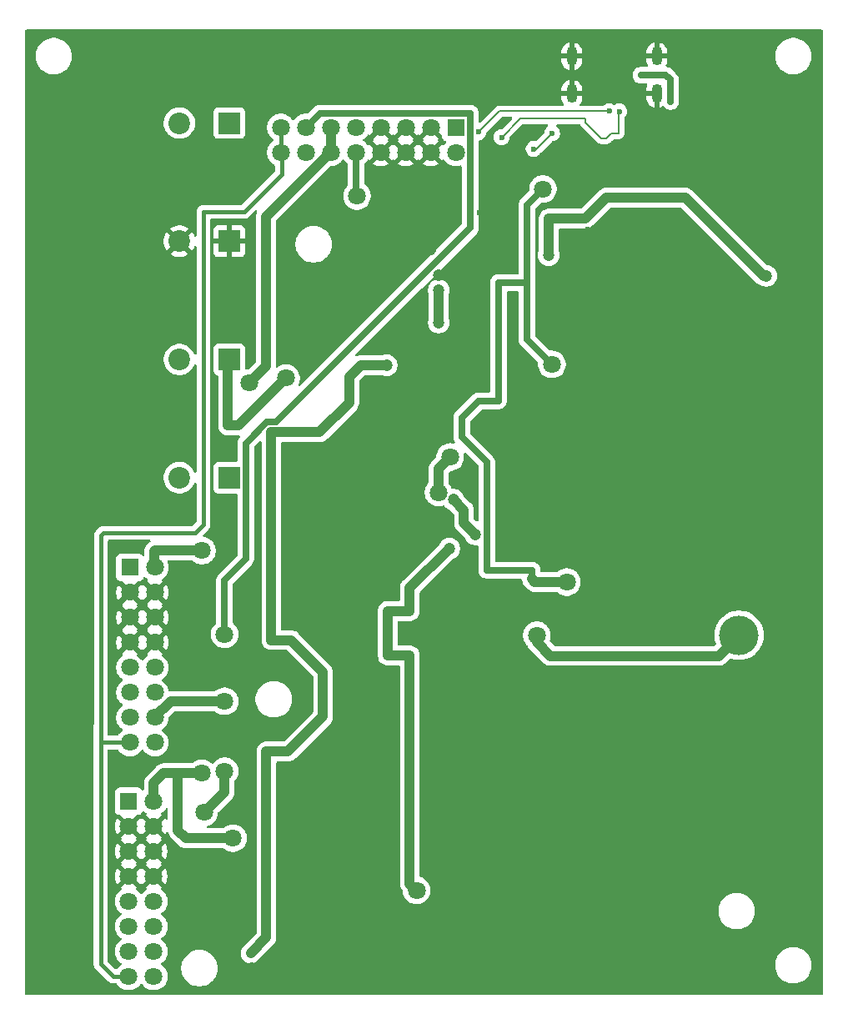
<source format=gbr>
%TF.GenerationSoftware,KiCad,Pcbnew,9.0.6*%
%TF.CreationDate,2026-01-11T21:04:53+09:00*%
%TF.ProjectId,zudo-pd,7a75646f-2d70-4642-9e6b-696361645f70,rev?*%
%TF.SameCoordinates,Original*%
%TF.FileFunction,Copper,L2,Bot*%
%TF.FilePolarity,Positive*%
%FSLAX46Y46*%
G04 Gerber Fmt 4.6, Leading zero omitted, Abs format (unit mm)*
G04 Created by KiCad (PCBNEW 9.0.6) date 2026-01-11 21:04:53*
%MOMM*%
%LPD*%
G01*
G04 APERTURE LIST*
%TA.AperFunction,ComponentPad*%
%ADD10C,1.800000*%
%TD*%
%TA.AperFunction,ComponentPad*%
%ADD11R,1.780000X1.800000*%
%TD*%
%TA.AperFunction,ComponentPad*%
%ADD12R,1.800000X1.780000*%
%TD*%
%TA.AperFunction,ComponentPad*%
%ADD13O,1.100000X1.900000*%
%TD*%
%TA.AperFunction,ComponentPad*%
%ADD14R,2.200000X2.200000*%
%TD*%
%TA.AperFunction,ComponentPad*%
%ADD15C,2.200000*%
%TD*%
%TA.AperFunction,ViaPad*%
%ADD16C,1.200000*%
%TD*%
%TA.AperFunction,ViaPad*%
%ADD17C,1.800000*%
%TD*%
%TA.AperFunction,ViaPad*%
%ADD18C,4.000000*%
%TD*%
%TA.AperFunction,ViaPad*%
%ADD19C,0.600000*%
%TD*%
%TA.AperFunction,ViaPad*%
%ADD20C,1.500000*%
%TD*%
%TA.AperFunction,Conductor*%
%ADD21C,1.000000*%
%TD*%
%TA.AperFunction,Conductor*%
%ADD22C,0.400000*%
%TD*%
%TA.AperFunction,Conductor*%
%ADD23C,0.700000*%
%TD*%
%TA.AperFunction,Conductor*%
%ADD24C,0.130000*%
%TD*%
G04 APERTURE END LIST*
D10*
%TO.P,J4,16,16*%
%TO.N,GATE rail*%
X20460000Y-12980000D03*
%TO.P,J4,15,15*%
X20460000Y-10440000D03*
%TO.P,J4,14,14*%
%TO.N,CV rail*%
X23000000Y-12980000D03*
%TO.P,J4,13,13*%
X23000000Y-10440000D03*
%TO.P,J4,12,12*%
%TO.N,+5V rail*%
X25540000Y-12980000D03*
%TO.P,J4,11,11*%
X25540000Y-10440000D03*
%TO.P,J4,10,10*%
%TO.N,+12V rail*%
X28080000Y-12980000D03*
%TO.P,J4,9,9*%
X28080000Y-10440000D03*
%TO.P,J4,8,8*%
%TO.N,GND*%
X30620000Y-12980000D03*
%TO.P,J4,7,7*%
X30620000Y-10440000D03*
%TO.P,J4,6,6*%
X33160000Y-12980000D03*
%TO.P,J4,5,5*%
X33160000Y-10440000D03*
%TO.P,J4,4,4*%
X35700000Y-12980000D03*
%TO.P,J4,3,3*%
X35700000Y-10440000D03*
%TO.P,J4,2,2*%
%TO.N,-12V rail*%
X38240000Y-12980000D03*
D11*
%TO.P,J4,1,1*%
X38240000Y-10440000D03*
%TD*%
D12*
%TO.P,J3,1,1*%
%TO.N,-12V rail*%
X5130000Y-55110000D03*
D10*
%TO.P,J3,2,2*%
X7670000Y-55110000D03*
%TO.P,J3,3,3*%
%TO.N,GND*%
X5130000Y-57650000D03*
%TO.P,J3,4,4*%
X7670000Y-57650000D03*
%TO.P,J3,5,5*%
X5130000Y-60190000D03*
%TO.P,J3,6,6*%
X7670000Y-60190000D03*
%TO.P,J3,7,7*%
X5130000Y-62730000D03*
%TO.P,J3,8,8*%
X7670000Y-62730000D03*
%TO.P,J3,9,9*%
%TO.N,+12V rail*%
X5130000Y-65270000D03*
%TO.P,J3,10,10*%
X7670000Y-65270000D03*
%TO.P,J3,11,11*%
%TO.N,+5V rail*%
X5130000Y-67810000D03*
%TO.P,J3,12,12*%
X7670000Y-67810000D03*
%TO.P,J3,13,13*%
%TO.N,CV rail*%
X5130000Y-70350000D03*
%TO.P,J3,14,14*%
X7670000Y-70350000D03*
%TO.P,J3,15,15*%
%TO.N,GATE rail*%
X5130000Y-72890000D03*
%TO.P,J3,16,16*%
X7670000Y-72890000D03*
%TD*%
D12*
%TO.P,J2,1,1*%
%TO.N,-12V rail*%
X5020000Y-78860000D03*
D10*
%TO.P,J2,2,2*%
X7560000Y-78860000D03*
%TO.P,J2,3,3*%
%TO.N,GND*%
X5020000Y-81400000D03*
%TO.P,J2,4,4*%
X7560000Y-81400000D03*
%TO.P,J2,5,5*%
X5020000Y-83940000D03*
%TO.P,J2,6,6*%
X7560000Y-83940000D03*
%TO.P,J2,7,7*%
X5020000Y-86480000D03*
%TO.P,J2,8,8*%
X7560000Y-86480000D03*
%TO.P,J2,9,9*%
%TO.N,+12V rail*%
X5020000Y-89020000D03*
%TO.P,J2,10,10*%
X7560000Y-89020000D03*
%TO.P,J2,11,11*%
%TO.N,+5V rail*%
X5020000Y-91560000D03*
%TO.P,J2,12,12*%
X7560000Y-91560000D03*
%TO.P,J2,13,13*%
%TO.N,CV rail*%
X5020000Y-94100000D03*
%TO.P,J2,14,14*%
X7560000Y-94100000D03*
%TO.P,J2,15,15*%
%TO.N,GATE rail*%
X5020000Y-96640000D03*
%TO.P,J2,16,16*%
X7560000Y-96640000D03*
%TD*%
D13*
%TO.P,J1,7,EH*%
%TO.N,GND*%
X50000000Y-3200000D03*
X58640000Y-3200000D03*
X50000000Y-7010000D03*
X58640000Y-7010000D03*
%TD*%
D14*
%TO.P,J7,1,1*%
%TO.N,+12V rail*%
X15240000Y-34000000D03*
D15*
%TO.P,J7,2,2*%
X10160000Y-34000000D03*
%TD*%
%TO.P,J9,2,2*%
%TO.N,GND*%
X10160000Y-22000000D03*
D14*
%TO.P,J9,1,1*%
X15240000Y-22000000D03*
%TD*%
D15*
%TO.P,J8,2,2*%
%TO.N,+5V rail*%
X10160000Y-46000000D03*
D14*
%TO.P,J8,1,1*%
X15240000Y-46000000D03*
%TD*%
D15*
%TO.P,J6,2,2*%
%TO.N,-12V rail*%
X10160000Y-10000000D03*
D14*
%TO.P,J6,1,1*%
X15240000Y-10000000D03*
%TD*%
D16*
%TO.N,GND*%
X33150000Y-4750000D03*
X50550000Y-12650000D03*
D17*
X24675000Y-31925000D03*
%TO.N,+12V rail*%
X21000000Y-35900000D03*
X28200000Y-17400000D03*
%TO.N,GND*%
X15240000Y-25550000D03*
%TO.N,+5V rail*%
X17250000Y-36400000D03*
D18*
%TO.N,GND*%
X6350000Y-22000000D03*
D19*
X42530000Y-17230000D03*
D17*
X35380000Y-22670000D03*
D19*
X40670000Y-19120000D03*
%TO.N,Net-(J1-CC2)*%
X40550000Y-10920000D03*
%TO.N,Net-(J1-CC1)*%
X42880000Y-11432500D03*
X54820000Y-8810000D03*
%TO.N,Net-(J1-CC2)*%
X53820000Y-8800000D03*
%TO.N,+15V -> +13.5V gen*%
X60050000Y-7810000D03*
X57040000Y-5140000D03*
%TO.N,Net-(U1-CFG1)*%
X48010000Y-11020000D03*
%TO.N,GND*%
X50500000Y-11260000D03*
D16*
%TO.N,Net-(LED2-A)*%
X31200000Y-34600000D03*
D17*
%TO.N,GND*%
X54720000Y-15000000D03*
X54290000Y-3250000D03*
%TO.N,+15V -> +13.5V gen*%
X47080000Y-16702500D03*
D19*
%TO.N,Net-(U1-CFG1)*%
X46130000Y-12622500D03*
D17*
%TO.N,GND*%
X54720000Y-12500000D03*
D19*
X42720000Y-12500000D03*
D18*
X69500000Y-16500000D03*
D19*
X43868750Y-13621250D03*
X30200000Y-78200000D03*
X28400000Y-78200000D03*
X26600000Y-78200000D03*
X24800000Y-78200000D03*
X28400000Y-85400000D03*
X26600000Y-85400000D03*
X30200000Y-87000000D03*
X28400000Y-87000000D03*
X26600000Y-87000000D03*
X24800000Y-87000000D03*
X30200000Y-85400000D03*
X24800000Y-85400000D03*
X30200000Y-83600000D03*
X28400000Y-83600000D03*
X26600000Y-83600000D03*
X24800000Y-81800000D03*
X24800000Y-83600000D03*
X30200000Y-80000000D03*
X26600000Y-80000000D03*
X24800000Y-80000000D03*
X30200000Y-81800000D03*
X28400000Y-81800000D03*
X26600000Y-81800000D03*
X28400000Y-80000000D03*
X27200000Y-43600000D03*
X25400000Y-43600000D03*
X23600000Y-43600000D03*
X21800000Y-43600000D03*
X25400000Y-50800000D03*
X23600000Y-50800000D03*
X27200000Y-52400000D03*
X25400000Y-52400000D03*
X23600000Y-52400000D03*
X21800000Y-52400000D03*
X27200000Y-50800000D03*
X21800000Y-50800000D03*
X27200000Y-49000000D03*
X25400000Y-49000000D03*
X23600000Y-49000000D03*
X21800000Y-47200000D03*
X21800000Y-49000000D03*
X27200000Y-45400000D03*
X23600000Y-45400000D03*
X21800000Y-45400000D03*
X27200000Y-47200000D03*
X25400000Y-47200000D03*
X23600000Y-47200000D03*
X25400000Y-45400000D03*
X57000000Y-41400000D03*
X55200000Y-41400000D03*
X53400000Y-41400000D03*
X51600000Y-41400000D03*
X55200000Y-48600000D03*
X53400000Y-48600000D03*
X57000000Y-50200000D03*
X55200000Y-50200000D03*
X53400000Y-50200000D03*
X51600000Y-50200000D03*
X57000000Y-48600000D03*
X51600000Y-48600000D03*
X57000000Y-46800000D03*
X55200000Y-46800000D03*
X53400000Y-46800000D03*
X51600000Y-45000000D03*
X51600000Y-46800000D03*
X57000000Y-43200000D03*
X53400000Y-43200000D03*
X51600000Y-43200000D03*
X57000000Y-45000000D03*
X55200000Y-45000000D03*
X53400000Y-45000000D03*
X55200000Y-43200000D03*
X57000000Y-29600000D03*
X55200000Y-29600000D03*
X53400000Y-29600000D03*
X51600000Y-29600000D03*
X57000000Y-28000000D03*
X55200000Y-28000000D03*
X53400000Y-28000000D03*
X51600000Y-28000000D03*
X57000000Y-26200000D03*
X55200000Y-26200000D03*
X53400000Y-26200000D03*
X51600000Y-26200000D03*
X57000000Y-24400000D03*
X55200000Y-24400000D03*
X53400000Y-24400000D03*
X51600000Y-24400000D03*
X57000000Y-22600000D03*
X55200000Y-22600000D03*
X53400000Y-22600000D03*
X51600000Y-22600000D03*
X57000000Y-20800000D03*
X55200000Y-20800000D03*
X53400000Y-20800000D03*
X51600000Y-20800000D03*
D18*
X67800000Y-68300000D03*
X31200000Y-37700000D03*
D16*
%TO.N,Net-(D1-K)*%
X69750000Y-25500000D03*
%TO.N,GND*%
X41150000Y-22125000D03*
D20*
X39000000Y-71500000D03*
D17*
%TO.N,Net-(D3-K)*%
X46460000Y-62002500D03*
D18*
%TO.N,GND*%
X70500000Y-74500000D03*
D17*
%TO.N,+15V -> +13.5V gen*%
X49500000Y-56602500D03*
X48000000Y-34500000D03*
%TO.N,/DC-DC Conversion/+13.5V OUT*%
X36460000Y-47502500D03*
X37660000Y-43902500D03*
D16*
%TO.N,/DC-DC Conversion/+7.5V OUT*%
X37560000Y-53202500D03*
D17*
X34250000Y-87900000D03*
D16*
%TO.N,Net-(U2-Feedback)*%
X36500000Y-26952500D03*
X36500000Y-30252500D03*
%TO.N,Net-(U3-Feedback)*%
X40210000Y-51750000D03*
X38000000Y-48250000D03*
%TO.N,Net-(D1-K)*%
X47660000Y-23402500D03*
D18*
%TO.N,Net-(D3-K)*%
X67000000Y-62000000D03*
D17*
%TO.N,-12V rail*%
X12460000Y-53402500D03*
X15610000Y-82602500D03*
X12460000Y-76002500D03*
%TO.N,CV rail*%
X14760000Y-61902500D03*
X14760000Y-75802500D03*
X14760000Y-68702500D03*
X12660000Y-80002500D03*
D19*
%TO.N,Net-(LED2-A)*%
X17400000Y-94300000D03*
D17*
%TO.N,GND*%
X28500000Y-89500000D03*
D16*
X40300000Y-40950000D03*
X39500000Y-44750000D03*
D17*
X70500000Y-37000000D03*
D16*
X40000000Y-88000000D03*
X17500000Y-95802500D03*
D18*
X71500000Y-54000000D03*
D16*
X20570000Y-81800000D03*
X47250000Y-45750000D03*
X38500000Y-77000000D03*
D17*
X64000000Y-37000000D03*
D16*
X41500000Y-95000000D03*
X47050000Y-25975000D03*
D17*
X17500000Y-56700000D03*
D16*
X44000000Y-30000000D03*
D17*
X29000000Y-71000000D03*
X34260000Y-61852500D03*
X40500000Y-34000000D03*
D16*
X47250000Y-49500000D03*
D20*
X42500000Y-71000000D03*
D16*
X36500000Y-25452500D03*
X26000000Y-94302500D03*
%TD*%
D21*
%TO.N,/DC-DC Conversion/+7.5V OUT*%
X34250000Y-87900000D02*
X33560000Y-87210000D01*
X33560000Y-87210000D02*
X33560000Y-64052500D01*
X33560000Y-64052500D02*
X31310000Y-64052500D01*
X31310000Y-64052500D02*
X31310000Y-59552500D01*
X31310000Y-59552500D02*
X33560000Y-59552500D01*
X33560000Y-57202500D02*
X37560000Y-53202500D01*
X33560000Y-59552500D02*
X33560000Y-57202500D01*
D22*
%TO.N,GATE rail*%
X2200000Y-71207500D02*
X2200000Y-51850000D01*
X2200000Y-51850000D02*
X2450000Y-51600000D01*
X2182500Y-71225000D02*
X2200000Y-71207500D01*
X2160000Y-71202500D02*
X2182500Y-71225000D01*
X12600000Y-19000000D02*
X16763662Y-19000000D01*
X20550000Y-15213662D02*
X20550000Y-12900000D01*
X2450000Y-51600000D02*
X11800000Y-51600000D01*
X11800000Y-51600000D02*
X12600000Y-50800000D01*
X16763662Y-19000000D02*
X20550000Y-15213662D01*
X2160000Y-72900000D02*
X2160000Y-71202500D01*
X12600000Y-50800000D02*
X12600000Y-19000000D01*
X20550000Y-12900000D02*
X20460000Y-12810000D01*
X20460000Y-12810000D02*
X20460000Y-10440000D01*
D23*
%TO.N,CV rail*%
X16891000Y-54271500D02*
X14760000Y-56402500D01*
X14760000Y-56402500D02*
X14760000Y-61902500D01*
%TO.N,+15V -> +13.5V gen*%
X45460000Y-31960000D02*
X45460000Y-26150000D01*
X42560000Y-26202500D02*
X45407500Y-26202500D01*
X45407500Y-26202500D02*
X45460000Y-26150000D01*
D21*
%TO.N,+12V rail*%
X16200000Y-40700000D02*
X21000000Y-35900000D01*
X15100000Y-40700000D02*
X16200000Y-40700000D01*
X15240000Y-34000000D02*
X15100000Y-34140000D01*
X15100000Y-34140000D02*
X15100000Y-40700000D01*
D23*
X28080000Y-12980000D02*
X28080000Y-17280000D01*
X28080000Y-17280000D02*
X28200000Y-17400000D01*
%TO.N,CV rail*%
X23000000Y-10440000D02*
X24451000Y-8989000D01*
X24451000Y-8989000D02*
X39681000Y-8989000D01*
X39681000Y-8989000D02*
X39691000Y-8999000D01*
X39691000Y-8999000D02*
X39691000Y-20633740D01*
X39691000Y-20633740D02*
X19975740Y-40349000D01*
X19064662Y-40349000D02*
X16891000Y-42522662D01*
X19975740Y-40349000D02*
X19064662Y-40349000D01*
X16891000Y-42522662D02*
X16891000Y-54271500D01*
D21*
%TO.N,+5V rail*%
X18950000Y-34700000D02*
X18950000Y-34200000D01*
X25550000Y-12900000D02*
X25550000Y-10550000D01*
X17250000Y-36400000D02*
X18950000Y-34700000D01*
X18950000Y-19500000D02*
X25550000Y-12900000D01*
X18950000Y-34200000D02*
X18950000Y-19500000D01*
D24*
%TO.N,Net-(J1-CC1)*%
X42880000Y-11432500D02*
X44752500Y-9560000D01*
X44752500Y-9560000D02*
X51390000Y-9560000D01*
X51390000Y-9560000D02*
X51390000Y-9920000D01*
X51390000Y-9920000D02*
X53030000Y-11560000D01*
X53540000Y-11560000D02*
X54030000Y-11070000D01*
X54780000Y-8850000D02*
X54820000Y-8810000D01*
X53030000Y-11560000D02*
X53540000Y-11560000D01*
X54030000Y-11070000D02*
X54780000Y-11070000D01*
X54780000Y-11070000D02*
X54780000Y-8850000D01*
%TO.N,Net-(J1-CC2)*%
X40550000Y-10920000D02*
X42670000Y-8800000D01*
X42670000Y-8800000D02*
X53820000Y-8800000D01*
D23*
%TO.N,+15V -> +13.5V gen*%
X60050000Y-5650000D02*
X60050000Y-7810000D01*
X57040000Y-5140000D02*
X59540000Y-5140000D01*
X59980000Y-5580000D02*
X60050000Y-5650000D01*
X59540000Y-5140000D02*
X59980000Y-5580000D01*
D24*
%TO.N,Net-(U1-CFG1)*%
X48010000Y-11020000D02*
X46407500Y-12622500D01*
X46407500Y-12622500D02*
X46130000Y-12622500D01*
D21*
%TO.N,Net-(LED2-A)*%
X21190000Y-73810000D02*
X19000000Y-73810000D01*
X27400000Y-38400000D02*
X24400000Y-41400000D01*
X19500000Y-41400000D02*
X19500000Y-62500000D01*
X24400000Y-41400000D02*
X19500000Y-41400000D01*
X19000000Y-92700000D02*
X17400000Y-94300000D01*
X28580209Y-34600000D02*
X27400000Y-35780209D01*
X27400000Y-35780209D02*
X27400000Y-38400000D01*
X19500000Y-62500000D02*
X21500000Y-62500000D01*
X19000000Y-73810000D02*
X19000000Y-92700000D01*
X21500000Y-62500000D02*
X24750000Y-65750000D01*
X24750000Y-65750000D02*
X24750000Y-70250000D01*
X24750000Y-70250000D02*
X21190000Y-73810000D01*
X31200000Y-34600000D02*
X28580209Y-34600000D01*
D23*
%TO.N,+15V -> +13.5V gen*%
X45460000Y-26150000D02*
X45460000Y-23500000D01*
D21*
%TO.N,Net-(D1-K)*%
X69480000Y-25502500D02*
X61530000Y-17552500D01*
X61530000Y-17552500D02*
X53530000Y-17552500D01*
X53530000Y-17552500D02*
X51380000Y-19702500D01*
X51380000Y-19702500D02*
X47660000Y-19702500D01*
D23*
%TO.N,+15V -> +13.5V gen*%
X45460000Y-18802500D02*
X45460000Y-18322500D01*
X45460000Y-18322500D02*
X47080000Y-16702500D01*
D21*
%TO.N,Net-(D1-K)*%
X47660000Y-19702500D02*
X47660000Y-23402500D01*
%TO.N,Net-(U2-Feedback)*%
X36500000Y-26952500D02*
X36500000Y-30252500D01*
D23*
%TO.N,+15V -> +13.5V gen*%
X48000000Y-34500000D02*
X45460000Y-31960000D01*
X45460000Y-23500000D02*
X45460000Y-18802500D01*
D21*
X49500000Y-56602500D02*
X46260000Y-56602500D01*
X46260000Y-56602500D02*
X45960000Y-56302500D01*
D23*
X42560000Y-26202500D02*
X42560000Y-38202500D01*
X42560000Y-38202500D02*
X40560000Y-38202500D01*
X40560000Y-38202500D02*
X38860000Y-39902500D01*
X41360000Y-55402500D02*
X45960000Y-55402500D01*
X38860000Y-39902500D02*
X38860000Y-41902500D01*
X38860000Y-41902500D02*
X41360000Y-44402500D01*
X41360000Y-44402500D02*
X41360000Y-55402500D01*
X45960000Y-55402500D02*
X45960000Y-56302500D01*
D21*
%TO.N,Net-(U3-Feedback)*%
X39060000Y-49310000D02*
X38000000Y-48250000D01*
X40210000Y-51750000D02*
X39060000Y-50600000D01*
X39060000Y-50600000D02*
X39060000Y-49310000D01*
%TO.N,/DC-DC Conversion/+13.5V OUT*%
X36460000Y-45102500D02*
X37660000Y-43902500D01*
X36460000Y-47502500D02*
X36460000Y-45102500D01*
%TO.N,-12V rail*%
X7630000Y-53445000D02*
X7630000Y-55110000D01*
X10010000Y-81802500D02*
X10010000Y-76002500D01*
X12460000Y-76002500D02*
X10010000Y-76002500D01*
X15610000Y-82602500D02*
X10810000Y-82602500D01*
X12460000Y-53402500D02*
X7672500Y-53402500D01*
X8580000Y-76002500D02*
X7560000Y-77022500D01*
X10810000Y-82602500D02*
X10010000Y-81802500D01*
X7672500Y-53402500D02*
X7630000Y-53445000D01*
X7560000Y-77022500D02*
X7560000Y-78860000D01*
X10010000Y-76002500D02*
X8580000Y-76002500D01*
%TO.N,CV rail*%
X9295000Y-68685000D02*
X14742500Y-68685000D01*
X14742500Y-68685000D02*
X14760000Y-68702500D01*
X14760000Y-77902500D02*
X14760000Y-75802500D01*
X12660000Y-80002500D02*
X14760000Y-77902500D01*
X7630000Y-70350000D02*
X9295000Y-68685000D01*
D22*
%TO.N,GATE rail*%
X2170000Y-72890000D02*
X2160000Y-72900000D01*
X3440000Y-96640000D02*
X2160000Y-95360000D01*
X2160000Y-95360000D02*
X2160000Y-72900000D01*
X5020000Y-96640000D02*
X3440000Y-96640000D01*
X5090000Y-72890000D02*
X2170000Y-72890000D01*
D21*
%TO.N,Net-(D3-K)*%
X64897500Y-64102500D02*
X67000000Y-62000000D01*
X46460000Y-62002500D02*
X46460000Y-62702500D01*
X46460000Y-62702500D02*
X47860000Y-64102500D01*
X47860000Y-64102500D02*
X64897500Y-64102500D01*
%TD*%
%TA.AperFunction,Conductor*%
%TO.N,GND*%
G36*
X7047470Y-86692297D02*
G01*
X7119881Y-86817715D01*
X7222285Y-86920119D01*
X7347703Y-86992530D01*
X7389754Y-87003797D01*
X6762485Y-87631065D01*
X6762485Y-87631066D01*
X6787680Y-87649371D01*
X6830346Y-87704701D01*
X6836325Y-87774314D01*
X6803720Y-87836110D01*
X6787681Y-87850008D01*
X6647636Y-87951756D01*
X6491756Y-88107636D01*
X6491752Y-88107641D01*
X6390318Y-88247254D01*
X6334988Y-88289920D01*
X6265375Y-88295899D01*
X6203580Y-88263293D01*
X6189682Y-88247254D01*
X6088247Y-88107641D01*
X6088243Y-88107636D01*
X5932363Y-87951756D01*
X5932358Y-87951752D01*
X5792319Y-87850008D01*
X5749653Y-87794678D01*
X5743674Y-87725065D01*
X5776279Y-87663270D01*
X5792319Y-87649372D01*
X5817513Y-87631066D01*
X5817514Y-87631066D01*
X5190244Y-87003797D01*
X5232297Y-86992530D01*
X5357715Y-86920119D01*
X5460119Y-86817715D01*
X5532530Y-86692297D01*
X5543797Y-86650244D01*
X6171065Y-87277513D01*
X6189680Y-87251893D01*
X6245010Y-87209227D01*
X6314623Y-87203248D01*
X6376419Y-87235853D01*
X6390317Y-87251893D01*
X6408931Y-87277513D01*
X6408932Y-87277513D01*
X7036202Y-86650243D01*
X7047470Y-86692297D01*
G37*
%TD.AperFunction*%
%TA.AperFunction,Conductor*%
G36*
X7047470Y-84152297D02*
G01*
X7119881Y-84277715D01*
X7222285Y-84380119D01*
X7347703Y-84452530D01*
X7389754Y-84463797D01*
X6762485Y-85091065D01*
X6762485Y-85091067D01*
X6788105Y-85109681D01*
X6830771Y-85165010D01*
X6836750Y-85234624D01*
X6804145Y-85296419D01*
X6788105Y-85310317D01*
X6762485Y-85328930D01*
X6762485Y-85328932D01*
X7389755Y-85956202D01*
X7347703Y-85967470D01*
X7222285Y-86039881D01*
X7119881Y-86142285D01*
X7047470Y-86267703D01*
X7036202Y-86309755D01*
X6408932Y-85682485D01*
X6408930Y-85682485D01*
X6390317Y-85708105D01*
X6334988Y-85750771D01*
X6265374Y-85756750D01*
X6203579Y-85724145D01*
X6189681Y-85708105D01*
X6171067Y-85682485D01*
X6171065Y-85682485D01*
X5543797Y-86309754D01*
X5532530Y-86267703D01*
X5460119Y-86142285D01*
X5357715Y-86039881D01*
X5232297Y-85967470D01*
X5190243Y-85956201D01*
X5817513Y-85328932D01*
X5817513Y-85328931D01*
X5791893Y-85310317D01*
X5749227Y-85254987D01*
X5743248Y-85185374D01*
X5753270Y-85155759D01*
X5795463Y-85069015D01*
X5190244Y-84463797D01*
X5232297Y-84452530D01*
X5357715Y-84380119D01*
X5460119Y-84277715D01*
X5532530Y-84152297D01*
X5543797Y-84110244D01*
X6171065Y-84737513D01*
X6189680Y-84711893D01*
X6245010Y-84669227D01*
X6314623Y-84663248D01*
X6376419Y-84695853D01*
X6390317Y-84711893D01*
X6408931Y-84737513D01*
X6408932Y-84737513D01*
X7036202Y-84110243D01*
X7047470Y-84152297D01*
G37*
%TD.AperFunction*%
%TA.AperFunction,Conductor*%
G36*
X7047470Y-81612297D02*
G01*
X7119881Y-81737715D01*
X7222285Y-81840119D01*
X7347703Y-81912530D01*
X7389754Y-81923797D01*
X6762485Y-82551065D01*
X6762485Y-82551067D01*
X6788105Y-82569681D01*
X6830771Y-82625010D01*
X6836750Y-82694624D01*
X6804145Y-82756419D01*
X6788105Y-82770317D01*
X6762485Y-82788930D01*
X6762485Y-82788932D01*
X7389755Y-83416202D01*
X7347703Y-83427470D01*
X7222285Y-83499881D01*
X7119881Y-83602285D01*
X7047470Y-83727703D01*
X7036202Y-83769755D01*
X6408932Y-83142485D01*
X6408930Y-83142485D01*
X6390317Y-83168105D01*
X6334988Y-83210771D01*
X6265374Y-83216750D01*
X6203579Y-83184145D01*
X6189681Y-83168105D01*
X6171067Y-83142485D01*
X6171065Y-83142485D01*
X5543797Y-83769754D01*
X5532530Y-83727703D01*
X5460119Y-83602285D01*
X5357715Y-83499881D01*
X5232297Y-83427470D01*
X5190243Y-83416201D01*
X5817513Y-82788932D01*
X5817513Y-82788931D01*
X5791893Y-82770317D01*
X5749227Y-82714987D01*
X5743248Y-82645374D01*
X5753270Y-82615759D01*
X5795463Y-82529015D01*
X5190244Y-81923797D01*
X5232297Y-81912530D01*
X5357715Y-81840119D01*
X5460119Y-81737715D01*
X5532530Y-81612297D01*
X5543797Y-81570244D01*
X6171065Y-82197513D01*
X6189680Y-82171893D01*
X6245010Y-82129227D01*
X6314623Y-82123248D01*
X6376419Y-82155853D01*
X6390317Y-82171893D01*
X6408931Y-82197513D01*
X6408932Y-82197513D01*
X7036202Y-81570243D01*
X7047470Y-81612297D01*
G37*
%TD.AperFunction*%
%TA.AperFunction,Conductor*%
G36*
X6566491Y-79854202D02*
G01*
X6594747Y-79875354D01*
X6647640Y-79928247D01*
X6787679Y-80029990D01*
X6830345Y-80085319D01*
X6836324Y-80154933D01*
X6803719Y-80216728D01*
X6787679Y-80230626D01*
X6762485Y-80248930D01*
X6762485Y-80248932D01*
X7389755Y-80876202D01*
X7347703Y-80887470D01*
X7222285Y-80959881D01*
X7119881Y-81062285D01*
X7047470Y-81187703D01*
X7036202Y-81229755D01*
X6408932Y-80602485D01*
X6408930Y-80602485D01*
X6390317Y-80628105D01*
X6334988Y-80670771D01*
X6265374Y-80676750D01*
X6203579Y-80644145D01*
X6189681Y-80628105D01*
X6171067Y-80602485D01*
X6171065Y-80602485D01*
X5543797Y-81229754D01*
X5532530Y-81187703D01*
X5460119Y-81062285D01*
X5357715Y-80959881D01*
X5232297Y-80887470D01*
X5190243Y-80876202D01*
X5779628Y-80286818D01*
X5840951Y-80253333D01*
X5867308Y-80250499D01*
X5967872Y-80250499D01*
X6027483Y-80244091D01*
X6162331Y-80193796D01*
X6277546Y-80107546D01*
X6363796Y-79992331D01*
X6390885Y-79919701D01*
X6432754Y-79863769D01*
X6498218Y-79839351D01*
X6566491Y-79854202D01*
G37*
%TD.AperFunction*%
%TA.AperFunction,Conductor*%
G36*
X8956946Y-79515212D02*
G01*
X9000397Y-79569927D01*
X9009500Y-79616560D01*
X9009500Y-80644542D01*
X8989815Y-80711581D01*
X8937011Y-80757336D01*
X8867853Y-80767280D01*
X8804297Y-80738255D01*
X8775015Y-80700837D01*
X8757388Y-80666243D01*
X8711066Y-80602485D01*
X8711065Y-80602485D01*
X8083797Y-81229754D01*
X8072530Y-81187703D01*
X8000119Y-81062285D01*
X7897715Y-80959881D01*
X7772297Y-80887470D01*
X7730243Y-80876201D01*
X8357513Y-80248932D01*
X8332319Y-80230628D01*
X8289653Y-80175298D01*
X8283674Y-80105685D01*
X8316279Y-80043889D01*
X8332313Y-80029994D01*
X8472365Y-79928242D01*
X8628242Y-79772365D01*
X8757815Y-79594022D01*
X8775015Y-79560264D01*
X8822990Y-79509469D01*
X8890811Y-79492674D01*
X8956946Y-79515212D01*
G37*
%TD.AperFunction*%
%TA.AperFunction,Conductor*%
G36*
X7179172Y-52320185D02*
G01*
X7224927Y-52372989D01*
X7234871Y-52442147D01*
X7205846Y-52505703D01*
X7181024Y-52527602D01*
X7034718Y-52625360D01*
X7034714Y-52625363D01*
X6992219Y-52667860D01*
X6992218Y-52667861D01*
X6922538Y-52737540D01*
X6852859Y-52807219D01*
X6743371Y-52971079D01*
X6743364Y-52971092D01*
X6667950Y-53153160D01*
X6667947Y-53153170D01*
X6629500Y-53346456D01*
X6629500Y-53813106D01*
X6609815Y-53880145D01*
X6557011Y-53925900D01*
X6487853Y-53935844D01*
X6424297Y-53906819D01*
X6406234Y-53887418D01*
X6391584Y-53867848D01*
X6387546Y-53862454D01*
X6387544Y-53862453D01*
X6387544Y-53862452D01*
X6272335Y-53776206D01*
X6272328Y-53776202D01*
X6137482Y-53725908D01*
X6137483Y-53725908D01*
X6077883Y-53719501D01*
X6077881Y-53719500D01*
X6077873Y-53719500D01*
X6077864Y-53719500D01*
X4182129Y-53719500D01*
X4182123Y-53719501D01*
X4122516Y-53725908D01*
X3987671Y-53776202D01*
X3987664Y-53776206D01*
X3872455Y-53862452D01*
X3872452Y-53862455D01*
X3786206Y-53977664D01*
X3786202Y-53977671D01*
X3735908Y-54112517D01*
X3729501Y-54172116D01*
X3729500Y-54172135D01*
X3729500Y-56047870D01*
X3729501Y-56047876D01*
X3735908Y-56107483D01*
X3786202Y-56242328D01*
X3786206Y-56242335D01*
X3872452Y-56357544D01*
X3872455Y-56357547D01*
X3987664Y-56443793D01*
X3987671Y-56443797D01*
X4032618Y-56460561D01*
X4122517Y-56494091D01*
X4182127Y-56500500D01*
X4282693Y-56500499D01*
X4349729Y-56520183D01*
X4370372Y-56536818D01*
X4959756Y-57126202D01*
X4917703Y-57137470D01*
X4792285Y-57209881D01*
X4689881Y-57312285D01*
X4617470Y-57437703D01*
X4606202Y-57479755D01*
X3978932Y-56852485D01*
X3978931Y-56852485D01*
X3932616Y-56916233D01*
X3832567Y-57112589D01*
X3764473Y-57322164D01*
X3730000Y-57539818D01*
X3730000Y-57760181D01*
X3764473Y-57977835D01*
X3832567Y-58187410D01*
X3932611Y-58383756D01*
X3978932Y-58447513D01*
X4606202Y-57820243D01*
X4617470Y-57862297D01*
X4689881Y-57987715D01*
X4792285Y-58090119D01*
X4917703Y-58162530D01*
X4959754Y-58173797D01*
X4354534Y-58779016D01*
X4396728Y-58865760D01*
X4397593Y-58870889D01*
X4400771Y-58875010D01*
X4403345Y-58904986D01*
X4408351Y-58934656D01*
X4406304Y-58939441D01*
X4406750Y-58944624D01*
X4392710Y-58971232D01*
X4380880Y-58998899D01*
X4376573Y-59001817D01*
X4374145Y-59006419D01*
X4358105Y-59020317D01*
X4332485Y-59038930D01*
X4332485Y-59038932D01*
X4959755Y-59666202D01*
X4917703Y-59677470D01*
X4792285Y-59749881D01*
X4689881Y-59852285D01*
X4617470Y-59977703D01*
X4606202Y-60019755D01*
X3978932Y-59392485D01*
X3978931Y-59392485D01*
X3932616Y-59456233D01*
X3832567Y-59652589D01*
X3764473Y-59862164D01*
X3730000Y-60079818D01*
X3730000Y-60300181D01*
X3764473Y-60517835D01*
X3832567Y-60727410D01*
X3932611Y-60923756D01*
X3978932Y-60987513D01*
X4606202Y-60360243D01*
X4617470Y-60402297D01*
X4689881Y-60527715D01*
X4792285Y-60630119D01*
X4917703Y-60702530D01*
X4959754Y-60713797D01*
X4354534Y-61319016D01*
X4396728Y-61405760D01*
X4397593Y-61410889D01*
X4400771Y-61415010D01*
X4403345Y-61444986D01*
X4408351Y-61474656D01*
X4406304Y-61479441D01*
X4406750Y-61484624D01*
X4392710Y-61511232D01*
X4380880Y-61538899D01*
X4376573Y-61541817D01*
X4374145Y-61546419D01*
X4358105Y-61560317D01*
X4332485Y-61578930D01*
X4332485Y-61578932D01*
X4959755Y-62206202D01*
X4917703Y-62217470D01*
X4792285Y-62289881D01*
X4689881Y-62392285D01*
X4617470Y-62517703D01*
X4606202Y-62559755D01*
X3978932Y-61932485D01*
X3978931Y-61932485D01*
X3932616Y-61996233D01*
X3832567Y-62192589D01*
X3764473Y-62402164D01*
X3730000Y-62619818D01*
X3730000Y-62840181D01*
X3764473Y-63057835D01*
X3832567Y-63267410D01*
X3932611Y-63463756D01*
X3978932Y-63527513D01*
X4606202Y-62900243D01*
X4617470Y-62942297D01*
X4689881Y-63067715D01*
X4792285Y-63170119D01*
X4917703Y-63242530D01*
X4959754Y-63253797D01*
X4332485Y-63881065D01*
X4332485Y-63881066D01*
X4357680Y-63899371D01*
X4400346Y-63954701D01*
X4406325Y-64024314D01*
X4373720Y-64086110D01*
X4357681Y-64100008D01*
X4217636Y-64201756D01*
X4061756Y-64357636D01*
X4061752Y-64357641D01*
X3932187Y-64535974D01*
X3832104Y-64732393D01*
X3832103Y-64732396D01*
X3763985Y-64942047D01*
X3729500Y-65159778D01*
X3729500Y-65380221D01*
X3763985Y-65597952D01*
X3832103Y-65807603D01*
X3832104Y-65807606D01*
X3900122Y-65941096D01*
X3927129Y-65994100D01*
X3932187Y-66004025D01*
X4061752Y-66182358D01*
X4061756Y-66182363D01*
X4217636Y-66338243D01*
X4217641Y-66338247D01*
X4357254Y-66439682D01*
X4399920Y-66495012D01*
X4405899Y-66564625D01*
X4373293Y-66626420D01*
X4357254Y-66640318D01*
X4217641Y-66741752D01*
X4217636Y-66741756D01*
X4061756Y-66897636D01*
X4061752Y-66897641D01*
X3932187Y-67075974D01*
X3832104Y-67272393D01*
X3832103Y-67272396D01*
X3763985Y-67482047D01*
X3729500Y-67699778D01*
X3729500Y-67920221D01*
X3763985Y-68137952D01*
X3832103Y-68347603D01*
X3832104Y-68347606D01*
X3900122Y-68481096D01*
X3927129Y-68534100D01*
X3932187Y-68544025D01*
X4061752Y-68722358D01*
X4061756Y-68722363D01*
X4217636Y-68878243D01*
X4217641Y-68878247D01*
X4357254Y-68979682D01*
X4399920Y-69035012D01*
X4405899Y-69104625D01*
X4373293Y-69166420D01*
X4357254Y-69180318D01*
X4217641Y-69281752D01*
X4217636Y-69281756D01*
X4061756Y-69437636D01*
X4061752Y-69437641D01*
X3932187Y-69615974D01*
X3832104Y-69812393D01*
X3832103Y-69812396D01*
X3763985Y-70022047D01*
X3743488Y-70151460D01*
X3729500Y-70239778D01*
X3729500Y-70460222D01*
X3742426Y-70541835D01*
X3763985Y-70677952D01*
X3832103Y-70887603D01*
X3832104Y-70887606D01*
X3872351Y-70966593D01*
X3927129Y-71074100D01*
X3932187Y-71084025D01*
X4061752Y-71262358D01*
X4061756Y-71262363D01*
X4217636Y-71418243D01*
X4217641Y-71418247D01*
X4357254Y-71519682D01*
X4399920Y-71575012D01*
X4405899Y-71644625D01*
X4373293Y-71706420D01*
X4357254Y-71720318D01*
X4217641Y-71821752D01*
X4217636Y-71821756D01*
X4061758Y-71977634D01*
X4012997Y-72044747D01*
X3944965Y-72138386D01*
X3889638Y-72181051D01*
X3844649Y-72189500D01*
X2984500Y-72189500D01*
X2917461Y-72169815D01*
X2871706Y-72117011D01*
X2860500Y-72065500D01*
X2860500Y-71468070D01*
X2869940Y-71420615D01*
X2870921Y-71418247D01*
X2873580Y-71411828D01*
X2900500Y-71276494D01*
X2900500Y-71138506D01*
X2900500Y-52424500D01*
X2920185Y-52357461D01*
X2972989Y-52311706D01*
X3024500Y-52300500D01*
X7112133Y-52300500D01*
X7179172Y-52320185D01*
G37*
%TD.AperFunction*%
%TA.AperFunction,Conductor*%
G36*
X7157470Y-62942297D02*
G01*
X7229881Y-63067715D01*
X7332285Y-63170119D01*
X7457703Y-63242530D01*
X7499754Y-63253797D01*
X6872485Y-63881065D01*
X6872485Y-63881066D01*
X6897680Y-63899371D01*
X6940346Y-63954701D01*
X6946325Y-64024314D01*
X6913720Y-64086110D01*
X6897681Y-64100008D01*
X6757636Y-64201756D01*
X6601756Y-64357636D01*
X6601752Y-64357641D01*
X6500318Y-64497254D01*
X6444988Y-64539920D01*
X6375375Y-64545899D01*
X6313580Y-64513293D01*
X6299682Y-64497254D01*
X6198247Y-64357641D01*
X6198243Y-64357636D01*
X6042363Y-64201756D01*
X6042358Y-64201752D01*
X5902319Y-64100008D01*
X5859653Y-64044678D01*
X5853674Y-63975065D01*
X5886279Y-63913270D01*
X5902319Y-63899372D01*
X5927513Y-63881066D01*
X5927514Y-63881066D01*
X5300244Y-63253797D01*
X5342297Y-63242530D01*
X5467715Y-63170119D01*
X5570119Y-63067715D01*
X5642530Y-62942297D01*
X5653797Y-62900244D01*
X6281065Y-63527513D01*
X6299680Y-63501893D01*
X6355010Y-63459227D01*
X6424623Y-63453248D01*
X6486419Y-63485853D01*
X6500317Y-63501893D01*
X6518931Y-63527513D01*
X6518932Y-63527513D01*
X7146202Y-62900243D01*
X7157470Y-62942297D01*
G37*
%TD.AperFunction*%
%TA.AperFunction,Conductor*%
G36*
X7157470Y-60402297D02*
G01*
X7229881Y-60527715D01*
X7332285Y-60630119D01*
X7457703Y-60702530D01*
X7499754Y-60713797D01*
X6872485Y-61341065D01*
X6872485Y-61341067D01*
X6898105Y-61359681D01*
X6940771Y-61415010D01*
X6946750Y-61484624D01*
X6914145Y-61546419D01*
X6898105Y-61560317D01*
X6872485Y-61578930D01*
X6872485Y-61578932D01*
X7499755Y-62206202D01*
X7457703Y-62217470D01*
X7332285Y-62289881D01*
X7229881Y-62392285D01*
X7157470Y-62517703D01*
X7146202Y-62559755D01*
X6518932Y-61932485D01*
X6518930Y-61932485D01*
X6500317Y-61958105D01*
X6444988Y-62000771D01*
X6375374Y-62006750D01*
X6313579Y-61974145D01*
X6299681Y-61958105D01*
X6281067Y-61932485D01*
X6281065Y-61932485D01*
X5653797Y-62559754D01*
X5642530Y-62517703D01*
X5570119Y-62392285D01*
X5467715Y-62289881D01*
X5342297Y-62217470D01*
X5300243Y-62206201D01*
X5927513Y-61578932D01*
X5927513Y-61578931D01*
X5901893Y-61560317D01*
X5859227Y-61504987D01*
X5853248Y-61435374D01*
X5863270Y-61405759D01*
X5905463Y-61319015D01*
X5300244Y-60713797D01*
X5342297Y-60702530D01*
X5467715Y-60630119D01*
X5570119Y-60527715D01*
X5642530Y-60402297D01*
X5653797Y-60360244D01*
X6281065Y-60987513D01*
X6299680Y-60961893D01*
X6355010Y-60919227D01*
X6424623Y-60913248D01*
X6486419Y-60945853D01*
X6500317Y-60961893D01*
X6518931Y-60987513D01*
X6518932Y-60987513D01*
X7146202Y-60360243D01*
X7157470Y-60402297D01*
G37*
%TD.AperFunction*%
%TA.AperFunction,Conductor*%
G36*
X7157470Y-57862297D02*
G01*
X7229881Y-57987715D01*
X7332285Y-58090119D01*
X7457703Y-58162530D01*
X7499754Y-58173797D01*
X6872485Y-58801065D01*
X6872485Y-58801067D01*
X6898105Y-58819681D01*
X6940771Y-58875010D01*
X6946750Y-58944624D01*
X6914145Y-59006419D01*
X6898105Y-59020317D01*
X6872485Y-59038930D01*
X6872485Y-59038932D01*
X7499755Y-59666202D01*
X7457703Y-59677470D01*
X7332285Y-59749881D01*
X7229881Y-59852285D01*
X7157470Y-59977703D01*
X7146202Y-60019755D01*
X6518932Y-59392485D01*
X6518930Y-59392485D01*
X6500317Y-59418105D01*
X6444988Y-59460771D01*
X6375374Y-59466750D01*
X6313579Y-59434145D01*
X6299681Y-59418105D01*
X6281067Y-59392485D01*
X6281065Y-59392485D01*
X5653797Y-60019754D01*
X5642530Y-59977703D01*
X5570119Y-59852285D01*
X5467715Y-59749881D01*
X5342297Y-59677470D01*
X5300243Y-59666201D01*
X5927513Y-59038932D01*
X5927513Y-59038931D01*
X5901893Y-59020317D01*
X5859227Y-58964987D01*
X5853248Y-58895374D01*
X5863270Y-58865759D01*
X5905463Y-58779015D01*
X5300244Y-58173797D01*
X5342297Y-58162530D01*
X5467715Y-58090119D01*
X5570119Y-57987715D01*
X5642530Y-57862297D01*
X5653797Y-57820244D01*
X6281065Y-58447513D01*
X6299680Y-58421893D01*
X6355010Y-58379227D01*
X6424623Y-58373248D01*
X6486419Y-58405853D01*
X6500317Y-58421893D01*
X6518931Y-58447513D01*
X6518932Y-58447513D01*
X7146202Y-57820243D01*
X7157470Y-57862297D01*
G37*
%TD.AperFunction*%
%TA.AperFunction,Conductor*%
G36*
X6676491Y-56104202D02*
G01*
X6704747Y-56125354D01*
X6757640Y-56178247D01*
X6897679Y-56279990D01*
X6940345Y-56335319D01*
X6946324Y-56404933D01*
X6913719Y-56466728D01*
X6897679Y-56480626D01*
X6872485Y-56498930D01*
X6872485Y-56498932D01*
X7499755Y-57126202D01*
X7457703Y-57137470D01*
X7332285Y-57209881D01*
X7229881Y-57312285D01*
X7157470Y-57437703D01*
X7146202Y-57479755D01*
X6518932Y-56852485D01*
X6518930Y-56852485D01*
X6500317Y-56878105D01*
X6444988Y-56920771D01*
X6375374Y-56926750D01*
X6313579Y-56894145D01*
X6299681Y-56878105D01*
X6281067Y-56852485D01*
X6281065Y-56852485D01*
X5653797Y-57479754D01*
X5642530Y-57437703D01*
X5570119Y-57312285D01*
X5467715Y-57209881D01*
X5342297Y-57137470D01*
X5300243Y-57126202D01*
X5889628Y-56536818D01*
X5950951Y-56503333D01*
X5977308Y-56500499D01*
X6077872Y-56500499D01*
X6137483Y-56494091D01*
X6272331Y-56443796D01*
X6387546Y-56357546D01*
X6473796Y-56242331D01*
X6500885Y-56169701D01*
X6542754Y-56113769D01*
X6608218Y-56089351D01*
X6676491Y-56104202D01*
G37*
%TD.AperFunction*%
%TA.AperFunction,Conductor*%
G36*
X35187470Y-13192297D02*
G01*
X35259881Y-13317715D01*
X35362285Y-13420119D01*
X35487703Y-13492530D01*
X35529754Y-13503797D01*
X34902485Y-14131065D01*
X34902485Y-14131066D01*
X34966243Y-14177388D01*
X35162589Y-14277432D01*
X35372164Y-14345526D01*
X35589819Y-14380000D01*
X35810181Y-14380000D01*
X36027835Y-14345526D01*
X36237410Y-14277432D01*
X36433760Y-14177386D01*
X36497513Y-14131066D01*
X36497514Y-14131066D01*
X35870244Y-13503797D01*
X35912297Y-13492530D01*
X36037715Y-13420119D01*
X36140119Y-13317715D01*
X36212530Y-13192297D01*
X36223797Y-13150245D01*
X36851066Y-13777514D01*
X36851066Y-13777513D01*
X36869372Y-13752319D01*
X36924701Y-13709653D01*
X36994315Y-13703674D01*
X37056110Y-13736279D01*
X37070008Y-13752319D01*
X37171752Y-13892358D01*
X37171756Y-13892363D01*
X37327636Y-14048243D01*
X37327641Y-14048247D01*
X37414536Y-14111379D01*
X37505978Y-14177815D01*
X37634375Y-14243237D01*
X37702393Y-14277895D01*
X37702396Y-14277896D01*
X37795677Y-14308204D01*
X37912049Y-14346015D01*
X38129778Y-14380500D01*
X38129779Y-14380500D01*
X38350221Y-14380500D01*
X38350222Y-14380500D01*
X38567951Y-14346015D01*
X38678183Y-14310198D01*
X38748023Y-14308204D01*
X38807856Y-14344284D01*
X38838684Y-14406985D01*
X38840500Y-14428130D01*
X38840500Y-20230089D01*
X38820815Y-20297128D01*
X38804181Y-20317770D01*
X22450031Y-36671919D01*
X22388708Y-36705404D01*
X22319016Y-36700420D01*
X22263083Y-36658548D01*
X22238666Y-36593084D01*
X22251866Y-36527942D01*
X22297893Y-36437610D01*
X22297896Y-36437603D01*
X22317229Y-36378100D01*
X22366015Y-36227951D01*
X22400500Y-36010222D01*
X22400500Y-35789778D01*
X22366015Y-35572049D01*
X22299999Y-35368870D01*
X22297896Y-35362396D01*
X22297895Y-35362393D01*
X22232487Y-35234025D01*
X22197815Y-35165978D01*
X22180704Y-35142427D01*
X22068247Y-34987641D01*
X22068243Y-34987636D01*
X21912363Y-34831756D01*
X21912358Y-34831752D01*
X21734025Y-34702187D01*
X21734024Y-34702186D01*
X21734022Y-34702185D01*
X21671096Y-34670122D01*
X21537606Y-34602104D01*
X21537603Y-34602103D01*
X21327952Y-34533985D01*
X21192963Y-34512605D01*
X21110222Y-34499500D01*
X20889778Y-34499500D01*
X20817201Y-34510995D01*
X20672047Y-34533985D01*
X20462396Y-34602103D01*
X20462393Y-34602104D01*
X20265978Y-34702184D01*
X20147385Y-34788347D01*
X20081578Y-34811826D01*
X20013524Y-34796000D01*
X19964830Y-34745894D01*
X19950500Y-34688028D01*
X19950500Y-22178711D01*
X21949500Y-22178711D01*
X21949500Y-22421288D01*
X21981161Y-22661785D01*
X22043947Y-22896104D01*
X22136773Y-23120205D01*
X22136777Y-23120214D01*
X22152729Y-23147844D01*
X22258064Y-23330289D01*
X22258066Y-23330292D01*
X22258067Y-23330293D01*
X22405733Y-23522736D01*
X22405739Y-23522743D01*
X22577256Y-23694260D01*
X22577262Y-23694265D01*
X22769711Y-23841936D01*
X22979788Y-23963224D01*
X23203900Y-24056054D01*
X23438211Y-24118838D01*
X23618586Y-24142584D01*
X23678711Y-24150500D01*
X23678712Y-24150500D01*
X23921289Y-24150500D01*
X23969388Y-24144167D01*
X24161789Y-24118838D01*
X24396100Y-24056054D01*
X24620212Y-23963224D01*
X24830289Y-23841936D01*
X25022738Y-23694265D01*
X25194265Y-23522738D01*
X25341936Y-23330289D01*
X25463224Y-23120212D01*
X25556054Y-22896100D01*
X25618838Y-22661789D01*
X25650500Y-22421288D01*
X25650500Y-22178712D01*
X25618838Y-21938211D01*
X25556054Y-21703900D01*
X25463224Y-21479788D01*
X25341936Y-21269711D01*
X25269954Y-21175902D01*
X25194266Y-21077263D01*
X25194260Y-21077256D01*
X25022743Y-20905739D01*
X25022736Y-20905733D01*
X24830293Y-20758067D01*
X24830292Y-20758066D01*
X24830289Y-20758064D01*
X24620212Y-20636776D01*
X24607617Y-20631559D01*
X24396104Y-20543947D01*
X24161785Y-20481161D01*
X23921289Y-20449500D01*
X23921288Y-20449500D01*
X23678712Y-20449500D01*
X23678711Y-20449500D01*
X23438214Y-20481161D01*
X23203895Y-20543947D01*
X22979794Y-20636773D01*
X22979788Y-20636776D01*
X22769706Y-20758067D01*
X22577263Y-20905733D01*
X22577256Y-20905739D01*
X22405739Y-21077256D01*
X22405733Y-21077263D01*
X22258067Y-21269706D01*
X22136777Y-21479785D01*
X22136773Y-21479794D01*
X22043947Y-21703895D01*
X21981161Y-21938214D01*
X21949500Y-22178711D01*
X19950500Y-22178711D01*
X19950500Y-19965782D01*
X19970185Y-19898743D01*
X19986819Y-19878101D01*
X25448102Y-14416819D01*
X25509425Y-14383334D01*
X25535783Y-14380500D01*
X25650221Y-14380500D01*
X25650222Y-14380500D01*
X25867951Y-14346015D01*
X26077606Y-14277895D01*
X26274022Y-14177815D01*
X26452365Y-14048242D01*
X26608242Y-13892365D01*
X26691686Y-13777514D01*
X26709682Y-13752745D01*
X26765011Y-13710079D01*
X26834625Y-13704100D01*
X26896420Y-13736705D01*
X26910318Y-13752745D01*
X27011752Y-13892358D01*
X27011756Y-13892363D01*
X27011758Y-13892365D01*
X27167635Y-14048242D01*
X27178384Y-14056051D01*
X27221050Y-14111379D01*
X27229500Y-14156370D01*
X27229500Y-16338531D01*
X27209815Y-16405570D01*
X27193181Y-16426212D01*
X27131756Y-16487636D01*
X27131752Y-16487641D01*
X27002187Y-16665974D01*
X26902104Y-16862393D01*
X26902103Y-16862396D01*
X26833985Y-17072047D01*
X26799500Y-17289778D01*
X26799500Y-17510221D01*
X26833985Y-17727952D01*
X26902103Y-17937603D01*
X26902104Y-17937606D01*
X26934098Y-18000396D01*
X26986378Y-18103000D01*
X27002187Y-18134025D01*
X27131752Y-18312358D01*
X27131756Y-18312363D01*
X27287636Y-18468243D01*
X27287641Y-18468247D01*
X27404295Y-18553000D01*
X27465978Y-18597815D01*
X27586277Y-18659111D01*
X27662393Y-18697895D01*
X27662396Y-18697896D01*
X27749355Y-18726150D01*
X27872049Y-18766015D01*
X28089778Y-18800500D01*
X28089779Y-18800500D01*
X28310221Y-18800500D01*
X28310222Y-18800500D01*
X28527951Y-18766015D01*
X28737606Y-18697895D01*
X28934022Y-18597815D01*
X29112365Y-18468242D01*
X29268242Y-18312365D01*
X29397815Y-18134022D01*
X29497895Y-17937606D01*
X29566015Y-17727951D01*
X29600500Y-17510222D01*
X29600500Y-17289778D01*
X29566015Y-17072049D01*
X29514896Y-16914718D01*
X29497896Y-16862396D01*
X29497895Y-16862393D01*
X29453548Y-16775359D01*
X29397815Y-16665978D01*
X29344269Y-16592278D01*
X29268247Y-16487641D01*
X29268243Y-16487636D01*
X29112363Y-16331756D01*
X29112358Y-16331752D01*
X28981615Y-16236762D01*
X28938949Y-16181432D01*
X28930500Y-16136444D01*
X28930500Y-14156370D01*
X28939710Y-14125003D01*
X28947746Y-14093285D01*
X28949633Y-14091210D01*
X28950185Y-14089331D01*
X28969844Y-14065765D01*
X28975429Y-14060546D01*
X28992365Y-14048242D01*
X29148242Y-13892365D01*
X29249991Y-13752317D01*
X29305320Y-13709653D01*
X29374933Y-13703674D01*
X29436729Y-13736279D01*
X29450628Y-13752319D01*
X29468932Y-13777513D01*
X30096202Y-13150243D01*
X30107470Y-13192297D01*
X30179881Y-13317715D01*
X30282285Y-13420119D01*
X30407703Y-13492530D01*
X30449754Y-13503797D01*
X29822485Y-14131065D01*
X29822485Y-14131066D01*
X29886243Y-14177388D01*
X30082589Y-14277432D01*
X30292164Y-14345526D01*
X30509819Y-14380000D01*
X30730181Y-14380000D01*
X30947835Y-14345526D01*
X31157410Y-14277432D01*
X31353760Y-14177386D01*
X31417513Y-14131066D01*
X31417514Y-14131066D01*
X30790244Y-13503797D01*
X30832297Y-13492530D01*
X30957715Y-13420119D01*
X31060119Y-13317715D01*
X31132530Y-13192297D01*
X31143797Y-13150245D01*
X31771065Y-13777513D01*
X31789680Y-13751893D01*
X31845010Y-13709227D01*
X31914623Y-13703248D01*
X31976419Y-13735853D01*
X31990317Y-13751893D01*
X32008931Y-13777513D01*
X32008932Y-13777513D01*
X32636202Y-13150243D01*
X32647470Y-13192297D01*
X32719881Y-13317715D01*
X32822285Y-13420119D01*
X32947703Y-13492530D01*
X32989754Y-13503797D01*
X32362485Y-14131065D01*
X32362485Y-14131066D01*
X32426243Y-14177388D01*
X32622589Y-14277432D01*
X32832164Y-14345526D01*
X33049819Y-14380000D01*
X33270181Y-14380000D01*
X33487835Y-14345526D01*
X33697410Y-14277432D01*
X33893760Y-14177386D01*
X33957513Y-14131066D01*
X33957514Y-14131066D01*
X33330244Y-13503797D01*
X33372297Y-13492530D01*
X33497715Y-13420119D01*
X33600119Y-13317715D01*
X33672530Y-13192297D01*
X33683797Y-13150244D01*
X34311065Y-13777513D01*
X34329680Y-13751893D01*
X34385010Y-13709227D01*
X34454623Y-13703248D01*
X34516419Y-13735853D01*
X34530317Y-13751893D01*
X34548931Y-13777513D01*
X34548932Y-13777513D01*
X35176202Y-13150243D01*
X35187470Y-13192297D01*
G37*
%TD.AperFunction*%
%TA.AperFunction,Conductor*%
G36*
X30107470Y-10652297D02*
G01*
X30179881Y-10777715D01*
X30282285Y-10880119D01*
X30407703Y-10952530D01*
X30449754Y-10963797D01*
X29844534Y-11569016D01*
X29886728Y-11655760D01*
X29887593Y-11660889D01*
X29890771Y-11665010D01*
X29893345Y-11694986D01*
X29898351Y-11724656D01*
X29896304Y-11729441D01*
X29896750Y-11734624D01*
X29882710Y-11761232D01*
X29870880Y-11788899D01*
X29866573Y-11791817D01*
X29864145Y-11796419D01*
X29848105Y-11810317D01*
X29822485Y-11828930D01*
X29822485Y-11828932D01*
X30449755Y-12456202D01*
X30407703Y-12467470D01*
X30282285Y-12539881D01*
X30179881Y-12642285D01*
X30107470Y-12767703D01*
X30096202Y-12809755D01*
X29468932Y-12182485D01*
X29468930Y-12182485D01*
X29450626Y-12207679D01*
X29395296Y-12250345D01*
X29325683Y-12256324D01*
X29263888Y-12223718D01*
X29249990Y-12207679D01*
X29148247Y-12067640D01*
X28992363Y-11911756D01*
X28992358Y-11911752D01*
X28852745Y-11810318D01*
X28810079Y-11754989D01*
X28804100Y-11685375D01*
X28836705Y-11623580D01*
X28852745Y-11609682D01*
X28992358Y-11508247D01*
X28992356Y-11508247D01*
X28992365Y-11508242D01*
X29148242Y-11352365D01*
X29249991Y-11212317D01*
X29305320Y-11169653D01*
X29374933Y-11163674D01*
X29436729Y-11196279D01*
X29450628Y-11212319D01*
X29468932Y-11237513D01*
X30096202Y-10610243D01*
X30107470Y-10652297D01*
G37*
%TD.AperFunction*%
%TA.AperFunction,Conductor*%
G36*
X32647470Y-10652297D02*
G01*
X32719881Y-10777715D01*
X32822285Y-10880119D01*
X32947703Y-10952530D01*
X32989754Y-10963797D01*
X32362485Y-11591065D01*
X32362485Y-11591067D01*
X32388105Y-11609681D01*
X32430771Y-11665010D01*
X32436750Y-11734624D01*
X32404145Y-11796419D01*
X32388105Y-11810317D01*
X32362485Y-11828930D01*
X32362485Y-11828932D01*
X32989755Y-12456202D01*
X32947703Y-12467470D01*
X32822285Y-12539881D01*
X32719881Y-12642285D01*
X32647470Y-12767703D01*
X32636202Y-12809755D01*
X32008932Y-12182485D01*
X32008930Y-12182485D01*
X31990317Y-12208105D01*
X31934988Y-12250771D01*
X31865374Y-12256750D01*
X31803579Y-12224145D01*
X31789681Y-12208105D01*
X31771067Y-12182485D01*
X31771065Y-12182485D01*
X31143797Y-12809754D01*
X31132530Y-12767703D01*
X31060119Y-12642285D01*
X30957715Y-12539881D01*
X30832297Y-12467470D01*
X30790243Y-12456201D01*
X31417513Y-11828932D01*
X31417513Y-11828931D01*
X31391893Y-11810317D01*
X31349227Y-11754987D01*
X31343248Y-11685374D01*
X31353270Y-11655759D01*
X31395463Y-11569015D01*
X30790244Y-10963797D01*
X30832297Y-10952530D01*
X30957715Y-10880119D01*
X31060119Y-10777715D01*
X31132530Y-10652297D01*
X31143797Y-10610244D01*
X31771065Y-11237513D01*
X31789680Y-11211893D01*
X31845010Y-11169227D01*
X31914623Y-11163248D01*
X31976419Y-11195853D01*
X31990317Y-11211893D01*
X32008931Y-11237513D01*
X32008932Y-11237513D01*
X32636202Y-10610243D01*
X32647470Y-10652297D01*
G37*
%TD.AperFunction*%
%TA.AperFunction,Conductor*%
G36*
X35187470Y-10652297D02*
G01*
X35259881Y-10777715D01*
X35362285Y-10880119D01*
X35487703Y-10952530D01*
X35529754Y-10963797D01*
X34902485Y-11591065D01*
X34902485Y-11591067D01*
X34928105Y-11609681D01*
X34970771Y-11665010D01*
X34976750Y-11734624D01*
X34944145Y-11796419D01*
X34928105Y-11810317D01*
X34902485Y-11828930D01*
X34902485Y-11828932D01*
X35529755Y-12456202D01*
X35487703Y-12467470D01*
X35362285Y-12539881D01*
X35259881Y-12642285D01*
X35187470Y-12767703D01*
X35176202Y-12809755D01*
X34548932Y-12182485D01*
X34548930Y-12182485D01*
X34530317Y-12208105D01*
X34474988Y-12250771D01*
X34405374Y-12256750D01*
X34343579Y-12224145D01*
X34329681Y-12208105D01*
X34311067Y-12182485D01*
X34311065Y-12182485D01*
X33683797Y-12809754D01*
X33672530Y-12767703D01*
X33600119Y-12642285D01*
X33497715Y-12539881D01*
X33372297Y-12467470D01*
X33330243Y-12456201D01*
X33957513Y-11828932D01*
X33957513Y-11828931D01*
X33931893Y-11810317D01*
X33889227Y-11754987D01*
X33883248Y-11685374D01*
X33893270Y-11655759D01*
X33935463Y-11569015D01*
X33330244Y-10963797D01*
X33372297Y-10952530D01*
X33497715Y-10880119D01*
X33600119Y-10777715D01*
X33672530Y-10652297D01*
X33683797Y-10610244D01*
X34311065Y-11237513D01*
X34329680Y-11211893D01*
X34385010Y-11169227D01*
X34454623Y-11163248D01*
X34516419Y-11195853D01*
X34530317Y-11211893D01*
X34548931Y-11237513D01*
X34548932Y-11237513D01*
X35176202Y-10610243D01*
X35187470Y-10652297D01*
G37*
%TD.AperFunction*%
%TA.AperFunction,Conductor*%
G36*
X36813181Y-11199628D02*
G01*
X36846666Y-11260951D01*
X36849500Y-11287308D01*
X36849500Y-11387869D01*
X36849501Y-11387876D01*
X36855908Y-11447483D01*
X36906202Y-11582328D01*
X36906206Y-11582335D01*
X36992452Y-11697544D01*
X36992455Y-11697547D01*
X37107664Y-11783793D01*
X37107673Y-11783798D01*
X37180296Y-11810884D01*
X37236230Y-11852754D01*
X37260648Y-11918218D01*
X37245797Y-11986491D01*
X37224646Y-12014746D01*
X37171757Y-12067635D01*
X37070008Y-12207681D01*
X37014678Y-12250346D01*
X36945065Y-12256325D01*
X36883270Y-12223719D01*
X36869371Y-12207680D01*
X36851066Y-12182485D01*
X36851065Y-12182485D01*
X36223797Y-12809754D01*
X36212530Y-12767703D01*
X36140119Y-12642285D01*
X36037715Y-12539881D01*
X35912297Y-12467470D01*
X35870243Y-12456201D01*
X36497513Y-11828932D01*
X36497513Y-11828931D01*
X36471893Y-11810317D01*
X36429227Y-11754987D01*
X36423248Y-11685374D01*
X36455854Y-11623579D01*
X36471893Y-11609680D01*
X36497513Y-11591065D01*
X35870244Y-10963797D01*
X35912297Y-10952530D01*
X36037715Y-10880119D01*
X36140119Y-10777715D01*
X36212530Y-10652297D01*
X36223797Y-10610244D01*
X36813181Y-11199628D01*
G37*
%TD.AperFunction*%
%TA.AperFunction,Conductor*%
G36*
X39216663Y-43466510D02*
G01*
X39238801Y-43484091D01*
X40473181Y-44718470D01*
X40506666Y-44779793D01*
X40509500Y-44806151D01*
X40509500Y-50335217D01*
X40489815Y-50402256D01*
X40437011Y-50448011D01*
X40367853Y-50457955D01*
X40304297Y-50428930D01*
X40297819Y-50422898D01*
X40096819Y-50221898D01*
X40063334Y-50160575D01*
X40060500Y-50134217D01*
X40060500Y-49211459D01*
X40060499Y-49211456D01*
X40056477Y-49191229D01*
X40056477Y-49191228D01*
X40022052Y-49018169D01*
X40022051Y-49018168D01*
X40022051Y-49018164D01*
X39974348Y-48903000D01*
X39957466Y-48862243D01*
X39946635Y-48836093D01*
X39946634Y-48836092D01*
X39946632Y-48836086D01*
X39837139Y-48672218D01*
X39697782Y-48532861D01*
X39697781Y-48532860D01*
X39054109Y-47889189D01*
X39023859Y-47839824D01*
X39019873Y-47827556D01*
X39019870Y-47827550D01*
X38941233Y-47673213D01*
X38925937Y-47652160D01*
X38839414Y-47533072D01*
X38716928Y-47410586D01*
X38576788Y-47308768D01*
X38422445Y-47230127D01*
X38257701Y-47176598D01*
X38257699Y-47176597D01*
X38257698Y-47176597D01*
X38126271Y-47155781D01*
X38086611Y-47149500D01*
X37913389Y-47149500D01*
X37908517Y-47149500D01*
X37908517Y-47147237D01*
X37849295Y-47134776D01*
X37799555Y-47085707D01*
X37790050Y-47063859D01*
X37757897Y-46964899D01*
X37757895Y-46964893D01*
X37723237Y-46896875D01*
X37657815Y-46768478D01*
X37641260Y-46745692D01*
X37528247Y-46590141D01*
X37528243Y-46590136D01*
X37496819Y-46558712D01*
X37463334Y-46497389D01*
X37460500Y-46471031D01*
X37460500Y-45568282D01*
X37469144Y-45538841D01*
X37475668Y-45508855D01*
X37479422Y-45503839D01*
X37480185Y-45501243D01*
X37496819Y-45480601D01*
X37638101Y-45339319D01*
X37699424Y-45305834D01*
X37725782Y-45303000D01*
X37770221Y-45303000D01*
X37770222Y-45303000D01*
X37987951Y-45268515D01*
X38197606Y-45200395D01*
X38394022Y-45100315D01*
X38572365Y-44970742D01*
X38728242Y-44814865D01*
X38857815Y-44636522D01*
X38957895Y-44440106D01*
X39026015Y-44230451D01*
X39060500Y-44012722D01*
X39060500Y-43792278D01*
X39028647Y-43591168D01*
X39037601Y-43521877D01*
X39082598Y-43468425D01*
X39149349Y-43447785D01*
X39216663Y-43466510D01*
G37*
%TD.AperFunction*%
%TA.AperFunction,Conductor*%
G36*
X75442539Y-520185D02*
G01*
X75488294Y-572989D01*
X75499500Y-624500D01*
X75499500Y-98375500D01*
X75479815Y-98442539D01*
X75427011Y-98488294D01*
X75375500Y-98499500D01*
X-5375500Y-98499500D01*
X-5442539Y-98479815D01*
X-5488294Y-98427011D01*
X-5499500Y-98375500D01*
X-5499500Y-95428996D01*
X1459499Y-95428996D01*
X1486418Y-95564322D01*
X1486421Y-95564332D01*
X1539222Y-95691807D01*
X1615887Y-95806545D01*
X1615888Y-95806546D01*
X2895886Y-97086542D01*
X2972566Y-97163222D01*
X2993459Y-97184115D01*
X3108182Y-97260771D01*
X3108186Y-97260773D01*
X3108189Y-97260775D01*
X3182866Y-97291707D01*
X3235671Y-97313580D01*
X3262106Y-97318838D01*
X3334206Y-97333179D01*
X3371005Y-97340500D01*
X3371007Y-97340500D01*
X3734649Y-97340500D01*
X3801688Y-97360185D01*
X3834964Y-97391611D01*
X3951753Y-97552358D01*
X3951758Y-97552365D01*
X4107636Y-97708243D01*
X4107641Y-97708247D01*
X4263192Y-97821260D01*
X4285978Y-97837815D01*
X4414375Y-97903237D01*
X4482393Y-97937895D01*
X4482396Y-97937896D01*
X4587221Y-97971955D01*
X4692049Y-98006015D01*
X4909778Y-98040500D01*
X4909779Y-98040500D01*
X5130221Y-98040500D01*
X5130222Y-98040500D01*
X5347951Y-98006015D01*
X5557606Y-97937895D01*
X5754022Y-97837815D01*
X5932365Y-97708242D01*
X6088242Y-97552365D01*
X6153005Y-97463226D01*
X6189682Y-97412745D01*
X6245011Y-97370079D01*
X6314625Y-97364100D01*
X6376420Y-97396705D01*
X6390318Y-97412745D01*
X6491752Y-97552358D01*
X6491756Y-97552363D01*
X6647636Y-97708243D01*
X6647641Y-97708247D01*
X6803192Y-97821260D01*
X6825978Y-97837815D01*
X6954375Y-97903237D01*
X7022393Y-97937895D01*
X7022396Y-97937896D01*
X7127221Y-97971955D01*
X7232049Y-98006015D01*
X7449778Y-98040500D01*
X7449779Y-98040500D01*
X7670221Y-98040500D01*
X7670222Y-98040500D01*
X7887951Y-98006015D01*
X8097606Y-97937895D01*
X8294022Y-97837815D01*
X8472365Y-97708242D01*
X8628242Y-97552365D01*
X8757815Y-97374022D01*
X8857895Y-97177606D01*
X8926015Y-96967951D01*
X8960500Y-96750222D01*
X8960500Y-96529778D01*
X8926015Y-96312049D01*
X8857895Y-96102394D01*
X8857895Y-96102393D01*
X8774895Y-95939500D01*
X8757815Y-95905978D01*
X8744380Y-95887487D01*
X8642703Y-95747538D01*
X8642702Y-95747537D01*
X8628245Y-95727638D01*
X8579318Y-95678711D01*
X10349500Y-95678711D01*
X10349500Y-95921288D01*
X10381161Y-96161785D01*
X10443947Y-96396104D01*
X10499530Y-96530293D01*
X10536776Y-96620212D01*
X10658064Y-96830289D01*
X10658066Y-96830292D01*
X10658067Y-96830293D01*
X10805733Y-97022736D01*
X10805739Y-97022743D01*
X10977256Y-97194260D01*
X10977263Y-97194266D01*
X11057787Y-97256054D01*
X11169711Y-97341936D01*
X11379788Y-97463224D01*
X11603900Y-97556054D01*
X11838211Y-97618838D01*
X12018586Y-97642584D01*
X12078711Y-97650500D01*
X12078712Y-97650500D01*
X12321289Y-97650500D01*
X12369388Y-97644167D01*
X12561789Y-97618838D01*
X12796100Y-97556054D01*
X13020212Y-97463224D01*
X13230289Y-97341936D01*
X13422738Y-97194265D01*
X13594265Y-97022738D01*
X13741936Y-96830289D01*
X13863224Y-96620212D01*
X13956054Y-96396100D01*
X14018838Y-96161789D01*
X14050500Y-95921288D01*
X14050500Y-95678712D01*
X14018838Y-95438211D01*
X14002895Y-95378711D01*
X70649500Y-95378711D01*
X70649500Y-95621288D01*
X70681161Y-95861785D01*
X70743947Y-96096104D01*
X70771155Y-96161789D01*
X70836776Y-96320212D01*
X70958064Y-96530289D01*
X70958066Y-96530292D01*
X70958067Y-96530293D01*
X71105733Y-96722736D01*
X71105739Y-96722743D01*
X71277256Y-96894260D01*
X71277262Y-96894265D01*
X71469711Y-97041936D01*
X71679788Y-97163224D01*
X71903900Y-97256054D01*
X72138211Y-97318838D01*
X72313661Y-97341936D01*
X72378711Y-97350500D01*
X72378712Y-97350500D01*
X72621289Y-97350500D01*
X72686339Y-97341936D01*
X72861789Y-97318838D01*
X73096100Y-97256054D01*
X73320212Y-97163224D01*
X73530289Y-97041936D01*
X73722738Y-96894265D01*
X73894265Y-96722738D01*
X74041936Y-96530289D01*
X74163224Y-96320212D01*
X74256054Y-96096100D01*
X74318838Y-95861789D01*
X74350500Y-95621288D01*
X74350500Y-95378712D01*
X74318838Y-95138211D01*
X74256054Y-94903900D01*
X74163224Y-94679788D01*
X74041936Y-94469711D01*
X73894265Y-94277262D01*
X73894260Y-94277256D01*
X73722743Y-94105739D01*
X73722736Y-94105733D01*
X73530293Y-93958067D01*
X73530292Y-93958066D01*
X73530289Y-93958064D01*
X73320212Y-93836776D01*
X73320205Y-93836773D01*
X73096104Y-93743947D01*
X72861785Y-93681161D01*
X72621289Y-93649500D01*
X72621288Y-93649500D01*
X72378712Y-93649500D01*
X72378711Y-93649500D01*
X72138214Y-93681161D01*
X71903895Y-93743947D01*
X71679794Y-93836773D01*
X71679785Y-93836777D01*
X71469706Y-93958067D01*
X71277263Y-94105733D01*
X71277256Y-94105739D01*
X71105739Y-94277256D01*
X71105733Y-94277263D01*
X70958067Y-94469706D01*
X70836777Y-94679785D01*
X70836773Y-94679794D01*
X70743947Y-94903895D01*
X70681161Y-95138214D01*
X70649500Y-95378711D01*
X14002895Y-95378711D01*
X13956054Y-95203900D01*
X13863224Y-94979788D01*
X13741936Y-94769711D01*
X13672936Y-94679788D01*
X13594266Y-94577263D01*
X13594260Y-94577256D01*
X13422743Y-94405739D01*
X13422736Y-94405733D01*
X13230293Y-94258067D01*
X13230292Y-94258066D01*
X13230289Y-94258064D01*
X13020212Y-94136776D01*
X13020205Y-94136773D01*
X12796104Y-94043947D01*
X12561785Y-93981161D01*
X12321289Y-93949500D01*
X12321288Y-93949500D01*
X12078712Y-93949500D01*
X12078711Y-93949500D01*
X11838214Y-93981161D01*
X11603895Y-94043947D01*
X11379794Y-94136773D01*
X11379785Y-94136777D01*
X11169706Y-94258067D01*
X10977263Y-94405733D01*
X10977256Y-94405739D01*
X10805739Y-94577256D01*
X10805733Y-94577263D01*
X10658067Y-94769706D01*
X10536777Y-94979785D01*
X10536773Y-94979794D01*
X10443947Y-95203895D01*
X10381161Y-95438214D01*
X10349500Y-95678711D01*
X8579318Y-95678711D01*
X8472363Y-95571756D01*
X8472358Y-95571752D01*
X8332745Y-95470318D01*
X8290079Y-95414989D01*
X8284100Y-95345375D01*
X8316705Y-95283580D01*
X8332745Y-95269682D01*
X8472358Y-95168247D01*
X8472356Y-95168247D01*
X8472365Y-95168242D01*
X8628242Y-95012365D01*
X8757815Y-94834022D01*
X8857895Y-94637606D01*
X8926015Y-94427951D01*
X8960500Y-94210222D01*
X8960500Y-93989778D01*
X8926015Y-93772049D01*
X8857895Y-93562394D01*
X8857895Y-93562393D01*
X8823237Y-93494375D01*
X8757815Y-93365978D01*
X8729681Y-93327254D01*
X8628247Y-93187641D01*
X8628243Y-93187636D01*
X8472363Y-93031756D01*
X8472358Y-93031752D01*
X8332745Y-92930318D01*
X8290079Y-92874989D01*
X8284100Y-92805375D01*
X8316705Y-92743580D01*
X8332745Y-92729682D01*
X8472358Y-92628247D01*
X8472356Y-92628247D01*
X8472365Y-92628242D01*
X8628242Y-92472365D01*
X8757815Y-92294022D01*
X8857895Y-92097606D01*
X8926015Y-91887951D01*
X8960500Y-91670222D01*
X8960500Y-91449778D01*
X8926015Y-91232049D01*
X8860462Y-91030293D01*
X8857896Y-91022396D01*
X8857895Y-91022393D01*
X8823237Y-90954375D01*
X8757815Y-90825978D01*
X8729681Y-90787254D01*
X8628247Y-90647641D01*
X8628243Y-90647636D01*
X8472363Y-90491756D01*
X8472358Y-90491752D01*
X8332745Y-90390318D01*
X8290079Y-90334989D01*
X8284100Y-90265375D01*
X8316705Y-90203580D01*
X8332745Y-90189682D01*
X8472358Y-90088247D01*
X8472356Y-90088247D01*
X8472365Y-90088242D01*
X8628242Y-89932365D01*
X8757815Y-89754022D01*
X8857895Y-89557606D01*
X8926015Y-89347951D01*
X8960500Y-89130222D01*
X8960500Y-88909778D01*
X8926015Y-88692049D01*
X8857895Y-88482394D01*
X8857895Y-88482393D01*
X8823237Y-88414375D01*
X8757815Y-88285978D01*
X8715656Y-88227951D01*
X8628247Y-88107641D01*
X8628243Y-88107636D01*
X8472363Y-87951756D01*
X8472358Y-87951752D01*
X8332319Y-87850008D01*
X8289653Y-87794678D01*
X8283674Y-87725065D01*
X8316279Y-87663270D01*
X8332319Y-87649372D01*
X8357513Y-87631066D01*
X8357514Y-87631066D01*
X7730244Y-87003797D01*
X7772297Y-86992530D01*
X7897715Y-86920119D01*
X8000119Y-86817715D01*
X8072530Y-86692297D01*
X8083797Y-86650244D01*
X8711066Y-87277514D01*
X8711066Y-87277513D01*
X8757386Y-87213760D01*
X8857432Y-87017410D01*
X8925526Y-86807835D01*
X8960000Y-86590181D01*
X8960000Y-86369818D01*
X8925526Y-86152164D01*
X8857432Y-85942589D01*
X8757388Y-85746243D01*
X8711066Y-85682485D01*
X8711065Y-85682485D01*
X8083797Y-86309754D01*
X8072530Y-86267703D01*
X8000119Y-86142285D01*
X7897715Y-86039881D01*
X7772297Y-85967470D01*
X7730243Y-85956201D01*
X8357513Y-85328932D01*
X8357513Y-85328931D01*
X8331893Y-85310317D01*
X8289227Y-85254987D01*
X8283248Y-85185374D01*
X8315854Y-85123579D01*
X8331893Y-85109680D01*
X8357513Y-85091065D01*
X7730244Y-84463797D01*
X7772297Y-84452530D01*
X7897715Y-84380119D01*
X8000119Y-84277715D01*
X8072530Y-84152297D01*
X8083797Y-84110244D01*
X8711066Y-84737514D01*
X8711066Y-84737513D01*
X8757386Y-84673760D01*
X8857432Y-84477410D01*
X8925526Y-84267835D01*
X8960000Y-84050181D01*
X8960000Y-83829818D01*
X8925526Y-83612164D01*
X8857432Y-83402589D01*
X8757388Y-83206243D01*
X8711066Y-83142485D01*
X8711065Y-83142485D01*
X8083797Y-83769754D01*
X8072530Y-83727703D01*
X8000119Y-83602285D01*
X7897715Y-83499881D01*
X7772297Y-83427470D01*
X7730243Y-83416201D01*
X8357513Y-82788932D01*
X8357513Y-82788931D01*
X8331893Y-82770317D01*
X8289227Y-82714987D01*
X8283248Y-82645374D01*
X8315854Y-82583579D01*
X8331893Y-82569680D01*
X8357513Y-82551065D01*
X7730244Y-81923797D01*
X7772297Y-81912530D01*
X7897715Y-81840119D01*
X8000119Y-81737715D01*
X8072530Y-81612297D01*
X8083797Y-81570244D01*
X8711066Y-82197514D01*
X8711066Y-82197513D01*
X8757388Y-82133758D01*
X8809665Y-82031158D01*
X8857639Y-81980362D01*
X8925460Y-81963566D01*
X8991595Y-81986103D01*
X9035047Y-82040818D01*
X9041767Y-82063259D01*
X9047947Y-82094330D01*
X9047950Y-82094339D01*
X9123364Y-82276407D01*
X9123371Y-82276420D01*
X9232860Y-82440281D01*
X9232863Y-82440285D01*
X9376537Y-82583959D01*
X9376559Y-82583979D01*
X10029735Y-83237155D01*
X10029764Y-83237186D01*
X10172214Y-83379636D01*
X10172218Y-83379639D01*
X10336079Y-83489128D01*
X10336092Y-83489135D01*
X10464833Y-83542461D01*
X10507744Y-83560235D01*
X10518164Y-83564551D01*
X10614812Y-83583775D01*
X10628240Y-83586446D01*
X10711458Y-83603000D01*
X10711459Y-83603000D01*
X10711460Y-83603000D01*
X10908540Y-83603000D01*
X14578531Y-83603000D01*
X14645570Y-83622685D01*
X14666212Y-83639319D01*
X14697636Y-83670743D01*
X14697641Y-83670747D01*
X14853192Y-83783760D01*
X14875978Y-83800315D01*
X15004375Y-83865737D01*
X15072393Y-83900395D01*
X15072396Y-83900396D01*
X15177221Y-83934455D01*
X15282049Y-83968515D01*
X15499778Y-84003000D01*
X15499779Y-84003000D01*
X15720221Y-84003000D01*
X15720222Y-84003000D01*
X15937951Y-83968515D01*
X16147606Y-83900395D01*
X16344022Y-83800315D01*
X16522365Y-83670742D01*
X16678242Y-83514865D01*
X16807815Y-83336522D01*
X16907895Y-83140106D01*
X16976015Y-82930451D01*
X17010500Y-82712722D01*
X17010500Y-82492278D01*
X16976015Y-82274549D01*
X16907895Y-82064894D01*
X16907895Y-82064893D01*
X16873237Y-81996875D01*
X16807815Y-81868478D01*
X16712811Y-81737715D01*
X16678247Y-81690141D01*
X16678243Y-81690136D01*
X16522363Y-81534256D01*
X16522358Y-81534252D01*
X16344025Y-81404687D01*
X16344024Y-81404686D01*
X16344022Y-81404685D01*
X16256459Y-81360069D01*
X16147606Y-81304604D01*
X16147603Y-81304603D01*
X15937952Y-81236485D01*
X15829086Y-81219242D01*
X15720222Y-81202000D01*
X15499778Y-81202000D01*
X15427201Y-81213495D01*
X15282047Y-81236485D01*
X15072396Y-81304603D01*
X15072393Y-81304604D01*
X14875974Y-81404687D01*
X14697641Y-81534252D01*
X14697636Y-81534256D01*
X14666212Y-81565681D01*
X14604889Y-81599166D01*
X14578531Y-81602000D01*
X13052265Y-81602000D01*
X12985226Y-81582315D01*
X12939471Y-81529511D01*
X12929527Y-81460353D01*
X12958552Y-81396797D01*
X13013947Y-81360069D01*
X13197603Y-81300396D01*
X13197606Y-81300395D01*
X13218364Y-81289818D01*
X13394022Y-81200315D01*
X13572365Y-81070742D01*
X13728242Y-80914865D01*
X13857815Y-80736522D01*
X13957895Y-80540106D01*
X14026015Y-80330451D01*
X14060500Y-80112722D01*
X14060500Y-80068282D01*
X14080185Y-80001243D01*
X14096819Y-79980601D01*
X14808943Y-79268478D01*
X15537139Y-78540282D01*
X15574129Y-78484921D01*
X15646631Y-78376416D01*
X15646636Y-78376406D01*
X15708862Y-78226177D01*
X15722051Y-78194335D01*
X15760500Y-78001041D01*
X15760500Y-76833969D01*
X15780185Y-76766930D01*
X15796819Y-76746288D01*
X15828245Y-76714862D01*
X15828247Y-76714858D01*
X15957815Y-76536522D01*
X16057895Y-76340106D01*
X16126015Y-76130451D01*
X16160500Y-75912722D01*
X16160500Y-75692278D01*
X16126015Y-75474549D01*
X16057895Y-75264894D01*
X16057895Y-75264893D01*
X15981963Y-75115871D01*
X15957815Y-75068478D01*
X15931216Y-75031868D01*
X15828247Y-74890141D01*
X15828243Y-74890136D01*
X15672363Y-74734256D01*
X15672358Y-74734252D01*
X15494025Y-74604687D01*
X15494024Y-74604686D01*
X15494022Y-74604685D01*
X15431096Y-74572622D01*
X15297606Y-74504604D01*
X15297603Y-74504603D01*
X15087952Y-74436485D01*
X14979086Y-74419242D01*
X14870222Y-74402000D01*
X14649778Y-74402000D01*
X14577201Y-74413495D01*
X14432047Y-74436485D01*
X14222396Y-74504603D01*
X14222393Y-74504604D01*
X14025974Y-74604687D01*
X13847641Y-74734252D01*
X13847636Y-74734256D01*
X13691756Y-74890136D01*
X13691752Y-74890141D01*
X13624125Y-74983223D01*
X13568795Y-75025889D01*
X13499182Y-75031868D01*
X13437387Y-74999263D01*
X13436126Y-74998019D01*
X13372363Y-74934256D01*
X13372358Y-74934252D01*
X13194025Y-74804687D01*
X13194024Y-74804686D01*
X13194022Y-74804685D01*
X13129975Y-74772051D01*
X12997606Y-74704604D01*
X12997603Y-74704603D01*
X12787952Y-74636485D01*
X12679086Y-74619242D01*
X12570222Y-74602000D01*
X12349778Y-74602000D01*
X12277201Y-74613495D01*
X12132047Y-74636485D01*
X11922396Y-74704603D01*
X11922393Y-74704604D01*
X11725974Y-74804687D01*
X11547641Y-74934252D01*
X11547636Y-74934256D01*
X11516212Y-74965681D01*
X11454889Y-74999166D01*
X11428531Y-75002000D01*
X8481455Y-75002000D01*
X8384812Y-75021224D01*
X8288167Y-75040447D01*
X8288161Y-75040449D01*
X8234834Y-75062537D01*
X8234834Y-75062538D01*
X8220494Y-75068478D01*
X8106089Y-75115866D01*
X8106079Y-75115871D01*
X7942219Y-75225359D01*
X7902686Y-75264893D01*
X7802861Y-75364718D01*
X7802858Y-75364721D01*
X6922221Y-76245358D01*
X6922218Y-76245361D01*
X6852538Y-76315040D01*
X6782859Y-76384719D01*
X6673371Y-76548579D01*
X6673364Y-76548591D01*
X6635387Y-76640281D01*
X6604495Y-76714862D01*
X6604493Y-76714868D01*
X6597949Y-76730663D01*
X6597947Y-76730670D01*
X6559500Y-76923954D01*
X6559500Y-77616538D01*
X6539815Y-77683577D01*
X6487011Y-77729332D01*
X6417853Y-77739276D01*
X6354297Y-77710251D01*
X6336234Y-77690850D01*
X6280603Y-77616538D01*
X6277546Y-77612454D01*
X6277544Y-77612453D01*
X6277544Y-77612452D01*
X6162335Y-77526206D01*
X6162328Y-77526202D01*
X6027482Y-77475908D01*
X6027483Y-77475908D01*
X5967883Y-77469501D01*
X5967881Y-77469500D01*
X5967873Y-77469500D01*
X5967864Y-77469500D01*
X4072129Y-77469500D01*
X4072123Y-77469501D01*
X4012516Y-77475908D01*
X3877671Y-77526202D01*
X3877664Y-77526206D01*
X3762455Y-77612452D01*
X3762452Y-77612455D01*
X3676206Y-77727664D01*
X3676202Y-77727671D01*
X3625908Y-77862517D01*
X3619501Y-77922116D01*
X3619500Y-77922135D01*
X3619500Y-79797870D01*
X3619501Y-79797876D01*
X3625908Y-79857483D01*
X3676202Y-79992328D01*
X3676206Y-79992335D01*
X3762452Y-80107544D01*
X3762455Y-80107547D01*
X3877664Y-80193793D01*
X3877671Y-80193797D01*
X3922618Y-80210561D01*
X4012517Y-80244091D01*
X4072127Y-80250500D01*
X4172693Y-80250499D01*
X4239729Y-80270183D01*
X4260372Y-80286818D01*
X4849756Y-80876202D01*
X4807703Y-80887470D01*
X4682285Y-80959881D01*
X4579881Y-81062285D01*
X4507470Y-81187703D01*
X4496202Y-81229755D01*
X3868932Y-80602485D01*
X3868931Y-80602485D01*
X3822616Y-80666233D01*
X3722567Y-80862589D01*
X3654473Y-81072164D01*
X3620000Y-81289818D01*
X3620000Y-81510181D01*
X3654473Y-81727835D01*
X3722567Y-81937410D01*
X3822611Y-82133756D01*
X3868932Y-82197513D01*
X4496202Y-81570243D01*
X4507470Y-81612297D01*
X4579881Y-81737715D01*
X4682285Y-81840119D01*
X4807703Y-81912530D01*
X4849754Y-81923797D01*
X4244534Y-82529016D01*
X4286728Y-82615760D01*
X4287593Y-82620889D01*
X4290771Y-82625010D01*
X4293345Y-82654986D01*
X4298351Y-82684656D01*
X4296304Y-82689441D01*
X4296750Y-82694624D01*
X4282710Y-82721232D01*
X4270880Y-82748899D01*
X4266573Y-82751817D01*
X4264145Y-82756419D01*
X4248105Y-82770317D01*
X4222485Y-82788930D01*
X4222485Y-82788932D01*
X4849755Y-83416202D01*
X4807703Y-83427470D01*
X4682285Y-83499881D01*
X4579881Y-83602285D01*
X4507470Y-83727703D01*
X4496202Y-83769755D01*
X3868932Y-83142485D01*
X3868931Y-83142485D01*
X3822616Y-83206233D01*
X3722567Y-83402589D01*
X3654473Y-83612164D01*
X3620000Y-83829818D01*
X3620000Y-84050181D01*
X3654473Y-84267835D01*
X3722567Y-84477410D01*
X3822611Y-84673756D01*
X3868932Y-84737513D01*
X4496202Y-84110243D01*
X4507470Y-84152297D01*
X4579881Y-84277715D01*
X4682285Y-84380119D01*
X4807703Y-84452530D01*
X4849754Y-84463797D01*
X4244534Y-85069016D01*
X4286728Y-85155760D01*
X4287593Y-85160889D01*
X4290771Y-85165010D01*
X4293345Y-85194986D01*
X4298351Y-85224656D01*
X4296304Y-85229441D01*
X4296750Y-85234624D01*
X4282710Y-85261232D01*
X4270880Y-85288899D01*
X4266573Y-85291817D01*
X4264145Y-85296419D01*
X4248105Y-85310317D01*
X4222485Y-85328930D01*
X4222485Y-85328932D01*
X4849755Y-85956202D01*
X4807703Y-85967470D01*
X4682285Y-86039881D01*
X4579881Y-86142285D01*
X4507470Y-86267703D01*
X4496202Y-86309755D01*
X3868932Y-85682485D01*
X3868931Y-85682485D01*
X3822616Y-85746233D01*
X3722567Y-85942589D01*
X3654473Y-86152164D01*
X3620000Y-86369818D01*
X3620000Y-86590181D01*
X3654473Y-86807835D01*
X3722567Y-87017410D01*
X3822611Y-87213756D01*
X3868932Y-87277513D01*
X4496202Y-86650243D01*
X4507470Y-86692297D01*
X4579881Y-86817715D01*
X4682285Y-86920119D01*
X4807703Y-86992530D01*
X4849754Y-87003797D01*
X4222485Y-87631065D01*
X4222485Y-87631066D01*
X4247680Y-87649371D01*
X4290346Y-87704701D01*
X4296325Y-87774314D01*
X4263720Y-87836110D01*
X4247681Y-87850008D01*
X4107636Y-87951756D01*
X3951756Y-88107636D01*
X3951752Y-88107641D01*
X3822187Y-88285974D01*
X3722104Y-88482393D01*
X3722103Y-88482396D01*
X3653985Y-88692047D01*
X3640488Y-88777263D01*
X3619500Y-88909778D01*
X3619500Y-89130222D01*
X3630218Y-89197895D01*
X3653985Y-89347952D01*
X3722103Y-89557603D01*
X3722104Y-89557606D01*
X3763177Y-89638214D01*
X3817129Y-89744100D01*
X3822187Y-89754025D01*
X3951752Y-89932358D01*
X3951756Y-89932363D01*
X4107636Y-90088243D01*
X4107641Y-90088247D01*
X4247254Y-90189682D01*
X4289920Y-90245012D01*
X4295899Y-90314625D01*
X4263293Y-90376420D01*
X4247254Y-90390318D01*
X4107641Y-90491752D01*
X4107636Y-90491756D01*
X3951756Y-90647636D01*
X3951752Y-90647641D01*
X3822187Y-90825974D01*
X3722104Y-91022393D01*
X3722103Y-91022396D01*
X3653985Y-91232047D01*
X3653985Y-91232049D01*
X3619500Y-91449778D01*
X3619500Y-91670222D01*
X3636742Y-91779086D01*
X3653985Y-91887952D01*
X3722103Y-92097603D01*
X3722104Y-92097606D01*
X3790122Y-92231096D01*
X3817129Y-92284100D01*
X3822187Y-92294025D01*
X3951752Y-92472358D01*
X3951756Y-92472363D01*
X4107636Y-92628243D01*
X4107641Y-92628247D01*
X4247254Y-92729682D01*
X4289920Y-92785012D01*
X4295899Y-92854625D01*
X4263293Y-92916420D01*
X4247254Y-92930318D01*
X4107641Y-93031752D01*
X4107636Y-93031756D01*
X3951756Y-93187636D01*
X3951752Y-93187641D01*
X3822187Y-93365974D01*
X3722104Y-93562393D01*
X3722103Y-93562396D01*
X3653985Y-93772047D01*
X3620865Y-93981161D01*
X3619500Y-93989778D01*
X3619500Y-94210222D01*
X3627078Y-94258067D01*
X3653985Y-94427952D01*
X3722103Y-94637603D01*
X3722104Y-94637606D01*
X3789414Y-94769706D01*
X3817129Y-94824100D01*
X3822187Y-94834025D01*
X3951752Y-95012358D01*
X3951756Y-95012363D01*
X4107636Y-95168243D01*
X4107641Y-95168247D01*
X4247254Y-95269682D01*
X4289920Y-95325012D01*
X4295899Y-95394625D01*
X4263293Y-95456420D01*
X4247254Y-95470318D01*
X4107641Y-95571752D01*
X4107636Y-95571756D01*
X3951756Y-95727636D01*
X3951752Y-95727641D01*
X3854689Y-95861238D01*
X3799359Y-95903904D01*
X3729746Y-95909883D01*
X3667951Y-95877277D01*
X3666690Y-95876034D01*
X2896819Y-95106162D01*
X2863334Y-95044839D01*
X2860500Y-95018481D01*
X2860500Y-73714500D01*
X2880185Y-73647461D01*
X2932989Y-73601706D01*
X2984500Y-73590500D01*
X3844649Y-73590500D01*
X3911688Y-73610185D01*
X3944964Y-73641611D01*
X3997921Y-73714500D01*
X4061758Y-73802365D01*
X4217636Y-73958243D01*
X4217641Y-73958247D01*
X4373192Y-74071260D01*
X4395978Y-74087815D01*
X4524375Y-74153237D01*
X4592393Y-74187895D01*
X4592396Y-74187896D01*
X4697221Y-74221955D01*
X4802049Y-74256015D01*
X5019778Y-74290500D01*
X5019779Y-74290500D01*
X5240221Y-74290500D01*
X5240222Y-74290500D01*
X5457951Y-74256015D01*
X5667606Y-74187895D01*
X5864022Y-74087815D01*
X6042365Y-73958242D01*
X6198242Y-73802365D01*
X6208804Y-73787826D01*
X6299682Y-73662745D01*
X6355011Y-73620079D01*
X6424625Y-73614100D01*
X6486420Y-73646705D01*
X6500318Y-73662745D01*
X6601752Y-73802358D01*
X6601756Y-73802363D01*
X6757636Y-73958243D01*
X6757641Y-73958247D01*
X6913192Y-74071260D01*
X6935978Y-74087815D01*
X7064375Y-74153237D01*
X7132393Y-74187895D01*
X7132396Y-74187896D01*
X7237221Y-74221955D01*
X7342049Y-74256015D01*
X7559778Y-74290500D01*
X7559779Y-74290500D01*
X7780221Y-74290500D01*
X7780222Y-74290500D01*
X7997951Y-74256015D01*
X8207606Y-74187895D01*
X8404022Y-74087815D01*
X8582365Y-73958242D01*
X8738242Y-73802365D01*
X8867815Y-73624022D01*
X8967895Y-73427606D01*
X9036015Y-73217951D01*
X9070500Y-73000222D01*
X9070500Y-72779778D01*
X9036015Y-72562049D01*
X8967895Y-72352394D01*
X8967895Y-72352393D01*
X8874865Y-72169815D01*
X8867815Y-72155978D01*
X8839504Y-72117011D01*
X8738247Y-71977641D01*
X8738243Y-71977636D01*
X8582363Y-71821756D01*
X8582358Y-71821752D01*
X8442745Y-71720318D01*
X8400079Y-71664989D01*
X8394100Y-71595375D01*
X8426705Y-71533580D01*
X8442745Y-71519682D01*
X8582358Y-71418247D01*
X8582356Y-71418247D01*
X8582365Y-71418242D01*
X8738242Y-71262365D01*
X8867815Y-71084022D01*
X8967895Y-70887606D01*
X9036015Y-70677951D01*
X9070500Y-70460222D01*
X9070500Y-70375782D01*
X9090185Y-70308743D01*
X9106819Y-70288101D01*
X9673102Y-69721819D01*
X9734425Y-69688334D01*
X9760783Y-69685500D01*
X13711031Y-69685500D01*
X13778070Y-69705185D01*
X13798712Y-69721819D01*
X13847636Y-69770743D01*
X13847641Y-69770747D01*
X13986865Y-69871898D01*
X14025978Y-69900315D01*
X14154375Y-69965737D01*
X14222393Y-70000395D01*
X14222396Y-70000396D01*
X14289033Y-70022047D01*
X14432049Y-70068515D01*
X14649778Y-70103000D01*
X14649779Y-70103000D01*
X14870221Y-70103000D01*
X14870222Y-70103000D01*
X15087951Y-70068515D01*
X15297606Y-70000395D01*
X15494022Y-69900315D01*
X15672365Y-69770742D01*
X15828242Y-69614865D01*
X15957815Y-69436522D01*
X16057895Y-69240106D01*
X16126015Y-69030451D01*
X16160500Y-68812722D01*
X16160500Y-68592278D01*
X16152857Y-68544022D01*
X16129104Y-68394051D01*
X16126674Y-68378711D01*
X17899500Y-68378711D01*
X17899500Y-68621288D01*
X17931161Y-68861785D01*
X17993947Y-69096104D01*
X17997477Y-69104625D01*
X18086776Y-69320212D01*
X18208064Y-69530289D01*
X18208066Y-69530292D01*
X18208067Y-69530293D01*
X18355733Y-69722736D01*
X18355739Y-69722743D01*
X18527256Y-69894260D01*
X18527263Y-69894266D01*
X18640321Y-69981018D01*
X18719711Y-70041936D01*
X18929788Y-70163224D01*
X19153900Y-70256054D01*
X19388211Y-70318838D01*
X19568586Y-70342584D01*
X19628711Y-70350500D01*
X19628712Y-70350500D01*
X19871289Y-70350500D01*
X19919388Y-70344167D01*
X20111789Y-70318838D01*
X20346100Y-70256054D01*
X20570212Y-70163224D01*
X20780289Y-70041936D01*
X20972738Y-69894265D01*
X21144265Y-69722738D01*
X21291936Y-69530289D01*
X21413224Y-69320212D01*
X21506054Y-69096100D01*
X21568838Y-68861789D01*
X21600500Y-68621288D01*
X21600500Y-68378712D01*
X21596404Y-68347603D01*
X21572351Y-68164896D01*
X21568838Y-68138211D01*
X21506054Y-67903900D01*
X21413224Y-67679788D01*
X21291936Y-67469711D01*
X21144265Y-67277262D01*
X21144260Y-67277256D01*
X20972743Y-67105739D01*
X20972736Y-67105733D01*
X20780293Y-66958067D01*
X20780292Y-66958066D01*
X20780289Y-66958064D01*
X20570212Y-66836776D01*
X20570205Y-66836773D01*
X20346104Y-66743947D01*
X20111785Y-66681161D01*
X19871289Y-66649500D01*
X19871288Y-66649500D01*
X19628712Y-66649500D01*
X19628711Y-66649500D01*
X19388214Y-66681161D01*
X19153895Y-66743947D01*
X18929794Y-66836773D01*
X18929785Y-66836777D01*
X18719706Y-66958067D01*
X18527263Y-67105733D01*
X18527256Y-67105739D01*
X18355739Y-67277256D01*
X18355733Y-67277263D01*
X18208067Y-67469706D01*
X18086777Y-67679785D01*
X18086773Y-67679794D01*
X17993947Y-67903895D01*
X17931161Y-68138214D01*
X17899500Y-68378711D01*
X16126674Y-68378711D01*
X16126015Y-68374549D01*
X16057895Y-68164894D01*
X16057895Y-68164893D01*
X16023237Y-68096875D01*
X15957815Y-67968478D01*
X15922755Y-67920222D01*
X15828247Y-67790141D01*
X15828243Y-67790136D01*
X15672363Y-67634256D01*
X15672358Y-67634252D01*
X15494025Y-67504687D01*
X15494024Y-67504686D01*
X15494022Y-67504685D01*
X15425373Y-67469706D01*
X15297606Y-67404604D01*
X15297603Y-67404603D01*
X15087952Y-67336485D01*
X14979086Y-67319242D01*
X14870222Y-67302000D01*
X14649778Y-67302000D01*
X14577201Y-67313495D01*
X14432047Y-67336485D01*
X14222396Y-67404603D01*
X14222393Y-67404604D01*
X14025974Y-67504687D01*
X13847641Y-67634252D01*
X13847636Y-67634256D01*
X13833712Y-67648181D01*
X13772389Y-67681666D01*
X13746031Y-67684500D01*
X9393546Y-67684500D01*
X9393541Y-67684499D01*
X9196460Y-67684499D01*
X9187055Y-67686369D01*
X9175387Y-67686472D01*
X9152540Y-67679980D01*
X9128884Y-67677861D01*
X9119548Y-67670606D01*
X9108177Y-67667376D01*
X9092467Y-67649564D01*
X9073712Y-67634991D01*
X9068537Y-67622432D01*
X9061961Y-67614976D01*
X9059896Y-67601462D01*
X9051826Y-67581875D01*
X9050500Y-67573507D01*
X9036015Y-67482049D01*
X8988719Y-67336485D01*
X8967896Y-67272396D01*
X8967895Y-67272393D01*
X8933237Y-67204375D01*
X8867815Y-67075978D01*
X8839681Y-67037254D01*
X8738247Y-66897641D01*
X8738243Y-66897636D01*
X8582363Y-66741756D01*
X8582358Y-66741752D01*
X8442745Y-66640318D01*
X8400079Y-66584989D01*
X8394100Y-66515375D01*
X8426705Y-66453580D01*
X8442745Y-66439682D01*
X8582358Y-66338247D01*
X8582356Y-66338247D01*
X8582365Y-66338242D01*
X8738242Y-66182365D01*
X8867815Y-66004022D01*
X8967895Y-65807606D01*
X9036015Y-65597951D01*
X9070500Y-65380222D01*
X9070500Y-65159778D01*
X9036015Y-64942049D01*
X8969442Y-64737155D01*
X8967896Y-64732396D01*
X8967895Y-64732393D01*
X8933237Y-64664375D01*
X8867815Y-64535978D01*
X8839681Y-64497254D01*
X8738247Y-64357641D01*
X8738243Y-64357636D01*
X8582363Y-64201756D01*
X8582358Y-64201752D01*
X8442319Y-64100008D01*
X8399653Y-64044678D01*
X8393674Y-63975065D01*
X8426279Y-63913270D01*
X8442319Y-63899372D01*
X8467513Y-63881066D01*
X8467514Y-63881066D01*
X7840244Y-63253797D01*
X7882297Y-63242530D01*
X8007715Y-63170119D01*
X8110119Y-63067715D01*
X8182530Y-62942297D01*
X8193797Y-62900244D01*
X8821066Y-63527514D01*
X8821066Y-63527513D01*
X8867386Y-63463760D01*
X8967432Y-63267410D01*
X9035526Y-63057835D01*
X9070000Y-62840181D01*
X9070000Y-62619818D01*
X9035526Y-62402164D01*
X8967432Y-62192589D01*
X8867388Y-61996243D01*
X8821066Y-61932485D01*
X8821065Y-61932485D01*
X8193797Y-62559754D01*
X8182530Y-62517703D01*
X8110119Y-62392285D01*
X8007715Y-62289881D01*
X7882297Y-62217470D01*
X7840243Y-62206201D01*
X8467513Y-61578932D01*
X8467513Y-61578931D01*
X8441893Y-61560317D01*
X8399227Y-61504987D01*
X8393248Y-61435374D01*
X8425854Y-61373579D01*
X8441893Y-61359680D01*
X8467513Y-61341065D01*
X7840244Y-60713797D01*
X7882297Y-60702530D01*
X8007715Y-60630119D01*
X8110119Y-60527715D01*
X8182530Y-60402297D01*
X8193797Y-60360244D01*
X8821066Y-60987514D01*
X8821066Y-60987513D01*
X8867386Y-60923760D01*
X8967432Y-60727410D01*
X9035526Y-60517835D01*
X9070000Y-60300181D01*
X9070000Y-60079818D01*
X9035526Y-59862164D01*
X8967432Y-59652589D01*
X8867388Y-59456243D01*
X8821066Y-59392485D01*
X8821065Y-59392485D01*
X8193797Y-60019754D01*
X8182530Y-59977703D01*
X8110119Y-59852285D01*
X8007715Y-59749881D01*
X7882297Y-59677470D01*
X7840243Y-59666201D01*
X8467513Y-59038932D01*
X8467513Y-59038931D01*
X8441893Y-59020317D01*
X8399227Y-58964987D01*
X8393248Y-58895374D01*
X8425854Y-58833579D01*
X8441893Y-58819680D01*
X8467513Y-58801065D01*
X7840244Y-58173797D01*
X7882297Y-58162530D01*
X8007715Y-58090119D01*
X8110119Y-57987715D01*
X8182530Y-57862297D01*
X8193797Y-57820244D01*
X8821066Y-58447514D01*
X8821066Y-58447513D01*
X8867386Y-58383760D01*
X8967432Y-58187410D01*
X9035526Y-57977835D01*
X9070000Y-57760181D01*
X9070000Y-57539818D01*
X9035526Y-57322164D01*
X8967432Y-57112589D01*
X8867388Y-56916243D01*
X8821066Y-56852485D01*
X8821065Y-56852485D01*
X8193797Y-57479754D01*
X8182530Y-57437703D01*
X8110119Y-57312285D01*
X8007715Y-57209881D01*
X7882297Y-57137470D01*
X7840243Y-57126201D01*
X8467513Y-56498932D01*
X8442319Y-56480628D01*
X8399653Y-56425298D01*
X8393674Y-56355685D01*
X8426279Y-56293889D01*
X8442313Y-56279994D01*
X8582365Y-56178242D01*
X8738242Y-56022365D01*
X8867815Y-55844022D01*
X8967895Y-55647606D01*
X9036015Y-55437951D01*
X9070500Y-55220222D01*
X9070500Y-54999778D01*
X9036015Y-54782049D01*
X9000169Y-54671725D01*
X8966390Y-54567761D01*
X8967973Y-54567246D01*
X8961279Y-54504987D01*
X8992552Y-54442507D01*
X9052640Y-54406853D01*
X9083309Y-54403000D01*
X11428531Y-54403000D01*
X11495570Y-54422685D01*
X11516212Y-54439319D01*
X11547636Y-54470743D01*
X11547641Y-54470747D01*
X11680462Y-54567246D01*
X11725978Y-54600315D01*
X11854375Y-54665737D01*
X11922393Y-54700395D01*
X11922396Y-54700396D01*
X12027221Y-54734455D01*
X12132049Y-54768515D01*
X12349778Y-54803000D01*
X12349779Y-54803000D01*
X12570221Y-54803000D01*
X12570222Y-54803000D01*
X12787951Y-54768515D01*
X12997606Y-54700395D01*
X13194022Y-54600315D01*
X13372365Y-54470742D01*
X13528242Y-54314865D01*
X13657815Y-54136522D01*
X13757895Y-53940106D01*
X13826015Y-53730451D01*
X13860500Y-53512722D01*
X13860500Y-53292278D01*
X13826015Y-53074549D01*
X13757895Y-52864894D01*
X13757895Y-52864893D01*
X13709478Y-52769871D01*
X13657815Y-52668478D01*
X13600370Y-52589411D01*
X13528247Y-52490141D01*
X13528243Y-52490136D01*
X13372363Y-52334256D01*
X13372358Y-52334252D01*
X13194025Y-52204687D01*
X13194024Y-52204686D01*
X13194022Y-52204685D01*
X13130748Y-52172445D01*
X12997606Y-52104604D01*
X12997603Y-52104603D01*
X12787952Y-52036485D01*
X12653848Y-52015245D01*
X12590713Y-51985316D01*
X12553782Y-51926004D01*
X12554780Y-51856142D01*
X12585563Y-51805093D01*
X13144114Y-51246543D01*
X13220775Y-51131811D01*
X13273580Y-51004328D01*
X13295957Y-50891835D01*
X13300500Y-50868996D01*
X13300500Y-20852155D01*
X13640000Y-20852155D01*
X13640000Y-21750000D01*
X14585880Y-21750000D01*
X14566902Y-21795818D01*
X14540001Y-21931056D01*
X14540001Y-22068944D01*
X14566902Y-22204182D01*
X14585880Y-22250000D01*
X13640000Y-22250000D01*
X13640000Y-23147844D01*
X13646401Y-23207372D01*
X13646403Y-23207379D01*
X13696645Y-23342086D01*
X13696649Y-23342093D01*
X13782809Y-23457187D01*
X13782812Y-23457190D01*
X13897906Y-23543350D01*
X13897913Y-23543354D01*
X14032620Y-23593596D01*
X14032627Y-23593598D01*
X14092155Y-23599999D01*
X14092172Y-23600000D01*
X14990000Y-23600000D01*
X14990000Y-22654119D01*
X15035818Y-22673098D01*
X15171056Y-22699999D01*
X15308944Y-22699999D01*
X15444182Y-22673098D01*
X15490000Y-22654119D01*
X15490000Y-23600000D01*
X16387828Y-23600000D01*
X16387844Y-23599999D01*
X16447372Y-23593598D01*
X16447379Y-23593596D01*
X16582086Y-23543354D01*
X16582093Y-23543350D01*
X16697187Y-23457190D01*
X16697190Y-23457187D01*
X16783350Y-23342093D01*
X16783354Y-23342086D01*
X16833596Y-23207379D01*
X16833598Y-23207372D01*
X16839999Y-23147844D01*
X16840000Y-23147827D01*
X16840000Y-22250000D01*
X15894120Y-22250000D01*
X15913098Y-22204182D01*
X15939999Y-22068944D01*
X15939999Y-21931056D01*
X15913098Y-21795818D01*
X15894120Y-21750000D01*
X16840000Y-21750000D01*
X16840000Y-20852172D01*
X16839999Y-20852155D01*
X16833598Y-20792627D01*
X16833596Y-20792620D01*
X16783354Y-20657913D01*
X16783350Y-20657906D01*
X16697190Y-20542812D01*
X16697187Y-20542809D01*
X16582093Y-20456649D01*
X16582086Y-20456645D01*
X16447379Y-20406403D01*
X16447372Y-20406401D01*
X16387844Y-20400000D01*
X15490000Y-20400000D01*
X15490000Y-21345880D01*
X15444182Y-21326902D01*
X15308944Y-21300001D01*
X15171056Y-21300001D01*
X15035818Y-21326902D01*
X14990000Y-21345880D01*
X14990000Y-20400000D01*
X14092155Y-20400000D01*
X14032627Y-20406401D01*
X14032620Y-20406403D01*
X13897913Y-20456645D01*
X13897906Y-20456649D01*
X13782812Y-20542809D01*
X13782809Y-20542812D01*
X13696649Y-20657906D01*
X13696645Y-20657913D01*
X13646403Y-20792620D01*
X13646401Y-20792627D01*
X13640000Y-20852155D01*
X13300500Y-20852155D01*
X13300500Y-19824500D01*
X13320185Y-19757461D01*
X13372989Y-19711706D01*
X13424500Y-19700500D01*
X16832658Y-19700500D01*
X16923702Y-19682389D01*
X16967990Y-19673580D01*
X17031731Y-19647177D01*
X17095469Y-19620777D01*
X17095470Y-19620776D01*
X17095473Y-19620775D01*
X17210205Y-19544114D01*
X17859540Y-18894779D01*
X17869429Y-18889378D01*
X17876500Y-18880605D01*
X17899545Y-18872934D01*
X17920863Y-18861294D01*
X17932101Y-18862097D01*
X17942793Y-18858539D01*
X17966327Y-18864545D01*
X17990554Y-18866278D01*
X17999574Y-18873030D01*
X18010493Y-18875817D01*
X18027043Y-18893593D01*
X18046488Y-18908149D01*
X18050426Y-18918707D01*
X18058104Y-18926954D01*
X18062417Y-18950856D01*
X18070905Y-18973614D01*
X18068831Y-18986407D01*
X18070511Y-18995713D01*
X18061783Y-19029911D01*
X18042609Y-19076203D01*
X18042608Y-19076204D01*
X17989115Y-19205349D01*
X17989111Y-19205361D01*
X17987948Y-19208166D01*
X17949500Y-19401456D01*
X17949500Y-34234218D01*
X17929815Y-34301257D01*
X17913181Y-34321899D01*
X17271899Y-34963181D01*
X17251196Y-34974485D01*
X17233003Y-34989500D01*
X17218108Y-34992553D01*
X17210576Y-34996666D01*
X17198909Y-34998627D01*
X17191592Y-34999500D01*
X17139778Y-34999500D01*
X16981537Y-35024562D01*
X16979190Y-35024843D01*
X16946979Y-35019418D01*
X16914603Y-35015234D01*
X16912718Y-35013647D01*
X16910291Y-35013239D01*
X16886140Y-34991274D01*
X16861151Y-34970238D01*
X16860423Y-34967884D01*
X16858602Y-34966228D01*
X16850158Y-34934683D01*
X16840512Y-34903486D01*
X16840499Y-34901716D01*
X16840499Y-32852129D01*
X16840498Y-32852123D01*
X16840497Y-32852116D01*
X16834091Y-32792517D01*
X16829124Y-32779201D01*
X16783797Y-32657671D01*
X16783793Y-32657664D01*
X16697547Y-32542455D01*
X16697544Y-32542452D01*
X16582335Y-32456206D01*
X16582328Y-32456202D01*
X16447482Y-32405908D01*
X16447483Y-32405908D01*
X16387883Y-32399501D01*
X16387881Y-32399500D01*
X16387873Y-32399500D01*
X16387864Y-32399500D01*
X14092129Y-32399500D01*
X14092123Y-32399501D01*
X14032516Y-32405908D01*
X13897671Y-32456202D01*
X13897664Y-32456206D01*
X13782455Y-32542452D01*
X13782452Y-32542455D01*
X13696206Y-32657664D01*
X13696202Y-32657671D01*
X13645908Y-32792517D01*
X13639501Y-32852116D01*
X13639501Y-32852123D01*
X13639500Y-32852135D01*
X13639500Y-35147870D01*
X13639501Y-35147876D01*
X13645908Y-35207483D01*
X13696202Y-35342328D01*
X13696206Y-35342335D01*
X13782452Y-35457544D01*
X13782455Y-35457547D01*
X13897664Y-35543793D01*
X13897671Y-35543797D01*
X13963212Y-35568242D01*
X14018833Y-35588987D01*
X14074766Y-35630858D01*
X14099184Y-35696322D01*
X14099500Y-35705169D01*
X14099500Y-40798541D01*
X14099500Y-40798543D01*
X14099499Y-40798543D01*
X14137947Y-40991829D01*
X14137950Y-40991839D01*
X14213364Y-41173907D01*
X14213371Y-41173920D01*
X14322860Y-41337781D01*
X14322863Y-41337785D01*
X14462214Y-41477136D01*
X14462218Y-41477139D01*
X14626079Y-41586628D01*
X14626092Y-41586635D01*
X14808160Y-41662049D01*
X14808165Y-41662051D01*
X14808169Y-41662051D01*
X14808170Y-41662052D01*
X15001456Y-41700500D01*
X16211010Y-41700500D01*
X16278049Y-41720185D01*
X16323804Y-41772989D01*
X16333748Y-41842147D01*
X16304723Y-41905703D01*
X16298691Y-41912181D01*
X16230375Y-41980496D01*
X16230372Y-41980500D01*
X16137299Y-42119792D01*
X16137292Y-42119805D01*
X16091962Y-42229245D01*
X16073185Y-42274575D01*
X16073182Y-42274587D01*
X16040500Y-42438890D01*
X16040500Y-44275500D01*
X16020815Y-44342539D01*
X15968011Y-44388294D01*
X15916500Y-44399500D01*
X14092129Y-44399500D01*
X14092123Y-44399501D01*
X14032516Y-44405908D01*
X13897671Y-44456202D01*
X13897664Y-44456206D01*
X13782455Y-44542452D01*
X13782452Y-44542455D01*
X13696206Y-44657664D01*
X13696202Y-44657671D01*
X13645908Y-44792517D01*
X13639501Y-44852116D01*
X13639500Y-44852127D01*
X13639500Y-47147870D01*
X13639501Y-47147876D01*
X13645908Y-47207483D01*
X13696202Y-47342328D01*
X13696206Y-47342335D01*
X13782452Y-47457544D01*
X13782455Y-47457547D01*
X13897664Y-47543793D01*
X13897671Y-47543797D01*
X14032517Y-47594091D01*
X14032516Y-47594091D01*
X14039444Y-47594835D01*
X14092127Y-47600500D01*
X15916500Y-47600499D01*
X15983539Y-47620184D01*
X16029294Y-47672987D01*
X16040500Y-47724499D01*
X16040500Y-53867848D01*
X16020815Y-53934887D01*
X16004181Y-53955529D01*
X14099375Y-55860334D01*
X14099372Y-55860338D01*
X14006297Y-55999633D01*
X13979266Y-56064894D01*
X13942185Y-56154413D01*
X13942182Y-56154425D01*
X13909500Y-56318728D01*
X13909500Y-60726129D01*
X13889815Y-60793168D01*
X13858388Y-60826445D01*
X13847638Y-60834255D01*
X13847632Y-60834260D01*
X13691756Y-60990136D01*
X13691752Y-60990141D01*
X13562187Y-61168474D01*
X13462104Y-61364893D01*
X13462103Y-61364896D01*
X13393985Y-61574547D01*
X13370495Y-61722860D01*
X13359500Y-61792278D01*
X13359500Y-62012722D01*
X13376742Y-62121586D01*
X13393985Y-62230452D01*
X13462103Y-62440103D01*
X13462104Y-62440106D01*
X13562187Y-62636525D01*
X13691752Y-62814858D01*
X13691756Y-62814863D01*
X13847636Y-62970743D01*
X13847641Y-62970747D01*
X13978308Y-63065681D01*
X14025978Y-63100315D01*
X14154375Y-63165737D01*
X14222393Y-63200395D01*
X14222396Y-63200396D01*
X14327221Y-63234455D01*
X14432049Y-63268515D01*
X14649778Y-63303000D01*
X14649779Y-63303000D01*
X14870221Y-63303000D01*
X14870222Y-63303000D01*
X15087951Y-63268515D01*
X15297606Y-63200395D01*
X15494022Y-63100315D01*
X15672365Y-62970742D01*
X15828242Y-62814865D01*
X15957815Y-62636522D01*
X16057895Y-62440106D01*
X16126015Y-62230451D01*
X16160500Y-62012722D01*
X16160500Y-61792278D01*
X16126015Y-61574549D01*
X16078078Y-61427011D01*
X16057896Y-61364896D01*
X16057895Y-61364893D01*
X16008766Y-61268474D01*
X15957815Y-61168478D01*
X15900896Y-61090135D01*
X15828247Y-60990141D01*
X15828243Y-60990136D01*
X15672367Y-60834260D01*
X15672361Y-60834255D01*
X15661612Y-60826445D01*
X15618948Y-60771114D01*
X15610500Y-60726129D01*
X15610500Y-56806150D01*
X15630185Y-56739111D01*
X15646819Y-56718469D01*
X17551620Y-54813668D01*
X17551626Y-54813662D01*
X17644704Y-54674363D01*
X17708816Y-54519581D01*
X17716787Y-54479511D01*
X17741499Y-54355271D01*
X17741500Y-54355268D01*
X17741500Y-42926312D01*
X17761185Y-42859273D01*
X17777819Y-42838631D01*
X18287819Y-42328631D01*
X18349142Y-42295146D01*
X18418834Y-42300130D01*
X18474767Y-42342002D01*
X18499184Y-42407466D01*
X18499500Y-42416312D01*
X18499500Y-62401459D01*
X18499500Y-62598541D01*
X18499500Y-62598543D01*
X18499499Y-62598543D01*
X18537947Y-62791829D01*
X18537950Y-62791839D01*
X18613364Y-62973907D01*
X18613371Y-62973920D01*
X18722860Y-63137781D01*
X18722863Y-63137785D01*
X18862214Y-63277136D01*
X18862218Y-63277139D01*
X19026079Y-63386628D01*
X19026092Y-63386635D01*
X19201347Y-63459227D01*
X19208165Y-63462051D01*
X19208169Y-63462051D01*
X19208170Y-63462052D01*
X19401456Y-63500500D01*
X19401459Y-63500500D01*
X21034218Y-63500500D01*
X21101257Y-63520185D01*
X21121899Y-63536819D01*
X23713181Y-66128101D01*
X23746666Y-66189424D01*
X23749500Y-66215782D01*
X23749500Y-69784217D01*
X23729815Y-69851256D01*
X23713181Y-69871898D01*
X20811899Y-72773181D01*
X20750576Y-72806666D01*
X20724218Y-72809500D01*
X18901457Y-72809500D01*
X18708170Y-72847947D01*
X18708160Y-72847950D01*
X18526092Y-72923364D01*
X18526079Y-72923371D01*
X18362218Y-73032860D01*
X18362214Y-73032863D01*
X18222863Y-73172214D01*
X18222860Y-73172218D01*
X18113371Y-73336079D01*
X18113364Y-73336092D01*
X18037950Y-73518160D01*
X18037947Y-73518170D01*
X17999500Y-73711456D01*
X17999500Y-92234217D01*
X17979815Y-92301256D01*
X17963181Y-92321898D01*
X16622863Y-93662215D01*
X16622860Y-93662219D01*
X16513372Y-93826079D01*
X16513367Y-93826089D01*
X16437949Y-94008163D01*
X16437947Y-94008171D01*
X16399500Y-94201455D01*
X16399500Y-94398544D01*
X16437947Y-94591828D01*
X16437949Y-94591836D01*
X16513367Y-94773910D01*
X16513372Y-94773920D01*
X16622860Y-94937780D01*
X16622863Y-94937784D01*
X16762215Y-95077136D01*
X16762219Y-95077139D01*
X16926079Y-95186627D01*
X16926083Y-95186629D01*
X16926086Y-95186631D01*
X17108164Y-95262051D01*
X17287962Y-95297815D01*
X17301455Y-95300499D01*
X17301458Y-95300500D01*
X17301460Y-95300500D01*
X17498542Y-95300500D01*
X17498543Y-95300499D01*
X17691836Y-95262051D01*
X17873914Y-95186631D01*
X18037781Y-95077139D01*
X19777140Y-93337781D01*
X19886632Y-93173914D01*
X19962052Y-92991835D01*
X20000500Y-92798540D01*
X20000500Y-92601460D01*
X20000500Y-89878711D01*
X64899500Y-89878711D01*
X64899500Y-90121288D01*
X64931161Y-90361785D01*
X64993947Y-90596104D01*
X65073124Y-90787254D01*
X65086776Y-90820212D01*
X65208064Y-91030289D01*
X65208066Y-91030292D01*
X65208067Y-91030293D01*
X65355733Y-91222736D01*
X65355739Y-91222743D01*
X65527256Y-91394260D01*
X65527262Y-91394265D01*
X65719711Y-91541936D01*
X65929788Y-91663224D01*
X66153900Y-91756054D01*
X66388211Y-91818838D01*
X66568586Y-91842584D01*
X66628711Y-91850500D01*
X66628712Y-91850500D01*
X66871289Y-91850500D01*
X66919388Y-91844167D01*
X67111789Y-91818838D01*
X67346100Y-91756054D01*
X67570212Y-91663224D01*
X67780289Y-91541936D01*
X67972738Y-91394265D01*
X68144265Y-91222738D01*
X68291936Y-91030289D01*
X68413224Y-90820212D01*
X68506054Y-90596100D01*
X68568838Y-90361789D01*
X68600500Y-90121288D01*
X68600500Y-89878712D01*
X68568838Y-89638211D01*
X68506054Y-89403900D01*
X68413224Y-89179788D01*
X68291936Y-88969711D01*
X68231018Y-88890321D01*
X68144266Y-88777263D01*
X68144260Y-88777256D01*
X67972743Y-88605739D01*
X67972736Y-88605733D01*
X67780293Y-88458067D01*
X67780292Y-88458066D01*
X67780289Y-88458064D01*
X67570212Y-88336776D01*
X67570205Y-88336773D01*
X67346104Y-88243947D01*
X67111785Y-88181161D01*
X66871289Y-88149500D01*
X66871288Y-88149500D01*
X66628712Y-88149500D01*
X66628711Y-88149500D01*
X66388214Y-88181161D01*
X66153895Y-88243947D01*
X65929794Y-88336773D01*
X65929785Y-88336777D01*
X65719706Y-88458067D01*
X65527263Y-88605733D01*
X65527256Y-88605739D01*
X65355739Y-88777256D01*
X65355733Y-88777263D01*
X65208067Y-88969706D01*
X65086777Y-89179785D01*
X65086773Y-89179794D01*
X64993947Y-89403895D01*
X64931161Y-89638214D01*
X64899500Y-89878711D01*
X20000500Y-89878711D01*
X20000500Y-74934500D01*
X20020185Y-74867461D01*
X20072989Y-74821706D01*
X20124500Y-74810500D01*
X21288542Y-74810500D01*
X21319566Y-74804328D01*
X21385188Y-74791275D01*
X21481836Y-74772051D01*
X21535165Y-74749961D01*
X21663914Y-74696632D01*
X21827782Y-74587139D01*
X21967139Y-74447782D01*
X21967139Y-74447780D01*
X21977347Y-74437573D01*
X21977348Y-74437570D01*
X25527139Y-70887782D01*
X25569814Y-70823914D01*
X25636632Y-70723914D01*
X25712051Y-70541835D01*
X25712052Y-70541830D01*
X25713629Y-70533909D01*
X25750499Y-70348544D01*
X25750500Y-70348541D01*
X25750500Y-65651456D01*
X25712052Y-65458170D01*
X25712051Y-65458169D01*
X25712051Y-65458165D01*
X25679766Y-65380221D01*
X25636635Y-65276092D01*
X25636628Y-65276079D01*
X25527139Y-65112218D01*
X25527136Y-65112214D01*
X25384686Y-64969764D01*
X25384655Y-64969735D01*
X24565963Y-64151043D01*
X30309499Y-64151043D01*
X30347947Y-64344329D01*
X30347950Y-64344339D01*
X30423364Y-64526407D01*
X30423371Y-64526420D01*
X30532860Y-64690281D01*
X30532863Y-64690285D01*
X30672214Y-64829636D01*
X30672218Y-64829639D01*
X30836079Y-64939128D01*
X30836092Y-64939135D01*
X31018160Y-65014549D01*
X31018165Y-65014551D01*
X31018169Y-65014551D01*
X31018170Y-65014552D01*
X31211456Y-65053000D01*
X31211459Y-65053000D01*
X31408541Y-65053000D01*
X32435500Y-65053000D01*
X32502539Y-65072685D01*
X32548294Y-65125489D01*
X32559500Y-65177000D01*
X32559500Y-87308541D01*
X32559500Y-87308543D01*
X32559499Y-87308543D01*
X32597947Y-87501829D01*
X32597950Y-87501839D01*
X32673364Y-87683907D01*
X32673371Y-87683920D01*
X32782859Y-87847780D01*
X32782860Y-87847781D01*
X32782861Y-87847782D01*
X32813181Y-87878102D01*
X32846666Y-87939423D01*
X32849500Y-87965783D01*
X32849500Y-88010221D01*
X32883985Y-88227952D01*
X32952103Y-88437603D01*
X32952104Y-88437606D01*
X33052187Y-88634025D01*
X33181752Y-88812358D01*
X33181756Y-88812363D01*
X33337636Y-88968243D01*
X33337641Y-88968247D01*
X33493192Y-89081260D01*
X33515978Y-89097815D01*
X33644375Y-89163237D01*
X33712393Y-89197895D01*
X33712396Y-89197896D01*
X33817221Y-89231955D01*
X33922049Y-89266015D01*
X34139778Y-89300500D01*
X34139779Y-89300500D01*
X34360221Y-89300500D01*
X34360222Y-89300500D01*
X34577951Y-89266015D01*
X34787606Y-89197895D01*
X34984022Y-89097815D01*
X35162365Y-88968242D01*
X35318242Y-88812365D01*
X35447815Y-88634022D01*
X35547895Y-88437606D01*
X35616015Y-88227951D01*
X35650500Y-88010222D01*
X35650500Y-87789778D01*
X35616015Y-87572049D01*
X35547895Y-87362394D01*
X35547895Y-87362393D01*
X35504646Y-87277514D01*
X35447815Y-87165978D01*
X35339875Y-87017410D01*
X35318247Y-86987641D01*
X35318243Y-86987636D01*
X35162363Y-86831756D01*
X35162358Y-86831752D01*
X34984025Y-86702187D01*
X34984024Y-86702186D01*
X34984022Y-86702185D01*
X34921096Y-86670122D01*
X34787606Y-86602104D01*
X34787603Y-86602103D01*
X34646182Y-86556153D01*
X34588506Y-86516715D01*
X34561308Y-86452357D01*
X34560500Y-86438222D01*
X34560500Y-63953956D01*
X34522052Y-63760670D01*
X34522051Y-63760669D01*
X34522051Y-63760665D01*
X34484010Y-63668824D01*
X34446635Y-63578592D01*
X34446628Y-63578579D01*
X34337139Y-63414718D01*
X34337136Y-63414714D01*
X34197785Y-63275363D01*
X34197781Y-63275360D01*
X34033920Y-63165871D01*
X34033907Y-63165864D01*
X33851839Y-63090450D01*
X33851829Y-63090447D01*
X33658543Y-63052000D01*
X33658541Y-63052000D01*
X32434500Y-63052000D01*
X32367461Y-63032315D01*
X32321706Y-62979511D01*
X32310500Y-62928000D01*
X32310500Y-61892278D01*
X45059500Y-61892278D01*
X45059500Y-62112721D01*
X45093985Y-62330452D01*
X45162103Y-62540103D01*
X45162104Y-62540106D01*
X45206930Y-62628080D01*
X45258861Y-62729999D01*
X45262187Y-62736525D01*
X45391752Y-62914858D01*
X45391756Y-62914863D01*
X45499401Y-63022508D01*
X45526281Y-63062736D01*
X45573366Y-63176411D01*
X45573371Y-63176420D01*
X45682860Y-63340281D01*
X45682863Y-63340285D01*
X45826537Y-63483959D01*
X45826559Y-63483979D01*
X47079735Y-64737155D01*
X47079764Y-64737186D01*
X47222214Y-64879636D01*
X47222218Y-64879639D01*
X47386079Y-64989128D01*
X47386092Y-64989135D01*
X47514833Y-65042461D01*
X47540277Y-65053000D01*
X47568164Y-65064551D01*
X47664812Y-65083775D01*
X47713135Y-65093387D01*
X47761458Y-65103000D01*
X47761459Y-65103000D01*
X64996042Y-65103000D01*
X65027066Y-65096828D01*
X65092688Y-65083775D01*
X65189336Y-65064551D01*
X65242665Y-65042461D01*
X65371414Y-64989132D01*
X65535282Y-64879639D01*
X65674639Y-64740282D01*
X65674640Y-64740279D01*
X65681706Y-64733214D01*
X65681709Y-64733210D01*
X66030595Y-64384323D01*
X66091916Y-64350840D01*
X66159228Y-64354964D01*
X66166879Y-64357641D01*
X66306682Y-64406560D01*
X66580491Y-64469055D01*
X66580497Y-64469055D01*
X66580505Y-64469057D01*
X66766547Y-64490018D01*
X66859569Y-64500499D01*
X66859572Y-64500500D01*
X66859575Y-64500500D01*
X67140428Y-64500500D01*
X67140429Y-64500499D01*
X67283055Y-64484429D01*
X67419494Y-64469057D01*
X67419499Y-64469056D01*
X67419509Y-64469055D01*
X67693318Y-64406560D01*
X67958408Y-64313801D01*
X68211445Y-64191945D01*
X68449248Y-64042523D01*
X68668825Y-63867416D01*
X68867416Y-63668825D01*
X69042523Y-63449248D01*
X69191945Y-63211445D01*
X69313801Y-62958408D01*
X69406560Y-62693318D01*
X69469055Y-62419509D01*
X69471010Y-62402164D01*
X69490356Y-62230452D01*
X69500500Y-62140425D01*
X69500500Y-61859575D01*
X69479653Y-61674549D01*
X69469057Y-61580505D01*
X69469054Y-61580487D01*
X69430344Y-61410889D01*
X69406560Y-61306682D01*
X69393190Y-61268474D01*
X69330787Y-61090136D01*
X69313801Y-61041592D01*
X69191945Y-60788555D01*
X69042523Y-60550752D01*
X68867416Y-60331175D01*
X68668825Y-60132584D01*
X68449248Y-59957477D01*
X68281836Y-59852285D01*
X68211442Y-59808053D01*
X67958411Y-59686200D01*
X67693329Y-59593443D01*
X67693317Y-59593439D01*
X67419512Y-59530945D01*
X67419494Y-59530942D01*
X67140431Y-59499500D01*
X67140425Y-59499500D01*
X66859575Y-59499500D01*
X66859568Y-59499500D01*
X66580505Y-59530942D01*
X66580487Y-59530945D01*
X66306682Y-59593439D01*
X66306670Y-59593443D01*
X66041588Y-59686200D01*
X65788557Y-59808053D01*
X65550753Y-59957476D01*
X65331175Y-60132583D01*
X65132583Y-60331175D01*
X64957476Y-60550753D01*
X64808053Y-60788557D01*
X64686200Y-61041588D01*
X64593443Y-61306670D01*
X64593439Y-61306682D01*
X64530945Y-61580487D01*
X64530942Y-61580505D01*
X64499500Y-61859568D01*
X64499500Y-62140431D01*
X64530942Y-62419494D01*
X64530945Y-62419512D01*
X64593438Y-62693312D01*
X64593440Y-62693318D01*
X64645035Y-62840770D01*
X64645880Y-62857335D01*
X64651677Y-62872877D01*
X64647624Y-62891508D01*
X64648596Y-62910549D01*
X64640228Y-62925508D01*
X64636826Y-62941150D01*
X64615677Y-62969402D01*
X64519397Y-63065682D01*
X64458077Y-63099166D01*
X64431718Y-63102000D01*
X48325782Y-63102000D01*
X48258743Y-63082315D01*
X48238101Y-63065681D01*
X47800500Y-62628080D01*
X47767015Y-62566757D01*
X47770250Y-62502081D01*
X47797078Y-62419512D01*
X47826015Y-62330451D01*
X47860500Y-62112722D01*
X47860500Y-61892278D01*
X47826015Y-61674549D01*
X47784384Y-61546419D01*
X47757896Y-61464896D01*
X47757895Y-61464893D01*
X47706941Y-61364893D01*
X47657815Y-61268478D01*
X47585161Y-61168478D01*
X47528247Y-61090141D01*
X47528243Y-61090136D01*
X47372363Y-60934256D01*
X47372358Y-60934252D01*
X47194025Y-60804687D01*
X47194024Y-60804686D01*
X47194022Y-60804685D01*
X47128136Y-60771114D01*
X46997606Y-60704604D01*
X46997603Y-60704603D01*
X46787952Y-60636485D01*
X46679086Y-60619242D01*
X46570222Y-60602000D01*
X46349778Y-60602000D01*
X46277201Y-60613495D01*
X46132047Y-60636485D01*
X45922396Y-60704603D01*
X45922393Y-60704604D01*
X45725974Y-60804687D01*
X45547641Y-60934252D01*
X45547636Y-60934256D01*
X45391756Y-61090136D01*
X45391752Y-61090141D01*
X45262187Y-61268474D01*
X45162104Y-61464893D01*
X45162103Y-61464896D01*
X45093985Y-61674547D01*
X45059500Y-61892278D01*
X32310500Y-61892278D01*
X32310500Y-60677000D01*
X32330185Y-60609961D01*
X32382989Y-60564206D01*
X32434500Y-60553000D01*
X33658543Y-60553000D01*
X33835325Y-60517835D01*
X33851835Y-60514551D01*
X34033914Y-60439132D01*
X34197782Y-60329639D01*
X34337139Y-60190282D01*
X34446632Y-60026414D01*
X34522051Y-59844335D01*
X34540839Y-59749881D01*
X34560500Y-59651043D01*
X34560500Y-57668282D01*
X34580185Y-57601243D01*
X34596819Y-57580601D01*
X36253134Y-55924286D01*
X37920811Y-54256608D01*
X37970173Y-54226360D01*
X37982445Y-54222373D01*
X38136788Y-54143732D01*
X38276928Y-54041914D01*
X38399414Y-53919428D01*
X38501232Y-53779288D01*
X38579873Y-53624945D01*
X38633402Y-53460201D01*
X38660500Y-53289111D01*
X38660500Y-53115889D01*
X38633402Y-52944799D01*
X38579873Y-52780055D01*
X38501232Y-52625712D01*
X38399414Y-52485572D01*
X38276928Y-52363086D01*
X38136788Y-52261268D01*
X37982445Y-52182627D01*
X37817701Y-52129098D01*
X37817699Y-52129097D01*
X37817698Y-52129097D01*
X37663058Y-52104605D01*
X37646611Y-52102000D01*
X37473389Y-52102000D01*
X37456942Y-52104605D01*
X37302302Y-52129097D01*
X37137552Y-52182628D01*
X36983211Y-52261268D01*
X36929214Y-52300500D01*
X36843072Y-52363086D01*
X36843070Y-52363088D01*
X36843069Y-52363088D01*
X36720588Y-52485569D01*
X36720588Y-52485570D01*
X36720586Y-52485572D01*
X36705960Y-52505703D01*
X36618768Y-52625711D01*
X36540128Y-52780051D01*
X36540127Y-52780054D01*
X36536139Y-52792328D01*
X36505890Y-52841687D01*
X33818068Y-55529511D01*
X32922220Y-56425359D01*
X32922218Y-56425361D01*
X32880851Y-56466728D01*
X32782859Y-56564719D01*
X32673371Y-56728579D01*
X32673364Y-56728592D01*
X32627337Y-56839712D01*
X32627332Y-56839725D01*
X32625288Y-56844662D01*
X32597949Y-56910664D01*
X32587514Y-56963126D01*
X32586183Y-56969813D01*
X32586181Y-56969822D01*
X32559500Y-57103956D01*
X32559500Y-58428000D01*
X32539815Y-58495039D01*
X32487011Y-58540794D01*
X32435500Y-58552000D01*
X31211457Y-58552000D01*
X31018170Y-58590447D01*
X31018160Y-58590450D01*
X30836092Y-58665864D01*
X30836079Y-58665871D01*
X30672218Y-58775360D01*
X30672214Y-58775363D01*
X30532863Y-58914714D01*
X30532860Y-58914718D01*
X30423371Y-59078579D01*
X30423364Y-59078592D01*
X30347950Y-59260660D01*
X30347947Y-59260670D01*
X30309500Y-59453956D01*
X30309500Y-59453959D01*
X30309500Y-64151041D01*
X30309500Y-64151043D01*
X30309499Y-64151043D01*
X24565963Y-64151043D01*
X22281479Y-61866559D01*
X22281459Y-61866537D01*
X22137785Y-61722863D01*
X22137781Y-61722860D01*
X21973920Y-61613371D01*
X21973911Y-61613366D01*
X21894576Y-61580505D01*
X21845165Y-61560038D01*
X21791836Y-61537949D01*
X21791832Y-61537948D01*
X21791828Y-61537946D01*
X21695188Y-61518724D01*
X21598544Y-61499500D01*
X21598541Y-61499500D01*
X20624500Y-61499500D01*
X20557461Y-61479815D01*
X20511706Y-61427011D01*
X20500500Y-61375500D01*
X20500500Y-47392278D01*
X35059500Y-47392278D01*
X35059500Y-47612721D01*
X35093985Y-47830452D01*
X35162103Y-48040103D01*
X35162104Y-48040106D01*
X35262187Y-48236525D01*
X35391752Y-48414858D01*
X35391756Y-48414863D01*
X35547636Y-48570743D01*
X35547641Y-48570747D01*
X35687307Y-48672219D01*
X35725978Y-48700315D01*
X35854375Y-48765737D01*
X35922393Y-48800395D01*
X35922396Y-48800396D01*
X36027221Y-48834455D01*
X36132049Y-48868515D01*
X36349778Y-48903000D01*
X36349779Y-48903000D01*
X36570221Y-48903000D01*
X36570222Y-48903000D01*
X36787951Y-48868515D01*
X36945894Y-48817196D01*
X37015733Y-48815202D01*
X37075566Y-48851282D01*
X37084524Y-48862239D01*
X37160586Y-48966928D01*
X37283072Y-49089414D01*
X37388177Y-49165777D01*
X37423213Y-49191233D01*
X37462904Y-49211456D01*
X37577555Y-49269873D01*
X37589824Y-49273859D01*
X37639190Y-49304110D01*
X38023181Y-49688101D01*
X38056666Y-49749424D01*
X38059500Y-49775782D01*
X38059500Y-50698544D01*
X38093404Y-50868991D01*
X38097948Y-50891831D01*
X38097950Y-50891839D01*
X38173364Y-51073907D01*
X38173371Y-51073920D01*
X38282859Y-51237780D01*
X38282860Y-51237781D01*
X38282861Y-51237782D01*
X38422218Y-51377139D01*
X38422219Y-51377139D01*
X38429286Y-51384206D01*
X38429285Y-51384206D01*
X38429289Y-51384209D01*
X39155889Y-52110810D01*
X39186137Y-52160167D01*
X39190127Y-52172445D01*
X39268768Y-52326788D01*
X39370586Y-52466928D01*
X39493072Y-52589414D01*
X39633212Y-52691232D01*
X39787555Y-52769873D01*
X39952299Y-52823402D01*
X40123389Y-52850500D01*
X40123390Y-52850500D01*
X40296609Y-52850500D01*
X40296611Y-52850500D01*
X40366103Y-52839493D01*
X40435395Y-52848447D01*
X40488847Y-52893443D01*
X40509487Y-52960194D01*
X40509500Y-52961966D01*
X40509500Y-55486271D01*
X40542182Y-55650574D01*
X40542184Y-55650582D01*
X40606295Y-55805360D01*
X40699373Y-55944662D01*
X40817837Y-56063126D01*
X40893630Y-56113769D01*
X40957137Y-56156203D01*
X41111918Y-56220316D01*
X41276228Y-56252999D01*
X41276232Y-56253000D01*
X41276233Y-56253000D01*
X41443767Y-56253000D01*
X44835500Y-56253000D01*
X44902539Y-56272685D01*
X44948294Y-56325489D01*
X44959500Y-56377000D01*
X44959500Y-56401044D01*
X44997947Y-56594328D01*
X44997949Y-56594336D01*
X45073367Y-56776410D01*
X45073372Y-56776420D01*
X45182860Y-56940280D01*
X45182863Y-56940284D01*
X45479735Y-57237156D01*
X45479749Y-57237171D01*
X45622214Y-57379636D01*
X45622218Y-57379639D01*
X45786079Y-57489128D01*
X45786092Y-57489135D01*
X45914833Y-57542461D01*
X45957744Y-57560235D01*
X45968164Y-57564551D01*
X46064812Y-57583775D01*
X46113135Y-57593387D01*
X46161458Y-57603000D01*
X46161459Y-57603000D01*
X46161460Y-57603000D01*
X46358540Y-57603000D01*
X48468531Y-57603000D01*
X48535570Y-57622685D01*
X48556212Y-57639319D01*
X48587636Y-57670743D01*
X48587641Y-57670747D01*
X48658750Y-57722410D01*
X48765978Y-57800315D01*
X48887623Y-57862297D01*
X48962393Y-57900395D01*
X48962396Y-57900396D01*
X49067221Y-57934455D01*
X49172049Y-57968515D01*
X49389778Y-58003000D01*
X49389779Y-58003000D01*
X49610221Y-58003000D01*
X49610222Y-58003000D01*
X49827951Y-57968515D01*
X50037606Y-57900395D01*
X50234022Y-57800315D01*
X50412365Y-57670742D01*
X50568242Y-57514865D01*
X50697815Y-57336522D01*
X50797895Y-57140106D01*
X50866015Y-56930451D01*
X50900500Y-56712722D01*
X50900500Y-56492278D01*
X50866015Y-56274549D01*
X50810667Y-56104202D01*
X50797895Y-56064893D01*
X50736633Y-55944662D01*
X50697815Y-55868478D01*
X50651960Y-55805363D01*
X50568247Y-55690141D01*
X50568243Y-55690136D01*
X50412363Y-55534256D01*
X50412358Y-55534252D01*
X50234025Y-55404687D01*
X50234024Y-55404686D01*
X50234022Y-55404685D01*
X50171096Y-55372622D01*
X50037606Y-55304604D01*
X50037603Y-55304603D01*
X49827952Y-55236485D01*
X49719086Y-55219242D01*
X49610222Y-55202000D01*
X49389778Y-55202000D01*
X49317201Y-55213495D01*
X49172047Y-55236485D01*
X48962396Y-55304603D01*
X48962393Y-55304604D01*
X48765974Y-55404687D01*
X48587641Y-55534252D01*
X48587636Y-55534256D01*
X48556212Y-55565681D01*
X48494889Y-55599166D01*
X48468531Y-55602000D01*
X46934500Y-55602000D01*
X46867461Y-55582315D01*
X46821706Y-55529511D01*
X46810500Y-55478000D01*
X46810500Y-55318732D01*
X46810499Y-55318728D01*
X46790905Y-55220221D01*
X46777816Y-55154418D01*
X46728227Y-55034701D01*
X46713704Y-54999639D01*
X46620626Y-54860337D01*
X46502162Y-54741873D01*
X46362860Y-54648795D01*
X46208082Y-54584684D01*
X46208074Y-54584682D01*
X46043771Y-54552000D01*
X46043767Y-54552000D01*
X42334500Y-54552000D01*
X42267461Y-54532315D01*
X42221706Y-54479511D01*
X42210500Y-54428000D01*
X42210500Y-44318732D01*
X42210499Y-44318728D01*
X42177818Y-44154425D01*
X42177815Y-44154416D01*
X42156104Y-44102000D01*
X42113707Y-43999643D01*
X42113700Y-43999630D01*
X42020627Y-43860338D01*
X42020624Y-43860334D01*
X39746819Y-41586529D01*
X39713334Y-41525206D01*
X39710500Y-41498848D01*
X39710500Y-40306150D01*
X39730185Y-40239111D01*
X39746819Y-40218469D01*
X40875969Y-39089319D01*
X40937292Y-39055834D01*
X40963650Y-39053000D01*
X42643768Y-39053000D01*
X42643769Y-39052999D01*
X42808082Y-39020316D01*
X42962863Y-38956203D01*
X43102162Y-38863126D01*
X43220626Y-38744662D01*
X43313703Y-38605363D01*
X43377816Y-38450582D01*
X43410500Y-38286267D01*
X43410500Y-27177000D01*
X43430185Y-27109961D01*
X43482989Y-27064206D01*
X43534500Y-27053000D01*
X44485500Y-27053000D01*
X44552539Y-27072685D01*
X44598294Y-27125489D01*
X44609500Y-27177000D01*
X44609500Y-32043771D01*
X44642181Y-32208073D01*
X44642184Y-32208082D01*
X44706296Y-32362863D01*
X44706297Y-32362866D01*
X44799372Y-32502161D01*
X44799375Y-32502165D01*
X46566786Y-34269574D01*
X46600271Y-34330897D01*
X46601578Y-34376652D01*
X46599500Y-34389772D01*
X46599500Y-34389778D01*
X46599500Y-34610222D01*
X46600159Y-34614381D01*
X46633985Y-34827952D01*
X46702103Y-35037603D01*
X46702104Y-35037606D01*
X46758288Y-35147870D01*
X46795444Y-35220793D01*
X46802187Y-35234025D01*
X46931752Y-35412358D01*
X46931756Y-35412363D01*
X47087636Y-35568243D01*
X47087641Y-35568247D01*
X47229747Y-35671492D01*
X47265978Y-35697815D01*
X47374415Y-35753067D01*
X47462393Y-35797895D01*
X47462396Y-35797896D01*
X47567221Y-35831955D01*
X47672049Y-35866015D01*
X47889778Y-35900500D01*
X47889779Y-35900500D01*
X48110221Y-35900500D01*
X48110222Y-35900500D01*
X48327951Y-35866015D01*
X48537606Y-35797895D01*
X48734022Y-35697815D01*
X48912365Y-35568242D01*
X49068242Y-35412365D01*
X49197815Y-35234022D01*
X49297895Y-35037606D01*
X49366015Y-34827951D01*
X49400500Y-34610222D01*
X49400500Y-34389778D01*
X49366015Y-34172049D01*
X49297895Y-33962394D01*
X49297895Y-33962393D01*
X49226798Y-33822860D01*
X49197815Y-33765978D01*
X49141775Y-33688845D01*
X49068247Y-33587641D01*
X49068243Y-33587636D01*
X48912363Y-33431756D01*
X48912358Y-33431752D01*
X48734025Y-33302187D01*
X48734024Y-33302186D01*
X48734022Y-33302185D01*
X48671096Y-33270122D01*
X48537606Y-33202104D01*
X48537603Y-33202103D01*
X48327952Y-33133985D01*
X48185747Y-33111462D01*
X48110222Y-33099500D01*
X47889778Y-33099500D01*
X47889772Y-33099500D01*
X47876652Y-33101578D01*
X47807359Y-33092623D01*
X47769574Y-33066786D01*
X46346819Y-31644030D01*
X46313334Y-31582707D01*
X46310500Y-31556349D01*
X46310500Y-23315889D01*
X46559500Y-23315889D01*
X46559500Y-23489111D01*
X46586598Y-23660201D01*
X46640127Y-23824945D01*
X46718768Y-23979288D01*
X46820586Y-24119428D01*
X46943072Y-24241914D01*
X47083212Y-24343732D01*
X47237555Y-24422373D01*
X47402299Y-24475902D01*
X47573389Y-24503000D01*
X47573390Y-24503000D01*
X47746610Y-24503000D01*
X47746611Y-24503000D01*
X47917701Y-24475902D01*
X48082445Y-24422373D01*
X48236788Y-24343732D01*
X48376928Y-24241914D01*
X48499414Y-24119428D01*
X48601232Y-23979288D01*
X48679873Y-23824945D01*
X48733402Y-23660201D01*
X48760500Y-23489111D01*
X48760500Y-23315889D01*
X48733402Y-23144799D01*
X48679873Y-22980055D01*
X48679871Y-22980052D01*
X48679871Y-22980050D01*
X48674016Y-22968559D01*
X48660500Y-22912263D01*
X48660500Y-20827000D01*
X48680185Y-20759961D01*
X48732989Y-20714206D01*
X48784500Y-20703000D01*
X51478542Y-20703000D01*
X51491595Y-20700403D01*
X51575188Y-20683775D01*
X51671836Y-20664551D01*
X51738890Y-20636776D01*
X51853914Y-20589132D01*
X52017782Y-20479639D01*
X52157139Y-20340282D01*
X52157140Y-20340279D01*
X52164206Y-20333214D01*
X52164208Y-20333210D01*
X53908101Y-18589319D01*
X53969424Y-18555834D01*
X53995782Y-18553000D01*
X61064218Y-18553000D01*
X61131257Y-18572685D01*
X61151899Y-18589319D01*
X68842215Y-26279636D01*
X68842219Y-26279639D01*
X69006079Y-26389127D01*
X69006083Y-26389129D01*
X69006086Y-26389131D01*
X69188164Y-26464551D01*
X69221892Y-26471259D01*
X69253995Y-26482392D01*
X69327550Y-26519871D01*
X69327552Y-26519871D01*
X69327555Y-26519873D01*
X69492299Y-26573402D01*
X69663389Y-26600500D01*
X69663390Y-26600500D01*
X69836610Y-26600500D01*
X69836611Y-26600500D01*
X70007701Y-26573402D01*
X70172445Y-26519873D01*
X70326788Y-26441232D01*
X70466928Y-26339414D01*
X70589414Y-26216928D01*
X70691232Y-26076788D01*
X70769873Y-25922445D01*
X70823402Y-25757701D01*
X70850500Y-25586611D01*
X70850500Y-25413389D01*
X70823402Y-25242299D01*
X70769873Y-25077555D01*
X70691232Y-24923212D01*
X70589414Y-24783072D01*
X70466928Y-24660586D01*
X70326788Y-24558768D01*
X70172445Y-24480127D01*
X70007701Y-24426598D01*
X70007699Y-24426597D01*
X70007698Y-24426597D01*
X69836602Y-24399498D01*
X69833688Y-24399269D01*
X69832648Y-24398872D01*
X69831799Y-24398738D01*
X69831827Y-24398559D01*
X69768404Y-24374376D01*
X69755754Y-24363334D01*
X62311479Y-16919059D01*
X62311459Y-16919037D01*
X62167785Y-16775363D01*
X62167781Y-16775360D01*
X62003920Y-16665871D01*
X62003911Y-16665866D01*
X61931315Y-16635796D01*
X61875165Y-16612538D01*
X61821836Y-16590449D01*
X61821832Y-16590448D01*
X61821828Y-16590446D01*
X61725188Y-16571224D01*
X61628544Y-16552000D01*
X61628541Y-16552000D01*
X53431459Y-16552000D01*
X53431455Y-16552000D01*
X53334812Y-16571224D01*
X53238167Y-16590447D01*
X53238161Y-16590449D01*
X53184834Y-16612537D01*
X53184834Y-16612538D01*
X53139315Y-16631392D01*
X53056089Y-16665866D01*
X53056079Y-16665871D01*
X52892219Y-16775359D01*
X52854858Y-16812721D01*
X52752861Y-16914718D01*
X52752858Y-16914721D01*
X51001899Y-18665681D01*
X50940576Y-18699166D01*
X50914218Y-18702000D01*
X47561457Y-18702000D01*
X47368170Y-18740447D01*
X47368160Y-18740450D01*
X47186092Y-18815864D01*
X47186079Y-18815871D01*
X47022218Y-18925360D01*
X47022214Y-18925363D01*
X46882863Y-19064714D01*
X46882860Y-19064718D01*
X46773371Y-19228579D01*
X46773364Y-19228592D01*
X46697950Y-19410660D01*
X46697947Y-19410670D01*
X46659500Y-19603956D01*
X46659500Y-22912263D01*
X46645984Y-22968559D01*
X46640128Y-22980050D01*
X46586597Y-23144802D01*
X46576687Y-23207372D01*
X46559500Y-23315889D01*
X46310500Y-23315889D01*
X46310500Y-18726150D01*
X46330185Y-18659111D01*
X46346815Y-18638473D01*
X46849576Y-18135711D01*
X46910897Y-18102228D01*
X46956652Y-18100921D01*
X46969778Y-18103000D01*
X46969779Y-18103000D01*
X47190221Y-18103000D01*
X47190222Y-18103000D01*
X47407951Y-18068515D01*
X47617606Y-18000395D01*
X47814022Y-17900315D01*
X47992365Y-17770742D01*
X48148242Y-17614865D01*
X48277815Y-17436522D01*
X48377895Y-17240106D01*
X48446015Y-17030451D01*
X48480500Y-16812722D01*
X48480500Y-16592278D01*
X48446015Y-16374549D01*
X48401246Y-16236762D01*
X48377896Y-16164896D01*
X48377895Y-16164893D01*
X48343237Y-16096875D01*
X48277815Y-15968478D01*
X48261260Y-15945692D01*
X48148247Y-15790141D01*
X48148243Y-15790136D01*
X47992363Y-15634256D01*
X47992358Y-15634252D01*
X47814025Y-15504687D01*
X47814024Y-15504686D01*
X47814022Y-15504685D01*
X47751096Y-15472622D01*
X47617606Y-15404604D01*
X47617603Y-15404603D01*
X47407952Y-15336485D01*
X47299086Y-15319242D01*
X47190222Y-15302000D01*
X46969778Y-15302000D01*
X46897201Y-15313495D01*
X46752047Y-15336485D01*
X46542396Y-15404603D01*
X46542393Y-15404604D01*
X46345974Y-15504687D01*
X46167641Y-15634252D01*
X46167636Y-15634256D01*
X46011756Y-15790136D01*
X46011752Y-15790141D01*
X45882187Y-15968474D01*
X45782104Y-16164893D01*
X45782103Y-16164896D01*
X45713985Y-16374547D01*
X45679500Y-16592278D01*
X45679500Y-16812726D01*
X45681578Y-16825849D01*
X45672621Y-16895142D01*
X45646785Y-16932924D01*
X44799375Y-17780334D01*
X44799372Y-17780338D01*
X44706299Y-17919630D01*
X44706292Y-17919643D01*
X44662068Y-18026413D01*
X44662068Y-18026414D01*
X44642184Y-18074417D01*
X44642182Y-18074425D01*
X44609500Y-18238728D01*
X44609500Y-25228000D01*
X44589815Y-25295039D01*
X44537011Y-25340794D01*
X44485500Y-25352000D01*
X42476228Y-25352000D01*
X42311925Y-25384682D01*
X42311917Y-25384684D01*
X42157139Y-25448795D01*
X42017837Y-25541873D01*
X41899373Y-25660337D01*
X41806295Y-25799639D01*
X41742184Y-25954417D01*
X41742182Y-25954425D01*
X41709500Y-26118728D01*
X41709500Y-37228000D01*
X41689815Y-37295039D01*
X41637011Y-37340794D01*
X41585500Y-37352000D01*
X40476228Y-37352000D01*
X40311925Y-37384682D01*
X40311913Y-37384685D01*
X40273734Y-37400500D01*
X40157143Y-37448792D01*
X40157137Y-37448795D01*
X40157137Y-37448796D01*
X40128035Y-37468242D01*
X40017831Y-37541879D01*
X40017830Y-37541880D01*
X38199375Y-39360334D01*
X38199372Y-39360338D01*
X38106296Y-39499636D01*
X38106293Y-39499641D01*
X38093230Y-39531182D01*
X38093229Y-39531185D01*
X38042184Y-39654417D01*
X38042182Y-39654425D01*
X38009500Y-39818728D01*
X38009500Y-41986271D01*
X38042182Y-42150574D01*
X38042185Y-42150586D01*
X38059350Y-42192025D01*
X38059354Y-42192033D01*
X38060962Y-42195915D01*
X38106296Y-42305363D01*
X38142144Y-42359013D01*
X38145697Y-42366179D01*
X38150435Y-42393030D01*
X38158582Y-42419048D01*
X38156418Y-42426933D01*
X38157840Y-42434986D01*
X38147310Y-42460135D01*
X38140097Y-42486428D01*
X38134013Y-42491892D01*
X38130856Y-42499434D01*
X38108401Y-42514898D01*
X38088118Y-42533118D01*
X38080047Y-42534425D01*
X38073313Y-42539064D01*
X38046057Y-42539933D01*
X38019148Y-42544294D01*
X38005416Y-42541230D01*
X38003479Y-42541292D01*
X38002162Y-42540504D01*
X37996286Y-42539193D01*
X37987950Y-42536484D01*
X37804706Y-42507461D01*
X37770222Y-42502000D01*
X37549778Y-42502000D01*
X37477201Y-42513495D01*
X37332047Y-42536485D01*
X37122396Y-42604603D01*
X37122393Y-42604604D01*
X36925974Y-42704687D01*
X36747641Y-42834252D01*
X36747636Y-42834256D01*
X36591756Y-42990136D01*
X36591752Y-42990141D01*
X36462187Y-43168474D01*
X36362104Y-43364893D01*
X36362103Y-43364896D01*
X36293985Y-43574547D01*
X36259500Y-43792278D01*
X36259500Y-43836717D01*
X36239815Y-43903756D01*
X36223181Y-43924398D01*
X35822220Y-44325359D01*
X35822218Y-44325361D01*
X35759285Y-44388294D01*
X35682859Y-44464719D01*
X35573371Y-44628579D01*
X35573366Y-44628589D01*
X35561323Y-44657664D01*
X35521093Y-44754789D01*
X35520038Y-44757335D01*
X35497949Y-44810661D01*
X35497947Y-44810667D01*
X35489701Y-44852127D01*
X35459500Y-45003955D01*
X35459500Y-46471031D01*
X35439815Y-46538070D01*
X35423181Y-46558712D01*
X35391756Y-46590136D01*
X35391752Y-46590141D01*
X35262187Y-46768474D01*
X35162104Y-46964893D01*
X35162103Y-46964896D01*
X35093985Y-47174547D01*
X35059500Y-47392278D01*
X20500500Y-47392278D01*
X20500500Y-42524500D01*
X20520185Y-42457461D01*
X20572989Y-42411706D01*
X20624500Y-42400500D01*
X24498542Y-42400500D01*
X24536094Y-42393030D01*
X24595188Y-42381275D01*
X24691836Y-42362051D01*
X24745165Y-42339961D01*
X24873914Y-42286632D01*
X25037782Y-42177139D01*
X25177139Y-42037782D01*
X25177139Y-42037780D01*
X25187347Y-42027573D01*
X25187348Y-42027570D01*
X28177140Y-39037781D01*
X28286632Y-38873914D01*
X28362052Y-38691835D01*
X28400500Y-38498540D01*
X28400500Y-38301459D01*
X28400500Y-36245991D01*
X28420185Y-36178952D01*
X28436819Y-36158310D01*
X28958311Y-35636819D01*
X29019634Y-35603334D01*
X29045992Y-35600500D01*
X30709763Y-35600500D01*
X30766059Y-35614016D01*
X30777550Y-35619871D01*
X30777552Y-35619871D01*
X30777555Y-35619873D01*
X30942299Y-35673402D01*
X31113389Y-35700500D01*
X31113390Y-35700500D01*
X31286610Y-35700500D01*
X31286611Y-35700500D01*
X31457701Y-35673402D01*
X31622445Y-35619873D01*
X31776788Y-35541232D01*
X31916928Y-35439414D01*
X32039414Y-35316928D01*
X32141232Y-35176788D01*
X32219873Y-35022445D01*
X32273402Y-34857701D01*
X32300500Y-34686611D01*
X32300500Y-34513389D01*
X32273402Y-34342299D01*
X32219873Y-34177555D01*
X32141232Y-34023212D01*
X32039414Y-33883072D01*
X31916928Y-33760586D01*
X31776788Y-33658768D01*
X31660465Y-33599499D01*
X31622447Y-33580128D01*
X31622446Y-33580127D01*
X31622445Y-33580127D01*
X31457701Y-33526598D01*
X31457699Y-33526597D01*
X31457698Y-33526597D01*
X31326271Y-33505781D01*
X31286611Y-33499500D01*
X31113389Y-33499500D01*
X31073728Y-33505781D01*
X30942302Y-33526597D01*
X30777550Y-33580128D01*
X30766059Y-33585984D01*
X30709763Y-33599500D01*
X28684884Y-33599500D01*
X28684864Y-33599499D01*
X28678750Y-33599499D01*
X28481669Y-33599499D01*
X28481666Y-33599499D01*
X28288381Y-33637946D01*
X28288369Y-33637949D01*
X28183527Y-33681376D01*
X28114058Y-33688845D01*
X28051579Y-33657569D01*
X28015927Y-33597480D01*
X28018421Y-33527655D01*
X28048392Y-33479135D01*
X31361639Y-30165889D01*
X34661640Y-26865889D01*
X35399500Y-26865889D01*
X35399500Y-27039110D01*
X35410721Y-27109961D01*
X35426598Y-27210201D01*
X35480127Y-27374945D01*
X35485983Y-27386439D01*
X35499500Y-27442735D01*
X35499500Y-29762263D01*
X35485984Y-29818559D01*
X35480128Y-29830050D01*
X35426597Y-29994802D01*
X35399500Y-30165889D01*
X35399500Y-30339111D01*
X35426598Y-30510201D01*
X35480127Y-30674945D01*
X35558768Y-30829288D01*
X35660586Y-30969428D01*
X35783072Y-31091914D01*
X35923212Y-31193732D01*
X36077555Y-31272373D01*
X36242299Y-31325902D01*
X36413389Y-31353000D01*
X36413390Y-31353000D01*
X36586610Y-31353000D01*
X36586611Y-31353000D01*
X36757701Y-31325902D01*
X36922445Y-31272373D01*
X37076788Y-31193732D01*
X37216928Y-31091914D01*
X37339414Y-30969428D01*
X37441232Y-30829288D01*
X37519873Y-30674945D01*
X37573402Y-30510201D01*
X37600500Y-30339111D01*
X37600500Y-30165889D01*
X37573402Y-29994799D01*
X37519873Y-29830055D01*
X37519871Y-29830052D01*
X37519871Y-29830050D01*
X37514016Y-29818559D01*
X37500500Y-29762263D01*
X37500500Y-27442735D01*
X37514016Y-27386439D01*
X37519873Y-27374945D01*
X37573402Y-27210201D01*
X37600500Y-27039111D01*
X37600500Y-26865889D01*
X37573402Y-26694799D01*
X37519873Y-26530055D01*
X37441232Y-26375712D01*
X37339414Y-26235572D01*
X37216928Y-26113086D01*
X37076788Y-26011268D01*
X36922445Y-25932627D01*
X36757701Y-25879098D01*
X36757699Y-25879097D01*
X36757698Y-25879097D01*
X36626271Y-25858281D01*
X36586611Y-25852000D01*
X36413389Y-25852000D01*
X36373728Y-25858281D01*
X36242302Y-25879097D01*
X36077552Y-25932628D01*
X35923211Y-26011268D01*
X35847559Y-26066233D01*
X35783072Y-26113086D01*
X35783070Y-26113088D01*
X35783069Y-26113088D01*
X35660588Y-26235569D01*
X35660588Y-26235570D01*
X35660586Y-26235572D01*
X35628572Y-26279636D01*
X35558768Y-26375711D01*
X35480128Y-26530052D01*
X35426597Y-26694802D01*
X35399500Y-26865889D01*
X34661640Y-26865889D01*
X34754193Y-26773336D01*
X40351620Y-21175909D01*
X40351620Y-21175908D01*
X40351619Y-21175908D01*
X40351626Y-21175902D01*
X40444704Y-21036603D01*
X40508816Y-20881821D01*
X40541500Y-20717507D01*
X40541500Y-11839637D01*
X40561185Y-11772598D01*
X40613989Y-11726843D01*
X40641307Y-11718020D01*
X40783497Y-11689737D01*
X40929179Y-11629394D01*
X41060289Y-11541789D01*
X41171789Y-11430289D01*
X41259394Y-11299179D01*
X41319737Y-11153497D01*
X41350500Y-10998842D01*
X41350500Y-10970600D01*
X41370185Y-10903561D01*
X41386819Y-10882919D01*
X42867919Y-9401819D01*
X42929242Y-9368334D01*
X42955600Y-9365500D01*
X43847900Y-9365500D01*
X43914939Y-9385185D01*
X43960694Y-9437989D01*
X43970638Y-9507147D01*
X43941613Y-9570703D01*
X43935581Y-9577181D01*
X42917081Y-10595681D01*
X42855758Y-10629166D01*
X42829400Y-10632000D01*
X42801155Y-10632000D01*
X42646510Y-10662761D01*
X42646498Y-10662764D01*
X42500827Y-10723102D01*
X42500814Y-10723109D01*
X42369711Y-10810710D01*
X42369707Y-10810713D01*
X42258213Y-10922207D01*
X42258210Y-10922211D01*
X42170609Y-11053314D01*
X42170602Y-11053327D01*
X42110264Y-11198998D01*
X42110261Y-11199010D01*
X42079500Y-11353653D01*
X42079500Y-11511346D01*
X42110261Y-11665989D01*
X42110264Y-11666001D01*
X42170602Y-11811672D01*
X42170609Y-11811685D01*
X42258210Y-11942788D01*
X42258213Y-11942792D01*
X42369707Y-12054286D01*
X42369711Y-12054289D01*
X42500814Y-12141890D01*
X42500827Y-12141897D01*
X42598817Y-12182485D01*
X42646503Y-12202237D01*
X42801153Y-12232999D01*
X42801156Y-12233000D01*
X42801158Y-12233000D01*
X42958844Y-12233000D01*
X42958845Y-12232999D01*
X43113497Y-12202237D01*
X43259179Y-12141894D01*
X43390289Y-12054289D01*
X43501789Y-11942789D01*
X43589394Y-11811679D01*
X43649737Y-11665997D01*
X43680500Y-11511342D01*
X43680500Y-11483100D01*
X43700185Y-11416061D01*
X43716819Y-11395419D01*
X44950419Y-10161819D01*
X45011742Y-10128334D01*
X45038100Y-10125500D01*
X47499078Y-10125500D01*
X47566117Y-10145185D01*
X47611872Y-10197989D01*
X47621816Y-10267147D01*
X47592791Y-10330703D01*
X47567969Y-10352602D01*
X47499711Y-10398210D01*
X47499707Y-10398213D01*
X47388213Y-10509707D01*
X47388210Y-10509711D01*
X47300609Y-10640814D01*
X47300602Y-10640827D01*
X47240264Y-10786498D01*
X47240261Y-10786510D01*
X47209500Y-10941153D01*
X47209500Y-10969399D01*
X47189815Y-11036438D01*
X47173181Y-11057080D01*
X46422042Y-11808218D01*
X46360719Y-11841703D01*
X46310171Y-11842155D01*
X46208842Y-11822000D01*
X46051158Y-11822000D01*
X46051155Y-11822000D01*
X45896510Y-11852761D01*
X45896498Y-11852764D01*
X45750827Y-11913102D01*
X45750814Y-11913109D01*
X45619711Y-12000710D01*
X45619707Y-12000713D01*
X45508213Y-12112207D01*
X45508210Y-12112211D01*
X45420609Y-12243314D01*
X45420602Y-12243327D01*
X45360264Y-12388998D01*
X45360261Y-12389010D01*
X45329500Y-12543653D01*
X45329500Y-12701346D01*
X45360261Y-12855989D01*
X45360264Y-12856001D01*
X45420602Y-13001672D01*
X45420609Y-13001685D01*
X45508210Y-13132788D01*
X45508213Y-13132792D01*
X45619707Y-13244286D01*
X45619711Y-13244289D01*
X45750814Y-13331890D01*
X45750827Y-13331897D01*
X45896498Y-13392235D01*
X45896503Y-13392237D01*
X46051153Y-13422999D01*
X46051156Y-13423000D01*
X46051158Y-13423000D01*
X46208844Y-13423000D01*
X46208845Y-13422999D01*
X46363497Y-13392237D01*
X46509179Y-13331894D01*
X46640289Y-13244289D01*
X46751789Y-13132789D01*
X46839394Y-13001679D01*
X46839397Y-13001669D01*
X46842270Y-12996298D01*
X46843450Y-12996928D01*
X46864848Y-12964888D01*
X47972919Y-11856819D01*
X48034242Y-11823334D01*
X48060600Y-11820500D01*
X48088844Y-11820500D01*
X48088845Y-11820499D01*
X48243497Y-11789737D01*
X48389179Y-11729394D01*
X48520289Y-11641789D01*
X48631789Y-11530289D01*
X48719394Y-11399179D01*
X48720952Y-11395419D01*
X48742942Y-11342328D01*
X48779737Y-11253497D01*
X48810500Y-11098842D01*
X48810500Y-10941158D01*
X48810500Y-10941155D01*
X48810499Y-10941153D01*
X48798915Y-10882919D01*
X48779737Y-10786503D01*
X48753479Y-10723109D01*
X48719397Y-10640827D01*
X48719390Y-10640814D01*
X48631789Y-10509711D01*
X48631786Y-10509707D01*
X48520292Y-10398213D01*
X48520288Y-10398210D01*
X48452031Y-10352602D01*
X48407226Y-10298990D01*
X48398519Y-10229665D01*
X48428673Y-10166637D01*
X48488117Y-10129918D01*
X48520922Y-10125500D01*
X50784071Y-10125500D01*
X50851110Y-10145185D01*
X50891458Y-10187501D01*
X50937482Y-10267218D01*
X50937486Y-10267223D01*
X50937487Y-10267225D01*
X52577487Y-11907225D01*
X52682775Y-12012513D01*
X52682776Y-12012514D01*
X52682778Y-12012515D01*
X52706502Y-12026212D01*
X52811725Y-12086962D01*
X52955550Y-12125500D01*
X52955553Y-12125500D01*
X53614447Y-12125500D01*
X53614450Y-12125500D01*
X53758275Y-12086962D01*
X53887225Y-12012513D01*
X54227919Y-11671819D01*
X54289242Y-11638334D01*
X54315600Y-11635500D01*
X54854447Y-11635500D01*
X54854450Y-11635500D01*
X54998275Y-11596962D01*
X55127225Y-11522513D01*
X55232513Y-11417225D01*
X55306962Y-11288275D01*
X55345500Y-11144450D01*
X55345500Y-9467940D01*
X55365185Y-9400901D01*
X55381814Y-9380263D01*
X55441789Y-9320289D01*
X55529394Y-9189179D01*
X55541004Y-9161151D01*
X55543067Y-9156166D01*
X55589737Y-9043497D01*
X55620500Y-8888842D01*
X55620500Y-8731158D01*
X55620500Y-8731155D01*
X55620499Y-8731153D01*
X55599944Y-8627816D01*
X55589737Y-8576503D01*
X55564991Y-8516760D01*
X55529397Y-8430827D01*
X55529390Y-8430814D01*
X55441789Y-8299711D01*
X55441786Y-8299707D01*
X55330292Y-8188213D01*
X55330288Y-8188210D01*
X55199185Y-8100609D01*
X55199172Y-8100602D01*
X55053501Y-8040264D01*
X55053489Y-8040261D01*
X54898845Y-8009500D01*
X54898842Y-8009500D01*
X54741158Y-8009500D01*
X54741155Y-8009500D01*
X54586510Y-8040261D01*
X54586498Y-8040264D01*
X54440827Y-8100602D01*
X54440816Y-8100608D01*
X54396372Y-8130305D01*
X54329694Y-8151182D01*
X54262314Y-8132697D01*
X54258622Y-8130324D01*
X54199179Y-8090606D01*
X54199172Y-8090602D01*
X54053501Y-8030264D01*
X54053489Y-8030261D01*
X53898845Y-7999500D01*
X53898842Y-7999500D01*
X53741158Y-7999500D01*
X53741155Y-7999500D01*
X53586510Y-8030261D01*
X53586498Y-8030264D01*
X53440827Y-8090602D01*
X53440814Y-8090609D01*
X53309711Y-8178210D01*
X53309707Y-8178213D01*
X53289740Y-8198181D01*
X53228417Y-8231666D01*
X53202059Y-8234500D01*
X50943900Y-8234500D01*
X50876861Y-8214815D01*
X50831106Y-8162011D01*
X50821162Y-8092853D01*
X50840798Y-8041609D01*
X50930494Y-7907368D01*
X50930499Y-7907358D01*
X51009649Y-7716274D01*
X51009651Y-7716266D01*
X51049999Y-7513420D01*
X51050000Y-7513417D01*
X51050000Y-7260000D01*
X50350012Y-7260000D01*
X50350012Y-6760000D01*
X51050000Y-6760000D01*
X51050000Y-6506583D01*
X51049999Y-6506579D01*
X51009651Y-6303733D01*
X51009649Y-6303725D01*
X50930499Y-6112641D01*
X50930494Y-6112631D01*
X50815589Y-5940664D01*
X50815586Y-5940660D01*
X50669339Y-5794413D01*
X50669335Y-5794410D01*
X50497368Y-5679505D01*
X50497358Y-5679500D01*
X50306272Y-5600349D01*
X50306267Y-5600347D01*
X50250000Y-5589155D01*
X50250000Y-6365010D01*
X50214912Y-6329922D01*
X50135099Y-6283842D01*
X50046080Y-6259989D01*
X49953920Y-6259989D01*
X49864901Y-6283842D01*
X49785088Y-6329922D01*
X49750000Y-6365010D01*
X49750000Y-5589156D01*
X49749999Y-5589155D01*
X49693732Y-5600347D01*
X49693727Y-5600349D01*
X49502641Y-5679500D01*
X49502631Y-5679505D01*
X49330664Y-5794410D01*
X49330660Y-5794413D01*
X49184413Y-5940660D01*
X49184410Y-5940664D01*
X49069505Y-6112631D01*
X49069500Y-6112641D01*
X48990350Y-6303725D01*
X48990348Y-6303733D01*
X48950000Y-6506579D01*
X48950000Y-6760000D01*
X49649988Y-6760000D01*
X49649988Y-7260000D01*
X48950000Y-7260000D01*
X48950000Y-7513420D01*
X48990348Y-7716266D01*
X48990350Y-7716274D01*
X49069500Y-7907358D01*
X49069505Y-7907368D01*
X49159202Y-8041609D01*
X49180080Y-8108287D01*
X49161595Y-8175667D01*
X49109616Y-8222357D01*
X49056100Y-8234500D01*
X42595550Y-8234500D01*
X42463515Y-8269878D01*
X42451721Y-8273039D01*
X42369885Y-8320288D01*
X42369884Y-8320288D01*
X42322781Y-8347482D01*
X42322773Y-8347488D01*
X40753181Y-9917081D01*
X40691858Y-9950566D01*
X40622166Y-9945582D01*
X40566233Y-9903710D01*
X40541816Y-9838246D01*
X40541500Y-9829400D01*
X40541500Y-8915232D01*
X40541499Y-8915228D01*
X40528948Y-8852128D01*
X40508816Y-8750918D01*
X40490037Y-8705584D01*
X40444704Y-8596137D01*
X40351626Y-8456838D01*
X40351623Y-8456834D01*
X40223159Y-8328370D01*
X40083869Y-8235299D01*
X40083856Y-8235292D01*
X39961227Y-8184499D01*
X39929082Y-8171184D01*
X39929074Y-8171182D01*
X39764771Y-8138500D01*
X39764767Y-8138500D01*
X24367233Y-8138500D01*
X24367228Y-8138500D01*
X24202925Y-8171182D01*
X24202917Y-8171184D01*
X24170773Y-8184499D01*
X24170772Y-8184499D01*
X24048143Y-8235292D01*
X24048130Y-8235299D01*
X23908838Y-8328372D01*
X23908834Y-8328375D01*
X23230424Y-9006785D01*
X23169101Y-9040270D01*
X23123349Y-9041578D01*
X23110226Y-9039500D01*
X23110222Y-9039500D01*
X22889778Y-9039500D01*
X22864517Y-9043501D01*
X22672047Y-9073985D01*
X22462396Y-9142103D01*
X22462393Y-9142104D01*
X22265974Y-9242187D01*
X22087641Y-9371752D01*
X22087636Y-9371756D01*
X21931756Y-9527636D01*
X21931752Y-9527641D01*
X21830318Y-9667254D01*
X21774988Y-9709920D01*
X21705375Y-9715899D01*
X21643580Y-9683293D01*
X21629682Y-9667254D01*
X21528247Y-9527641D01*
X21528243Y-9527636D01*
X21372363Y-9371756D01*
X21372358Y-9371752D01*
X21194025Y-9242187D01*
X21194024Y-9242186D01*
X21194022Y-9242185D01*
X21090005Y-9189185D01*
X20997606Y-9142104D01*
X20997603Y-9142103D01*
X20787952Y-9073985D01*
X20645747Y-9051462D01*
X20570222Y-9039500D01*
X20349778Y-9039500D01*
X20324517Y-9043501D01*
X20132047Y-9073985D01*
X19922396Y-9142103D01*
X19922393Y-9142104D01*
X19725974Y-9242187D01*
X19547641Y-9371752D01*
X19547636Y-9371756D01*
X19391756Y-9527636D01*
X19391752Y-9527641D01*
X19262187Y-9705974D01*
X19162104Y-9902393D01*
X19162103Y-9902396D01*
X19093985Y-10112047D01*
X19059500Y-10329778D01*
X19059500Y-10550221D01*
X19093985Y-10767952D01*
X19162103Y-10977603D01*
X19162104Y-10977606D01*
X19230122Y-11111096D01*
X19257129Y-11164100D01*
X19262187Y-11174025D01*
X19391752Y-11352358D01*
X19391756Y-11352363D01*
X19391758Y-11352365D01*
X19547635Y-11508242D01*
X19687257Y-11609682D01*
X19729921Y-11665010D01*
X19735900Y-11734623D01*
X19703295Y-11796418D01*
X19687255Y-11810317D01*
X19547641Y-11911752D01*
X19547636Y-11911756D01*
X19391756Y-12067636D01*
X19391752Y-12067641D01*
X19262187Y-12245974D01*
X19162104Y-12442393D01*
X19162103Y-12442396D01*
X19093985Y-12652047D01*
X19086177Y-12701346D01*
X19059500Y-12869778D01*
X19059500Y-13090222D01*
X19075667Y-13192297D01*
X19093985Y-13307952D01*
X19162103Y-13517603D01*
X19162104Y-13517606D01*
X19230122Y-13651096D01*
X19257129Y-13704100D01*
X19262187Y-13714025D01*
X19391752Y-13892358D01*
X19391756Y-13892363D01*
X19547636Y-14048243D01*
X19547641Y-14048247D01*
X19725973Y-14177812D01*
X19725975Y-14177813D01*
X19725978Y-14177815D01*
X19781795Y-14206255D01*
X19832591Y-14254229D01*
X19849500Y-14316740D01*
X19849500Y-14872143D01*
X19829815Y-14939182D01*
X19813181Y-14959824D01*
X16509824Y-18263181D01*
X16448501Y-18296666D01*
X16422143Y-18299500D01*
X12531005Y-18299500D01*
X12395677Y-18326418D01*
X12395667Y-18326421D01*
X12268195Y-18379221D01*
X12268182Y-18379228D01*
X12153458Y-18455885D01*
X12153454Y-18455888D01*
X12055888Y-18553454D01*
X12055885Y-18553458D01*
X11979228Y-18668182D01*
X11979221Y-18668195D01*
X11926421Y-18795667D01*
X11926418Y-18795677D01*
X11899500Y-18931004D01*
X11899500Y-21393012D01*
X11879815Y-21460051D01*
X11827011Y-21505806D01*
X11757853Y-21515750D01*
X11694297Y-21486725D01*
X11657569Y-21431330D01*
X11642780Y-21385815D01*
X11528442Y-21161416D01*
X11454250Y-21059301D01*
X11454250Y-21059300D01*
X10799308Y-21714242D01*
X10780331Y-21668426D01*
X10703725Y-21553777D01*
X10606223Y-21456275D01*
X10491574Y-21379669D01*
X10445754Y-21360690D01*
X11100698Y-20705748D01*
X10998583Y-20631557D01*
X10774184Y-20517219D01*
X10534669Y-20439397D01*
X10285928Y-20400000D01*
X10034072Y-20400000D01*
X9785330Y-20439397D01*
X9545815Y-20517219D01*
X9321413Y-20631559D01*
X9219301Y-20705747D01*
X9219300Y-20705748D01*
X9874243Y-21360690D01*
X9828426Y-21379669D01*
X9713777Y-21456275D01*
X9616275Y-21553777D01*
X9539669Y-21668426D01*
X9520690Y-21714243D01*
X8865748Y-21059300D01*
X8865747Y-21059301D01*
X8791559Y-21161413D01*
X8677219Y-21385815D01*
X8599397Y-21625330D01*
X8560000Y-21874071D01*
X8560000Y-22125928D01*
X8599397Y-22374669D01*
X8677219Y-22614184D01*
X8791557Y-22838583D01*
X8865748Y-22940697D01*
X8865748Y-22940698D01*
X9520690Y-22285755D01*
X9539669Y-22331574D01*
X9616275Y-22446223D01*
X9713777Y-22543725D01*
X9828426Y-22620331D01*
X9874243Y-22639308D01*
X9219300Y-23294250D01*
X9321416Y-23368442D01*
X9545815Y-23482780D01*
X9785330Y-23560602D01*
X10034072Y-23600000D01*
X10285928Y-23600000D01*
X10534669Y-23560602D01*
X10774184Y-23482780D01*
X10998575Y-23368446D01*
X10998581Y-23368442D01*
X11100697Y-23294250D01*
X11100698Y-23294250D01*
X10445756Y-22639309D01*
X10491574Y-22620331D01*
X10606223Y-22543725D01*
X10703725Y-22446223D01*
X10780331Y-22331574D01*
X10799309Y-22285756D01*
X11454250Y-22940698D01*
X11454250Y-22940697D01*
X11528442Y-22838581D01*
X11528446Y-22838575D01*
X11642781Y-22614182D01*
X11657569Y-22568670D01*
X11697006Y-22510994D01*
X11761364Y-22483795D01*
X11830211Y-22495709D01*
X11881687Y-22542953D01*
X11899500Y-22606987D01*
X11899500Y-33391400D01*
X11879815Y-33458439D01*
X11827011Y-33504194D01*
X11757853Y-33514138D01*
X11694297Y-33485113D01*
X11657569Y-33429719D01*
X11643241Y-33385621D01*
X11643239Y-33385618D01*
X11643239Y-33385616D01*
X11600728Y-33302185D01*
X11528870Y-33161155D01*
X11460307Y-33066786D01*
X11380798Y-32957350D01*
X11380794Y-32957345D01*
X11202654Y-32779205D01*
X11202649Y-32779201D01*
X10998848Y-32631132D01*
X10998847Y-32631131D01*
X10998845Y-32631130D01*
X10928747Y-32595413D01*
X10774383Y-32516760D01*
X10534785Y-32438910D01*
X10285962Y-32399500D01*
X10034038Y-32399500D01*
X9909626Y-32419205D01*
X9785214Y-32438910D01*
X9545616Y-32516760D01*
X9321151Y-32631132D01*
X9117350Y-32779201D01*
X9117345Y-32779205D01*
X8939205Y-32957345D01*
X8939201Y-32957350D01*
X8791132Y-33161151D01*
X8676760Y-33385616D01*
X8598910Y-33625214D01*
X8559500Y-33874038D01*
X8559500Y-34125961D01*
X8598910Y-34374785D01*
X8676760Y-34614383D01*
X8721498Y-34702185D01*
X8785579Y-34827951D01*
X8791132Y-34838848D01*
X8939201Y-35042649D01*
X8939205Y-35042654D01*
X9117345Y-35220794D01*
X9117350Y-35220798D01*
X9263838Y-35327227D01*
X9321155Y-35368870D01*
X9459600Y-35439411D01*
X9545616Y-35483239D01*
X9545618Y-35483239D01*
X9545621Y-35483241D01*
X9785215Y-35561090D01*
X10034038Y-35600500D01*
X10034039Y-35600500D01*
X10285961Y-35600500D01*
X10285962Y-35600500D01*
X10534785Y-35561090D01*
X10774379Y-35483241D01*
X10998845Y-35368870D01*
X11202656Y-35220793D01*
X11380793Y-35042656D01*
X11528870Y-34838845D01*
X11643241Y-34614379D01*
X11657569Y-34570280D01*
X11697006Y-34512605D01*
X11761365Y-34485407D01*
X11830211Y-34497322D01*
X11881687Y-34544566D01*
X11899500Y-34608599D01*
X11899500Y-45391400D01*
X11879815Y-45458439D01*
X11827011Y-45504194D01*
X11757853Y-45514138D01*
X11694297Y-45485113D01*
X11657569Y-45429719D01*
X11643241Y-45385621D01*
X11643239Y-45385618D01*
X11643239Y-45385616D01*
X11601144Y-45303000D01*
X11528870Y-45161155D01*
X11390531Y-44970747D01*
X11380798Y-44957350D01*
X11380794Y-44957345D01*
X11202654Y-44779205D01*
X11202649Y-44779201D01*
X10998848Y-44631132D01*
X10998847Y-44631131D01*
X10998845Y-44631130D01*
X10928747Y-44595413D01*
X10774383Y-44516760D01*
X10534785Y-44438910D01*
X10285962Y-44399500D01*
X10034038Y-44399500D01*
X9909626Y-44419205D01*
X9785214Y-44438910D01*
X9545616Y-44516760D01*
X9321151Y-44631132D01*
X9117350Y-44779201D01*
X9117345Y-44779205D01*
X8939205Y-44957345D01*
X8939201Y-44957350D01*
X8791132Y-45161151D01*
X8676760Y-45385616D01*
X8598910Y-45625214D01*
X8559500Y-45874038D01*
X8559500Y-46125961D01*
X8598910Y-46374785D01*
X8676760Y-46614383D01*
X8791132Y-46838848D01*
X8939201Y-47042649D01*
X8939205Y-47042654D01*
X9117345Y-47220794D01*
X9117350Y-47220798D01*
X9238431Y-47308768D01*
X9321155Y-47368870D01*
X9464184Y-47441747D01*
X9545616Y-47483239D01*
X9545618Y-47483239D01*
X9545621Y-47483241D01*
X9785215Y-47561090D01*
X10034038Y-47600500D01*
X10034039Y-47600500D01*
X10285961Y-47600500D01*
X10285962Y-47600500D01*
X10534785Y-47561090D01*
X10774379Y-47483241D01*
X10998845Y-47368870D01*
X11202656Y-47220793D01*
X11380793Y-47042656D01*
X11528870Y-46838845D01*
X11643241Y-46614379D01*
X11657569Y-46570280D01*
X11697006Y-46512605D01*
X11761365Y-46485407D01*
X11830211Y-46497322D01*
X11881687Y-46544566D01*
X11899500Y-46608599D01*
X11899500Y-50458481D01*
X11879815Y-50525520D01*
X11863181Y-50546162D01*
X11546162Y-50863181D01*
X11484839Y-50896666D01*
X11458481Y-50899500D01*
X2381003Y-50899500D01*
X2272590Y-50921065D01*
X2272589Y-50921065D01*
X2259131Y-50923742D01*
X2245673Y-50926419D01*
X2245671Y-50926420D01*
X2192866Y-50948292D01*
X2192864Y-50948293D01*
X2192863Y-50948292D01*
X2118191Y-50979223D01*
X2026328Y-51040605D01*
X2003460Y-51055884D01*
X2003454Y-51055889D01*
X1655887Y-51403455D01*
X1655884Y-51403458D01*
X1644313Y-51420777D01*
X1579228Y-51518182D01*
X1579221Y-51518195D01*
X1526421Y-51645667D01*
X1526418Y-51645677D01*
X1499500Y-51781004D01*
X1499500Y-70941927D01*
X1490062Y-70989377D01*
X1486423Y-70998161D01*
X1486418Y-70998177D01*
X1461354Y-71124183D01*
X1461351Y-71124202D01*
X1460767Y-71127139D01*
X1459500Y-71133507D01*
X1459500Y-72831006D01*
X1459500Y-72831007D01*
X1459500Y-95291006D01*
X1459500Y-95428994D01*
X1459500Y-95428996D01*
X1459499Y-95428996D01*
X-5499500Y-95428996D01*
X-5499500Y-9874038D01*
X8559500Y-9874038D01*
X8559500Y-10125962D01*
X8581862Y-10267147D01*
X8598910Y-10374785D01*
X8676760Y-10614383D01*
X8755008Y-10767951D01*
X8764460Y-10786503D01*
X8791132Y-10838848D01*
X8939201Y-11042649D01*
X8939205Y-11042654D01*
X9117345Y-11220794D01*
X9117350Y-11220798D01*
X9284623Y-11342328D01*
X9321155Y-11368870D01*
X9441340Y-11430107D01*
X9545616Y-11483239D01*
X9545618Y-11483239D01*
X9545621Y-11483241D01*
X9785215Y-11561090D01*
X10034038Y-11600500D01*
X10034039Y-11600500D01*
X10285961Y-11600500D01*
X10285962Y-11600500D01*
X10534785Y-11561090D01*
X10774379Y-11483241D01*
X10998845Y-11368870D01*
X11202656Y-11220793D01*
X11380793Y-11042656D01*
X11528870Y-10838845D01*
X11643241Y-10614379D01*
X11721090Y-10374785D01*
X11760500Y-10125962D01*
X11760500Y-9874038D01*
X11721090Y-9625215D01*
X11643241Y-9385621D01*
X11643239Y-9385618D01*
X11643239Y-9385616D01*
X11601747Y-9304184D01*
X11528870Y-9161155D01*
X11509952Y-9135117D01*
X11380798Y-8957350D01*
X11380794Y-8957345D01*
X11275584Y-8852135D01*
X13639500Y-8852135D01*
X13639501Y-11147870D01*
X13645908Y-11207483D01*
X13696202Y-11342328D01*
X13696206Y-11342335D01*
X13782452Y-11457544D01*
X13782455Y-11457547D01*
X13897664Y-11543793D01*
X13897671Y-11543797D01*
X14032517Y-11594091D01*
X14032516Y-11594091D01*
X14039444Y-11594835D01*
X14092127Y-11600500D01*
X16387872Y-11600499D01*
X16447483Y-11594091D01*
X16582331Y-11543796D01*
X16697546Y-11457546D01*
X16783796Y-11342331D01*
X16834091Y-11207483D01*
X16840500Y-11147873D01*
X16840499Y-8852128D01*
X16834091Y-8792517D01*
X16829124Y-8779201D01*
X16783797Y-8657671D01*
X16783793Y-8657664D01*
X16697547Y-8542455D01*
X16697544Y-8542452D01*
X16582335Y-8456206D01*
X16582328Y-8456202D01*
X16447482Y-8405908D01*
X16447483Y-8405908D01*
X16387883Y-8399501D01*
X16387881Y-8399500D01*
X16387873Y-8399500D01*
X16387864Y-8399500D01*
X14092129Y-8399500D01*
X14092123Y-8399501D01*
X14032516Y-8405908D01*
X13897671Y-8456202D01*
X13897664Y-8456206D01*
X13782455Y-8542452D01*
X13782452Y-8542455D01*
X13696206Y-8657664D01*
X13696202Y-8657671D01*
X13645908Y-8792517D01*
X13639501Y-8852116D01*
X13639501Y-8852123D01*
X13639500Y-8852135D01*
X11275584Y-8852135D01*
X11202654Y-8779205D01*
X11202649Y-8779201D01*
X10998848Y-8631132D01*
X10998847Y-8631131D01*
X10998845Y-8631130D01*
X10928747Y-8595413D01*
X10774383Y-8516760D01*
X10534785Y-8438910D01*
X10483669Y-8430814D01*
X10285962Y-8399500D01*
X10034038Y-8399500D01*
X9909626Y-8419205D01*
X9785214Y-8438910D01*
X9545616Y-8516760D01*
X9321151Y-8631132D01*
X9117350Y-8779201D01*
X9117345Y-8779205D01*
X8939205Y-8957345D01*
X8939201Y-8957350D01*
X8791132Y-9161151D01*
X8676760Y-9385616D01*
X8598910Y-9625214D01*
X8591922Y-9669333D01*
X8559500Y-9874038D01*
X-5499500Y-9874038D01*
X-5499500Y-5056228D01*
X56189500Y-5056228D01*
X56189500Y-5223771D01*
X56222182Y-5388074D01*
X56222184Y-5388082D01*
X56286295Y-5542860D01*
X56379373Y-5682162D01*
X56497837Y-5800626D01*
X56590494Y-5862537D01*
X56637137Y-5893703D01*
X56791918Y-5957816D01*
X56956228Y-5990499D01*
X56956232Y-5990500D01*
X56956233Y-5990500D01*
X57574514Y-5990500D01*
X57641553Y-6010185D01*
X57687308Y-6062989D01*
X57697252Y-6132147D01*
X57689075Y-6161953D01*
X57630350Y-6303725D01*
X57630348Y-6303733D01*
X57590000Y-6506579D01*
X57590000Y-6760000D01*
X58289988Y-6760000D01*
X58289988Y-7260000D01*
X57590000Y-7260000D01*
X57590000Y-7513420D01*
X57630348Y-7716266D01*
X57630350Y-7716274D01*
X57709500Y-7907358D01*
X57709505Y-7907368D01*
X57824410Y-8079335D01*
X57824413Y-8079339D01*
X57970660Y-8225586D01*
X57970664Y-8225589D01*
X58142631Y-8340494D01*
X58142641Y-8340499D01*
X58333723Y-8419648D01*
X58333725Y-8419649D01*
X58390000Y-8430842D01*
X58390000Y-7654990D01*
X58425088Y-7690078D01*
X58504901Y-7736158D01*
X58593920Y-7760011D01*
X58686080Y-7760011D01*
X58775099Y-7736158D01*
X58854912Y-7690078D01*
X58890000Y-7654990D01*
X58890000Y-8430842D01*
X58946274Y-8419649D01*
X58946276Y-8419648D01*
X59137358Y-8340499D01*
X59137362Y-8340497D01*
X59203096Y-8296575D01*
X59269774Y-8275697D01*
X59337154Y-8294181D01*
X59375089Y-8330784D01*
X59389374Y-8352163D01*
X59507837Y-8470626D01*
X59576882Y-8516760D01*
X59647137Y-8563703D01*
X59647138Y-8563703D01*
X59647139Y-8563704D01*
X59682201Y-8578227D01*
X59801918Y-8627816D01*
X59952011Y-8657671D01*
X59966228Y-8660499D01*
X59966232Y-8660500D01*
X59966233Y-8660500D01*
X60133768Y-8660500D01*
X60133769Y-8660499D01*
X60298082Y-8627816D01*
X60452863Y-8563703D01*
X60592162Y-8470626D01*
X60710626Y-8352162D01*
X60803703Y-8212863D01*
X60867816Y-8058082D01*
X60900500Y-7893767D01*
X60900500Y-5566233D01*
X60867816Y-5401918D01*
X60838821Y-5331919D01*
X60803704Y-5247137D01*
X60803702Y-5247135D01*
X60803702Y-5247133D01*
X60710627Y-5107838D01*
X60710624Y-5107834D01*
X60522162Y-4919373D01*
X60082165Y-4479375D01*
X60082161Y-4479372D01*
X59942866Y-4386297D01*
X59942863Y-4386296D01*
X59838148Y-4342922D01*
X59838146Y-4342921D01*
X59829886Y-4339500D01*
X59788082Y-4322184D01*
X59642274Y-4293181D01*
X59639111Y-4292378D01*
X59611722Y-4276172D01*
X59583529Y-4261425D01*
X59581868Y-4258508D01*
X59578979Y-4256799D01*
X59564698Y-4228356D01*
X59548955Y-4200709D01*
X59549134Y-4197357D01*
X59547628Y-4194357D01*
X59550990Y-4162718D01*
X59552694Y-4130940D01*
X59554820Y-4126692D01*
X59555013Y-4124879D01*
X59556908Y-4122520D01*
X59566532Y-4103298D01*
X59570494Y-4097368D01*
X59570499Y-4097358D01*
X59649649Y-3906274D01*
X59649651Y-3906266D01*
X59689999Y-3703420D01*
X59690000Y-3703417D01*
X59690000Y-3450000D01*
X58990012Y-3450000D01*
X58990012Y-3078711D01*
X70649500Y-3078711D01*
X70649500Y-3321288D01*
X70681161Y-3561785D01*
X70743947Y-3796104D01*
X70807698Y-3950011D01*
X70836776Y-4020212D01*
X70958064Y-4230289D01*
X70958066Y-4230292D01*
X70958067Y-4230293D01*
X71105733Y-4422736D01*
X71105739Y-4422743D01*
X71277256Y-4594260D01*
X71277263Y-4594266D01*
X71297311Y-4609649D01*
X71469711Y-4741936D01*
X71679788Y-4863224D01*
X71903900Y-4956054D01*
X72138211Y-5018838D01*
X72318586Y-5042584D01*
X72378711Y-5050500D01*
X72378712Y-5050500D01*
X72621289Y-5050500D01*
X72669388Y-5044167D01*
X72861789Y-5018838D01*
X73096100Y-4956054D01*
X73320212Y-4863224D01*
X73530289Y-4741936D01*
X73722738Y-4594265D01*
X73894265Y-4422738D01*
X74041936Y-4230289D01*
X74163224Y-4020212D01*
X74256054Y-3796100D01*
X74318838Y-3561789D01*
X74350500Y-3321288D01*
X74350500Y-3078712D01*
X74318838Y-2838211D01*
X74256054Y-2603900D01*
X74163224Y-2379788D01*
X74041936Y-2169711D01*
X73894265Y-1977262D01*
X73894260Y-1977256D01*
X73722743Y-1805739D01*
X73722736Y-1805733D01*
X73530293Y-1658067D01*
X73530292Y-1658066D01*
X73530289Y-1658064D01*
X73320212Y-1536776D01*
X73320205Y-1536773D01*
X73096104Y-1443947D01*
X72861785Y-1381161D01*
X72621289Y-1349500D01*
X72621288Y-1349500D01*
X72378712Y-1349500D01*
X72378711Y-1349500D01*
X72138214Y-1381161D01*
X71903895Y-1443947D01*
X71679794Y-1536773D01*
X71679785Y-1536777D01*
X71469706Y-1658067D01*
X71277263Y-1805733D01*
X71277256Y-1805739D01*
X71105739Y-1977256D01*
X71105733Y-1977263D01*
X70958067Y-2169706D01*
X70836777Y-2379785D01*
X70836773Y-2379794D01*
X70743947Y-2603895D01*
X70681161Y-2838214D01*
X70649500Y-3078711D01*
X58990012Y-3078711D01*
X58990012Y-2950000D01*
X59690000Y-2950000D01*
X59690000Y-2696583D01*
X59689999Y-2696579D01*
X59649651Y-2493733D01*
X59649649Y-2493725D01*
X59570499Y-2302641D01*
X59570494Y-2302631D01*
X59455589Y-2130664D01*
X59455586Y-2130660D01*
X59309339Y-1984413D01*
X59309335Y-1984410D01*
X59137368Y-1869505D01*
X59137358Y-1869500D01*
X58946272Y-1790349D01*
X58946267Y-1790347D01*
X58890000Y-1779155D01*
X58890000Y-2555010D01*
X58854912Y-2519922D01*
X58775099Y-2473842D01*
X58686080Y-2449989D01*
X58593920Y-2449989D01*
X58504901Y-2473842D01*
X58425088Y-2519922D01*
X58390000Y-2555010D01*
X58390000Y-1779156D01*
X58389999Y-1779155D01*
X58333732Y-1790347D01*
X58333727Y-1790349D01*
X58142641Y-1869500D01*
X58142631Y-1869505D01*
X57970664Y-1984410D01*
X57970660Y-1984413D01*
X57824413Y-2130660D01*
X57824410Y-2130664D01*
X57709505Y-2302631D01*
X57709500Y-2302641D01*
X57630350Y-2493725D01*
X57630348Y-2493733D01*
X57590000Y-2696579D01*
X57590000Y-2950000D01*
X58289988Y-2950000D01*
X58289988Y-3450000D01*
X57590000Y-3450000D01*
X57590000Y-3703420D01*
X57630348Y-3906266D01*
X57630350Y-3906274D01*
X57709500Y-4097358D01*
X57712375Y-4102737D01*
X57711126Y-4103404D01*
X57729876Y-4163290D01*
X57711389Y-4230670D01*
X57659409Y-4277359D01*
X57605896Y-4289500D01*
X56956228Y-4289500D01*
X56791925Y-4322182D01*
X56791917Y-4322184D01*
X56637139Y-4386295D01*
X56497837Y-4479373D01*
X56379373Y-4597837D01*
X56286295Y-4737139D01*
X56222184Y-4891917D01*
X56222182Y-4891925D01*
X56189500Y-5056228D01*
X-5499500Y-5056228D01*
X-5499500Y-3078712D01*
X-4450500Y-3078712D01*
X-4450500Y-3321288D01*
X-4418838Y-3561789D01*
X-4356054Y-3796100D01*
X-4263224Y-4020212D01*
X-4141936Y-4230289D01*
X-3994265Y-4422738D01*
X-3822738Y-4594265D01*
X-3630289Y-4741936D01*
X-3420212Y-4863224D01*
X-3196100Y-4956054D01*
X-2961789Y-5018838D01*
X-2769388Y-5044167D01*
X-2721289Y-5050500D01*
X-2721288Y-5050500D01*
X-2478711Y-5050500D01*
X-2418586Y-5042584D01*
X-2238211Y-5018838D01*
X-2003900Y-4956054D01*
X-1779788Y-4863224D01*
X-1569711Y-4741936D01*
X-1397311Y-4609649D01*
X-1377263Y-4594266D01*
X-1377256Y-4594260D01*
X-1205739Y-4422743D01*
X-1205733Y-4422736D01*
X-1058067Y-4230293D01*
X-1058066Y-4230292D01*
X-1058064Y-4230289D01*
X-936776Y-4020212D01*
X-907698Y-3950011D01*
X-843947Y-3796104D01*
X-781161Y-3561785D01*
X-757552Y-3382453D01*
X-757551Y-3382452D01*
X-749500Y-3321289D01*
X-749500Y-3078711D01*
X-781161Y-2838212D01*
X-812144Y-2722585D01*
X-819112Y-2696579D01*
X48950000Y-2696579D01*
X48950000Y-2950000D01*
X49649988Y-2950000D01*
X49649988Y-3450000D01*
X48950000Y-3450000D01*
X48950000Y-3703420D01*
X48990348Y-3906266D01*
X48990350Y-3906274D01*
X49069500Y-4097358D01*
X49069505Y-4097368D01*
X49184410Y-4269335D01*
X49184413Y-4269339D01*
X49330660Y-4415586D01*
X49330664Y-4415589D01*
X49502631Y-4530494D01*
X49502641Y-4530499D01*
X49693723Y-4609648D01*
X49693725Y-4609649D01*
X49750000Y-4620842D01*
X49750000Y-3844990D01*
X49785088Y-3880078D01*
X49864901Y-3926158D01*
X49953920Y-3950011D01*
X50046080Y-3950011D01*
X50135099Y-3926158D01*
X50214912Y-3880078D01*
X50250000Y-3844990D01*
X50250000Y-4620842D01*
X50306274Y-4609649D01*
X50306276Y-4609648D01*
X50497358Y-4530499D01*
X50497368Y-4530494D01*
X50669335Y-4415589D01*
X50669339Y-4415586D01*
X50815586Y-4269339D01*
X50815589Y-4269335D01*
X50930494Y-4097368D01*
X50930499Y-4097358D01*
X51009649Y-3906274D01*
X51009651Y-3906266D01*
X51049999Y-3703420D01*
X51050000Y-3703417D01*
X51050000Y-3450000D01*
X50350012Y-3450000D01*
X50350012Y-2950000D01*
X51050000Y-2950000D01*
X51050000Y-2696583D01*
X51049999Y-2696579D01*
X51009651Y-2493733D01*
X51009649Y-2493725D01*
X50930499Y-2302641D01*
X50930494Y-2302631D01*
X50815589Y-2130664D01*
X50815586Y-2130660D01*
X50669339Y-1984413D01*
X50669335Y-1984410D01*
X50497368Y-1869505D01*
X50497358Y-1869500D01*
X50306272Y-1790349D01*
X50306267Y-1790347D01*
X50250000Y-1779155D01*
X50250000Y-2555010D01*
X50214912Y-2519922D01*
X50135099Y-2473842D01*
X50046080Y-2449989D01*
X49953920Y-2449989D01*
X49864901Y-2473842D01*
X49785088Y-2519922D01*
X49750000Y-2555010D01*
X49750000Y-1779156D01*
X49749999Y-1779155D01*
X49693732Y-1790347D01*
X49693727Y-1790349D01*
X49502641Y-1869500D01*
X49502631Y-1869505D01*
X49330664Y-1984410D01*
X49330660Y-1984413D01*
X49184413Y-2130660D01*
X49184410Y-2130664D01*
X49069505Y-2302631D01*
X49069500Y-2302641D01*
X48990350Y-2493725D01*
X48990348Y-2493733D01*
X48950000Y-2696579D01*
X-819112Y-2696579D01*
X-843947Y-2603895D01*
X-936773Y-2379794D01*
X-936777Y-2379785D01*
X-1058067Y-2169706D01*
X-1205733Y-1977263D01*
X-1205739Y-1977256D01*
X-1377256Y-1805739D01*
X-1377263Y-1805733D01*
X-1569706Y-1658067D01*
X-1779785Y-1536777D01*
X-1779794Y-1536773D01*
X-2003895Y-1443947D01*
X-2238214Y-1381161D01*
X-2478711Y-1349500D01*
X-2478712Y-1349500D01*
X-2721288Y-1349500D01*
X-2721289Y-1349500D01*
X-2961785Y-1381161D01*
X-3196104Y-1443947D01*
X-3420205Y-1536773D01*
X-3420212Y-1536776D01*
X-3630289Y-1658064D01*
X-3630292Y-1658066D01*
X-3630293Y-1658067D01*
X-3822736Y-1805733D01*
X-3822743Y-1805739D01*
X-3994260Y-1977256D01*
X-3994265Y-1977262D01*
X-4141936Y-2169711D01*
X-4263224Y-2379788D01*
X-4356054Y-2603900D01*
X-4418838Y-2838211D01*
X-4450500Y-3078712D01*
X-5499500Y-3078712D01*
X-5499500Y-624500D01*
X-5479815Y-557461D01*
X-5427011Y-511706D01*
X-5375500Y-500500D01*
X75375500Y-500500D01*
X75442539Y-520185D01*
G37*
%TD.AperFunction*%
%TD*%
M02*

</source>
